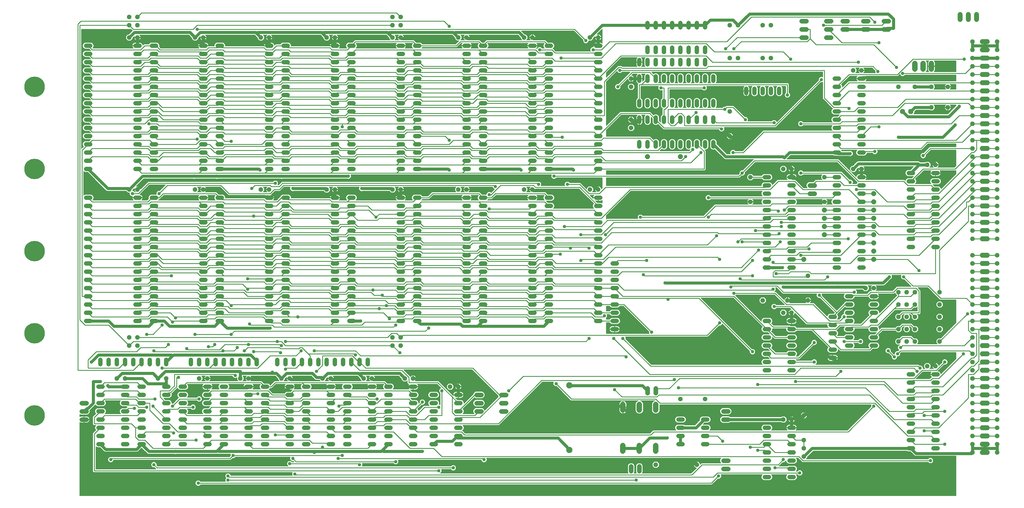
<source format=gtl>
G75*
%MOIN*%
%OFA0B0*%
%FSLAX25Y25*%
%IPPOS*%
%LPD*%
%AMOC8*
5,1,8,0,0,1.08239X$1,22.5*
%
%ADD10C,0.06000*%
%ADD11C,0.06600*%
%ADD12OC8,0.06300*%
%ADD13C,0.06300*%
%ADD14OC8,0.05200*%
%ADD15OC8,0.05250*%
%ADD16C,0.25000*%
%ADD17C,0.05200*%
%ADD18OC8,0.05600*%
%ADD19C,0.05600*%
%ADD20C,0.07677*%
%ADD21OC8,0.06000*%
%ADD22C,0.03600*%
%ADD23C,0.04000*%
%ADD24C,0.01000*%
%ADD25C,0.00600*%
D10*
X1161300Y0598300D02*
X1161300Y0604300D01*
X1171300Y0604300D02*
X1171300Y0598300D01*
X1181300Y0598300D02*
X1181300Y0604300D01*
X1188300Y0571300D02*
X1194300Y0571300D01*
X1194300Y0561300D02*
X1188300Y0561300D01*
X1188300Y0551300D02*
X1194300Y0551300D01*
X1194300Y0541300D02*
X1188300Y0541300D01*
X1188300Y0531300D02*
X1194300Y0531300D01*
X1194300Y0521300D02*
X1188300Y0521300D01*
X1188300Y0511300D02*
X1194300Y0511300D01*
X1194300Y0501300D02*
X1188300Y0501300D01*
X1188300Y0491300D02*
X1194300Y0491300D01*
X1194300Y0481300D02*
X1188300Y0481300D01*
X1188300Y0471300D02*
X1194300Y0471300D01*
X1194300Y0461300D02*
X1188300Y0461300D01*
X1188300Y0451300D02*
X1194300Y0451300D01*
X1194300Y0441300D02*
X1188300Y0441300D01*
X1188300Y0431300D02*
X1194300Y0431300D01*
X1194300Y0421300D02*
X1188300Y0421300D01*
X1188300Y0411300D02*
X1194300Y0411300D01*
X1194300Y0401300D02*
X1188300Y0401300D01*
X1188300Y0391300D02*
X1194300Y0391300D01*
X1194300Y0381300D02*
X1188300Y0381300D01*
X1188300Y0371300D02*
X1194300Y0371300D01*
X1194300Y0361300D02*
X1188300Y0361300D01*
X1188300Y0351300D02*
X1194300Y0351300D01*
X1194300Y0341300D02*
X1188300Y0341300D01*
X1188300Y0331300D02*
X1194300Y0331300D01*
X1194300Y0311300D02*
X1188300Y0311300D01*
X1188300Y0301300D02*
X1194300Y0301300D01*
X1194300Y0291300D02*
X1188300Y0291300D01*
X1188300Y0281300D02*
X1194300Y0281300D01*
X1194300Y0271300D02*
X1188300Y0271300D01*
X1188300Y0261300D02*
X1194300Y0261300D01*
X1194300Y0251300D02*
X1188300Y0251300D01*
X1188300Y0241300D02*
X1194300Y0241300D01*
X1194300Y0231300D02*
X1188300Y0231300D01*
X1188300Y0221300D02*
X1194300Y0221300D01*
X1194300Y0211300D02*
X1188300Y0211300D01*
X1188300Y0201300D02*
X1194300Y0201300D01*
X1194300Y0191300D02*
X1188300Y0191300D01*
X1188300Y0181300D02*
X1194300Y0181300D01*
X1194300Y0171300D02*
X1188300Y0171300D01*
X1188300Y0161300D02*
X1194300Y0161300D01*
X1194300Y0151300D02*
X1188300Y0151300D01*
X1188300Y0141300D02*
X1194300Y0141300D01*
X1194300Y0131300D02*
X1188300Y0131300D01*
X1188300Y0121300D02*
X1194300Y0121300D01*
X1194300Y0111300D02*
X1188300Y0111300D01*
X1188300Y0101300D02*
X1194300Y0101300D01*
X1194300Y0091300D02*
X1188300Y0091300D01*
X1188300Y0081300D02*
X1194300Y0081300D01*
X1194300Y0071300D02*
X1188300Y0071300D01*
D11*
X0791300Y0073000D02*
X0791300Y0079600D01*
X0771300Y0079600D02*
X0771300Y0073000D01*
X0751300Y0073000D02*
X0751300Y0079600D01*
X0751300Y0123000D02*
X0751300Y0129600D01*
X0771300Y0129600D02*
X0771300Y0123000D01*
X0791300Y0123000D02*
X0791300Y0129600D01*
X1106300Y0538000D02*
X1106300Y0544600D01*
X1116300Y0544600D02*
X1116300Y0538000D01*
X1126300Y0538000D02*
X1126300Y0544600D01*
D12*
X1101300Y0486300D03*
D13*
X1091300Y0486300D03*
D14*
X1126300Y0491300D03*
X1146300Y0491300D03*
X1146300Y0516300D03*
X1126300Y0516300D03*
X1106300Y0516300D03*
X1086300Y0516300D03*
X1041300Y0536300D03*
X1031300Y0536300D03*
X0931300Y0551300D03*
X0921300Y0551300D03*
X0891300Y0551300D03*
X0881300Y0551300D03*
X0881300Y0591300D03*
X0891300Y0591300D03*
X0921300Y0591300D03*
X0931300Y0591300D03*
X0761300Y0526300D03*
X0761300Y0516300D03*
X0761300Y0476300D03*
X0761300Y0466300D03*
X0881300Y0456300D03*
X0881300Y0486300D03*
X0946300Y0416300D03*
X0956300Y0416300D03*
X0996300Y0406300D03*
X1031300Y0416300D03*
X1041300Y0416300D03*
X0996300Y0376300D03*
X0906300Y0376300D03*
X0906300Y0406300D03*
X0721300Y0391300D03*
X0711300Y0391300D03*
X0641300Y0391300D03*
X0631300Y0391300D03*
X0561300Y0391300D03*
X0551300Y0391300D03*
X0481300Y0391300D03*
X0471300Y0391300D03*
X0401300Y0391300D03*
X0391300Y0391300D03*
X0321300Y0391300D03*
X0311300Y0391300D03*
X0241300Y0391300D03*
X0231300Y0391300D03*
X0161300Y0391300D03*
X0151300Y0391300D03*
X0151300Y0576300D03*
X0161300Y0576300D03*
X0231300Y0576300D03*
X0241300Y0576300D03*
X0311300Y0576300D03*
X0321300Y0576300D03*
X0391300Y0576300D03*
X0401300Y0576300D03*
X0471300Y0576300D03*
X0481300Y0576300D03*
X0551300Y0576300D03*
X0561300Y0576300D03*
X0631300Y0576300D03*
X0641300Y0576300D03*
X0711300Y0576300D03*
X0721300Y0576300D03*
X1121300Y0421300D03*
X1131300Y0421300D03*
X0976300Y0286300D03*
X0976300Y0256300D03*
X0956300Y0241300D03*
X0946300Y0241300D03*
X0951300Y0256300D03*
X0921300Y0256300D03*
X1046300Y0271300D03*
X1056300Y0271300D03*
X1086300Y0266300D03*
X1096300Y0266300D03*
X1106300Y0266300D03*
X1106300Y0251300D03*
X1096300Y0251300D03*
X1086300Y0251300D03*
X1086300Y0236300D03*
X1096300Y0236300D03*
X1106300Y0236300D03*
X1106300Y0221300D03*
X1096300Y0221300D03*
X1086300Y0221300D03*
X1086300Y0206300D03*
X1096300Y0206300D03*
X1106300Y0206300D03*
X1136300Y0206300D03*
X1136300Y0221300D03*
X1136300Y0236300D03*
X1136300Y0251300D03*
X1136300Y0266300D03*
X1131300Y0176300D03*
X1121300Y0176300D03*
X0971300Y0116300D03*
X0956300Y0111300D03*
X0946300Y0111300D03*
X0971300Y0086300D03*
X0971300Y0076300D03*
X0971300Y0066300D03*
X0841300Y0056300D03*
X0791300Y0056300D03*
X0821300Y0136300D03*
X0851300Y0136300D03*
X0551300Y0151300D03*
X0541300Y0151300D03*
X0496300Y0161300D03*
X0486300Y0161300D03*
X0446300Y0161300D03*
X0436300Y0161300D03*
X0396300Y0161300D03*
X0386300Y0161300D03*
X0346300Y0161300D03*
X0336300Y0161300D03*
X0296300Y0161300D03*
X0286300Y0161300D03*
X0246300Y0161300D03*
X0236300Y0161300D03*
X0196300Y0161300D03*
X0186300Y0161300D03*
X0146300Y0161300D03*
X0136300Y0161300D03*
D15*
X1176300Y0161300D03*
X1176300Y0151300D03*
X1176300Y0141300D03*
X1176300Y0131300D03*
X1176300Y0121300D03*
X1176300Y0111300D03*
X1176300Y0101300D03*
X1176300Y0091300D03*
X1176300Y0081300D03*
X1176300Y0071300D03*
X1206300Y0071300D03*
X1206300Y0081300D03*
X1206300Y0091300D03*
X1206300Y0101300D03*
X1206300Y0111300D03*
X1206300Y0121300D03*
X1206300Y0131300D03*
X1206300Y0141300D03*
X1206300Y0151300D03*
X1206300Y0161300D03*
X1206300Y0171300D03*
X1206300Y0181300D03*
X1206300Y0191300D03*
X1206300Y0201300D03*
X1206300Y0211300D03*
X1206300Y0221300D03*
X1206300Y0231300D03*
X1206300Y0241300D03*
X1206300Y0251300D03*
X1206300Y0261300D03*
X1206300Y0271300D03*
X1206300Y0281300D03*
X1206300Y0291300D03*
X1206300Y0301300D03*
X1206300Y0311300D03*
X1176300Y0311300D03*
X1176300Y0301300D03*
X1176300Y0291300D03*
X1176300Y0281300D03*
X1176300Y0271300D03*
X1176300Y0261300D03*
X1176300Y0251300D03*
X1176300Y0241300D03*
X1176300Y0231300D03*
X1176300Y0221300D03*
X1176300Y0211300D03*
X1176300Y0201300D03*
X1176300Y0191300D03*
X1176300Y0181300D03*
X1176300Y0171300D03*
X1176300Y0331300D03*
X1176300Y0341300D03*
X1176300Y0351300D03*
X1176300Y0361300D03*
X1176300Y0371300D03*
X1176300Y0381300D03*
X1176300Y0391300D03*
X1176300Y0401300D03*
X1176300Y0411300D03*
X1176300Y0421300D03*
X1176300Y0431300D03*
X1176300Y0441300D03*
X1176300Y0451300D03*
X1176300Y0461300D03*
X1176300Y0471300D03*
X1176300Y0481300D03*
X1176300Y0491300D03*
X1176300Y0501300D03*
X1176300Y0511300D03*
X1176300Y0521300D03*
X1176300Y0531300D03*
X1176300Y0541300D03*
X1176300Y0551300D03*
X1176300Y0561300D03*
X1176300Y0571300D03*
X1206300Y0571300D03*
X1206300Y0561300D03*
X1206300Y0551300D03*
X1206300Y0541300D03*
X1206300Y0531300D03*
X1206300Y0521300D03*
X1206300Y0511300D03*
X1206300Y0501300D03*
X1206300Y0491300D03*
X1206300Y0481300D03*
X1206300Y0471300D03*
X1206300Y0461300D03*
X1206300Y0451300D03*
X1206300Y0441300D03*
X1206300Y0431300D03*
X1206300Y0421300D03*
X1206300Y0411300D03*
X1206300Y0401300D03*
X1206300Y0391300D03*
X1206300Y0381300D03*
X1206300Y0371300D03*
X1206300Y0361300D03*
X1206300Y0351300D03*
X1206300Y0341300D03*
X1206300Y0331300D03*
D16*
X0036300Y0316300D03*
X0036300Y0216300D03*
X0036300Y0116300D03*
X0036300Y0416300D03*
X0036300Y0516300D03*
D17*
X0098700Y0516300D02*
X0103900Y0516300D01*
X0103900Y0526300D02*
X0098700Y0526300D01*
X0098700Y0536300D02*
X0103900Y0536300D01*
X0103900Y0546300D02*
X0098700Y0546300D01*
X0098700Y0556300D02*
X0103900Y0556300D01*
X0103900Y0566300D02*
X0098700Y0566300D01*
X0158700Y0566300D02*
X0163900Y0566300D01*
X0178700Y0566300D02*
X0183900Y0566300D01*
X0183900Y0556300D02*
X0178700Y0556300D01*
X0178700Y0546300D02*
X0183900Y0546300D01*
X0183900Y0536300D02*
X0178700Y0536300D01*
X0163900Y0536300D02*
X0158700Y0536300D01*
X0158700Y0526300D02*
X0163900Y0526300D01*
X0163900Y0516300D02*
X0158700Y0516300D01*
X0178700Y0516300D02*
X0183900Y0516300D01*
X0183900Y0526300D02*
X0178700Y0526300D01*
X0178700Y0506300D02*
X0183900Y0506300D01*
X0183900Y0496300D02*
X0178700Y0496300D01*
X0163900Y0496300D02*
X0158700Y0496300D01*
X0158700Y0506300D02*
X0163900Y0506300D01*
X0163900Y0486300D02*
X0158700Y0486300D01*
X0178700Y0486300D02*
X0183900Y0486300D01*
X0183900Y0476300D02*
X0178700Y0476300D01*
X0178700Y0466300D02*
X0183900Y0466300D01*
X0183900Y0456300D02*
X0178700Y0456300D01*
X0178700Y0446300D02*
X0183900Y0446300D01*
X0183900Y0436300D02*
X0178700Y0436300D01*
X0163900Y0436300D02*
X0158700Y0436300D01*
X0158700Y0426300D02*
X0163900Y0426300D01*
X0163900Y0416300D02*
X0158700Y0416300D01*
X0178700Y0416300D02*
X0183900Y0416300D01*
X0183900Y0426300D02*
X0178700Y0426300D01*
X0163900Y0446300D02*
X0158700Y0446300D01*
X0158700Y0456300D02*
X0163900Y0456300D01*
X0163900Y0466300D02*
X0158700Y0466300D01*
X0158700Y0476300D02*
X0163900Y0476300D01*
X0103900Y0476300D02*
X0098700Y0476300D01*
X0098700Y0466300D02*
X0103900Y0466300D01*
X0103900Y0456300D02*
X0098700Y0456300D01*
X0098700Y0446300D02*
X0103900Y0446300D01*
X0103900Y0436300D02*
X0098700Y0436300D01*
X0098700Y0426300D02*
X0103900Y0426300D01*
X0103900Y0416300D02*
X0098700Y0416300D01*
X0098700Y0381300D02*
X0103900Y0381300D01*
X0103900Y0371300D02*
X0098700Y0371300D01*
X0098700Y0361300D02*
X0103900Y0361300D01*
X0103900Y0351300D02*
X0098700Y0351300D01*
X0098700Y0341300D02*
X0103900Y0341300D01*
X0103900Y0331300D02*
X0098700Y0331300D01*
X0098700Y0321300D02*
X0103900Y0321300D01*
X0103900Y0311300D02*
X0098700Y0311300D01*
X0098700Y0301300D02*
X0103900Y0301300D01*
X0103900Y0291300D02*
X0098700Y0291300D01*
X0098700Y0281300D02*
X0103900Y0281300D01*
X0103900Y0271300D02*
X0098700Y0271300D01*
X0098700Y0261300D02*
X0103900Y0261300D01*
X0103900Y0251300D02*
X0098700Y0251300D01*
X0098700Y0241300D02*
X0103900Y0241300D01*
X0103900Y0231300D02*
X0098700Y0231300D01*
X0158700Y0231300D02*
X0163900Y0231300D01*
X0178700Y0231300D02*
X0183900Y0231300D01*
X0183900Y0241300D02*
X0178700Y0241300D01*
X0163900Y0241300D02*
X0158700Y0241300D01*
X0158700Y0251300D02*
X0163900Y0251300D01*
X0163900Y0261300D02*
X0158700Y0261300D01*
X0178700Y0261300D02*
X0183900Y0261300D01*
X0183900Y0251300D02*
X0178700Y0251300D01*
X0178700Y0271300D02*
X0183900Y0271300D01*
X0183900Y0281300D02*
X0178700Y0281300D01*
X0163900Y0281300D02*
X0158700Y0281300D01*
X0158700Y0271300D02*
X0163900Y0271300D01*
X0163900Y0291300D02*
X0158700Y0291300D01*
X0178700Y0291300D02*
X0183900Y0291300D01*
X0183900Y0301300D02*
X0178700Y0301300D01*
X0178700Y0311300D02*
X0183900Y0311300D01*
X0183900Y0321300D02*
X0178700Y0321300D01*
X0178700Y0331300D02*
X0183900Y0331300D01*
X0183900Y0341300D02*
X0178700Y0341300D01*
X0178700Y0351300D02*
X0183900Y0351300D01*
X0183900Y0361300D02*
X0178700Y0361300D01*
X0163900Y0361300D02*
X0158700Y0361300D01*
X0158700Y0351300D02*
X0163900Y0351300D01*
X0163900Y0341300D02*
X0158700Y0341300D01*
X0158700Y0331300D02*
X0163900Y0331300D01*
X0163900Y0321300D02*
X0158700Y0321300D01*
X0158700Y0311300D02*
X0163900Y0311300D01*
X0163900Y0301300D02*
X0158700Y0301300D01*
X0238700Y0301300D02*
X0243900Y0301300D01*
X0243900Y0311300D02*
X0238700Y0311300D01*
X0238700Y0321300D02*
X0243900Y0321300D01*
X0243900Y0331300D02*
X0238700Y0331300D01*
X0238700Y0341300D02*
X0243900Y0341300D01*
X0243900Y0351300D02*
X0238700Y0351300D01*
X0238700Y0361300D02*
X0243900Y0361300D01*
X0258700Y0361300D02*
X0263900Y0361300D01*
X0263900Y0351300D02*
X0258700Y0351300D01*
X0258700Y0341300D02*
X0263900Y0341300D01*
X0263900Y0331300D02*
X0258700Y0331300D01*
X0258700Y0321300D02*
X0263900Y0321300D01*
X0263900Y0311300D02*
X0258700Y0311300D01*
X0258700Y0301300D02*
X0263900Y0301300D01*
X0263900Y0291300D02*
X0258700Y0291300D01*
X0243900Y0291300D02*
X0238700Y0291300D01*
X0238700Y0281300D02*
X0243900Y0281300D01*
X0243900Y0271300D02*
X0238700Y0271300D01*
X0238700Y0261300D02*
X0243900Y0261300D01*
X0243900Y0251300D02*
X0238700Y0251300D01*
X0238700Y0241300D02*
X0243900Y0241300D01*
X0258700Y0241300D02*
X0263900Y0241300D01*
X0263900Y0231300D02*
X0258700Y0231300D01*
X0243900Y0231300D02*
X0238700Y0231300D01*
X0258700Y0251300D02*
X0263900Y0251300D01*
X0263900Y0261300D02*
X0258700Y0261300D01*
X0258700Y0271300D02*
X0263900Y0271300D01*
X0263900Y0281300D02*
X0258700Y0281300D01*
X0318700Y0281300D02*
X0323900Y0281300D01*
X0323900Y0271300D02*
X0318700Y0271300D01*
X0338700Y0271300D02*
X0343900Y0271300D01*
X0343900Y0281300D02*
X0338700Y0281300D01*
X0338700Y0291300D02*
X0343900Y0291300D01*
X0343900Y0301300D02*
X0338700Y0301300D01*
X0338700Y0311300D02*
X0343900Y0311300D01*
X0343900Y0321300D02*
X0338700Y0321300D01*
X0338700Y0331300D02*
X0343900Y0331300D01*
X0343900Y0341300D02*
X0338700Y0341300D01*
X0338700Y0351300D02*
X0343900Y0351300D01*
X0343900Y0361300D02*
X0338700Y0361300D01*
X0323900Y0361300D02*
X0318700Y0361300D01*
X0318700Y0351300D02*
X0323900Y0351300D01*
X0323900Y0341300D02*
X0318700Y0341300D01*
X0318700Y0331300D02*
X0323900Y0331300D01*
X0323900Y0321300D02*
X0318700Y0321300D01*
X0318700Y0311300D02*
X0323900Y0311300D01*
X0323900Y0301300D02*
X0318700Y0301300D01*
X0318700Y0291300D02*
X0323900Y0291300D01*
X0323900Y0261300D02*
X0318700Y0261300D01*
X0318700Y0251300D02*
X0323900Y0251300D01*
X0338700Y0251300D02*
X0343900Y0251300D01*
X0343900Y0261300D02*
X0338700Y0261300D01*
X0338700Y0241300D02*
X0343900Y0241300D01*
X0343900Y0231300D02*
X0338700Y0231300D01*
X0323900Y0231300D02*
X0318700Y0231300D01*
X0318700Y0241300D02*
X0323900Y0241300D01*
X0398700Y0241300D02*
X0403900Y0241300D01*
X0418700Y0241300D02*
X0423900Y0241300D01*
X0423900Y0231300D02*
X0418700Y0231300D01*
X0403900Y0231300D02*
X0398700Y0231300D01*
X0398700Y0251300D02*
X0403900Y0251300D01*
X0403900Y0261300D02*
X0398700Y0261300D01*
X0398700Y0271300D02*
X0403900Y0271300D01*
X0403900Y0281300D02*
X0398700Y0281300D01*
X0398700Y0291300D02*
X0403900Y0291300D01*
X0418700Y0291300D02*
X0423900Y0291300D01*
X0423900Y0281300D02*
X0418700Y0281300D01*
X0418700Y0271300D02*
X0423900Y0271300D01*
X0423900Y0261300D02*
X0418700Y0261300D01*
X0418700Y0251300D02*
X0423900Y0251300D01*
X0478700Y0251300D02*
X0483900Y0251300D01*
X0483900Y0261300D02*
X0478700Y0261300D01*
X0478700Y0271300D02*
X0483900Y0271300D01*
X0483900Y0281300D02*
X0478700Y0281300D01*
X0478700Y0291300D02*
X0483900Y0291300D01*
X0483900Y0301300D02*
X0478700Y0301300D01*
X0478700Y0311300D02*
X0483900Y0311300D01*
X0483900Y0321300D02*
X0478700Y0321300D01*
X0478700Y0331300D02*
X0483900Y0331300D01*
X0483900Y0341300D02*
X0478700Y0341300D01*
X0478700Y0351300D02*
X0483900Y0351300D01*
X0483900Y0361300D02*
X0478700Y0361300D01*
X0478700Y0371300D02*
X0483900Y0371300D01*
X0483900Y0381300D02*
X0478700Y0381300D01*
X0498700Y0381300D02*
X0503900Y0381300D01*
X0503900Y0371300D02*
X0498700Y0371300D01*
X0498700Y0361300D02*
X0503900Y0361300D01*
X0503900Y0351300D02*
X0498700Y0351300D01*
X0498700Y0341300D02*
X0503900Y0341300D01*
X0503900Y0331300D02*
X0498700Y0331300D01*
X0498700Y0321300D02*
X0503900Y0321300D01*
X0503900Y0311300D02*
X0498700Y0311300D01*
X0498700Y0301300D02*
X0503900Y0301300D01*
X0503900Y0291300D02*
X0498700Y0291300D01*
X0498700Y0281300D02*
X0503900Y0281300D01*
X0503900Y0271300D02*
X0498700Y0271300D01*
X0498700Y0261300D02*
X0503900Y0261300D01*
X0503900Y0251300D02*
X0498700Y0251300D01*
X0498700Y0241300D02*
X0503900Y0241300D01*
X0503900Y0231300D02*
X0498700Y0231300D01*
X0483900Y0231300D02*
X0478700Y0231300D01*
X0478700Y0241300D02*
X0483900Y0241300D01*
X0558700Y0241300D02*
X0563900Y0241300D01*
X0578700Y0241300D02*
X0583900Y0241300D01*
X0583900Y0231300D02*
X0578700Y0231300D01*
X0563900Y0231300D02*
X0558700Y0231300D01*
X0558700Y0251300D02*
X0563900Y0251300D01*
X0563900Y0261300D02*
X0558700Y0261300D01*
X0578700Y0261300D02*
X0583900Y0261300D01*
X0583900Y0251300D02*
X0578700Y0251300D01*
X0578700Y0271300D02*
X0583900Y0271300D01*
X0583900Y0281300D02*
X0578700Y0281300D01*
X0563900Y0281300D02*
X0558700Y0281300D01*
X0558700Y0271300D02*
X0563900Y0271300D01*
X0563900Y0291300D02*
X0558700Y0291300D01*
X0578700Y0291300D02*
X0583900Y0291300D01*
X0583900Y0301300D02*
X0578700Y0301300D01*
X0578700Y0311300D02*
X0583900Y0311300D01*
X0583900Y0321300D02*
X0578700Y0321300D01*
X0578700Y0331300D02*
X0583900Y0331300D01*
X0583900Y0341300D02*
X0578700Y0341300D01*
X0578700Y0351300D02*
X0583900Y0351300D01*
X0583900Y0361300D02*
X0578700Y0361300D01*
X0563900Y0361300D02*
X0558700Y0361300D01*
X0558700Y0351300D02*
X0563900Y0351300D01*
X0563900Y0341300D02*
X0558700Y0341300D01*
X0558700Y0331300D02*
X0563900Y0331300D01*
X0563900Y0321300D02*
X0558700Y0321300D01*
X0558700Y0311300D02*
X0563900Y0311300D01*
X0563900Y0301300D02*
X0558700Y0301300D01*
X0638700Y0301300D02*
X0643900Y0301300D01*
X0643900Y0311300D02*
X0638700Y0311300D01*
X0638700Y0321300D02*
X0643900Y0321300D01*
X0643900Y0331300D02*
X0638700Y0331300D01*
X0638700Y0341300D02*
X0643900Y0341300D01*
X0643900Y0351300D02*
X0638700Y0351300D01*
X0638700Y0361300D02*
X0643900Y0361300D01*
X0658700Y0361300D02*
X0663900Y0361300D01*
X0663900Y0351300D02*
X0658700Y0351300D01*
X0658700Y0341300D02*
X0663900Y0341300D01*
X0663900Y0331300D02*
X0658700Y0331300D01*
X0658700Y0321300D02*
X0663900Y0321300D01*
X0663900Y0311300D02*
X0658700Y0311300D01*
X0658700Y0301300D02*
X0663900Y0301300D01*
X0663900Y0291300D02*
X0658700Y0291300D01*
X0643900Y0291300D02*
X0638700Y0291300D01*
X0638700Y0281300D02*
X0643900Y0281300D01*
X0643900Y0271300D02*
X0638700Y0271300D01*
X0638700Y0261300D02*
X0643900Y0261300D01*
X0643900Y0251300D02*
X0638700Y0251300D01*
X0638700Y0241300D02*
X0643900Y0241300D01*
X0658700Y0241300D02*
X0663900Y0241300D01*
X0663900Y0231300D02*
X0658700Y0231300D01*
X0643900Y0231300D02*
X0638700Y0231300D01*
X0658700Y0251300D02*
X0663900Y0251300D01*
X0663900Y0261300D02*
X0658700Y0261300D01*
X0658700Y0271300D02*
X0663900Y0271300D01*
X0663900Y0281300D02*
X0658700Y0281300D01*
X0718700Y0281300D02*
X0723900Y0281300D01*
X0723900Y0271300D02*
X0718700Y0271300D01*
X0738700Y0271300D02*
X0743900Y0271300D01*
X0743900Y0281300D02*
X0738700Y0281300D01*
X0738700Y0291300D02*
X0743900Y0291300D01*
X0743900Y0301300D02*
X0738700Y0301300D01*
X0723900Y0301300D02*
X0718700Y0301300D01*
X0718700Y0311300D02*
X0723900Y0311300D01*
X0723900Y0321300D02*
X0718700Y0321300D01*
X0718700Y0331300D02*
X0723900Y0331300D01*
X0723900Y0341300D02*
X0718700Y0341300D01*
X0718700Y0351300D02*
X0723900Y0351300D01*
X0723900Y0361300D02*
X0718700Y0361300D01*
X0718700Y0371300D02*
X0723900Y0371300D01*
X0723900Y0381300D02*
X0718700Y0381300D01*
X0663900Y0381300D02*
X0658700Y0381300D01*
X0658700Y0371300D02*
X0663900Y0371300D01*
X0643900Y0371300D02*
X0638700Y0371300D01*
X0638700Y0381300D02*
X0643900Y0381300D01*
X0583900Y0381300D02*
X0578700Y0381300D01*
X0578700Y0371300D02*
X0583900Y0371300D01*
X0563900Y0371300D02*
X0558700Y0371300D01*
X0558700Y0381300D02*
X0563900Y0381300D01*
X0563900Y0416300D02*
X0558700Y0416300D01*
X0558700Y0426300D02*
X0563900Y0426300D01*
X0578700Y0426300D02*
X0583900Y0426300D01*
X0583900Y0416300D02*
X0578700Y0416300D01*
X0578700Y0436300D02*
X0583900Y0436300D01*
X0583900Y0446300D02*
X0578700Y0446300D01*
X0578700Y0456300D02*
X0583900Y0456300D01*
X0583900Y0466300D02*
X0578700Y0466300D01*
X0578700Y0476300D02*
X0583900Y0476300D01*
X0583900Y0486300D02*
X0578700Y0486300D01*
X0563900Y0486300D02*
X0558700Y0486300D01*
X0558700Y0476300D02*
X0563900Y0476300D01*
X0563900Y0466300D02*
X0558700Y0466300D01*
X0558700Y0456300D02*
X0563900Y0456300D01*
X0563900Y0446300D02*
X0558700Y0446300D01*
X0558700Y0436300D02*
X0563900Y0436300D01*
X0503900Y0436300D02*
X0498700Y0436300D01*
X0498700Y0426300D02*
X0503900Y0426300D01*
X0503900Y0416300D02*
X0498700Y0416300D01*
X0483900Y0416300D02*
X0478700Y0416300D01*
X0478700Y0426300D02*
X0483900Y0426300D01*
X0483900Y0436300D02*
X0478700Y0436300D01*
X0478700Y0446300D02*
X0483900Y0446300D01*
X0483900Y0456300D02*
X0478700Y0456300D01*
X0478700Y0466300D02*
X0483900Y0466300D01*
X0483900Y0476300D02*
X0478700Y0476300D01*
X0478700Y0486300D02*
X0483900Y0486300D01*
X0483900Y0496300D02*
X0478700Y0496300D01*
X0478700Y0506300D02*
X0483900Y0506300D01*
X0483900Y0516300D02*
X0478700Y0516300D01*
X0478700Y0526300D02*
X0483900Y0526300D01*
X0483900Y0536300D02*
X0478700Y0536300D01*
X0478700Y0546300D02*
X0483900Y0546300D01*
X0483900Y0556300D02*
X0478700Y0556300D01*
X0478700Y0566300D02*
X0483900Y0566300D01*
X0498700Y0566300D02*
X0503900Y0566300D01*
X0503900Y0556300D02*
X0498700Y0556300D01*
X0498700Y0546300D02*
X0503900Y0546300D01*
X0503900Y0536300D02*
X0498700Y0536300D01*
X0498700Y0526300D02*
X0503900Y0526300D01*
X0503900Y0516300D02*
X0498700Y0516300D01*
X0498700Y0506300D02*
X0503900Y0506300D01*
X0503900Y0496300D02*
X0498700Y0496300D01*
X0498700Y0486300D02*
X0503900Y0486300D01*
X0503900Y0476300D02*
X0498700Y0476300D01*
X0498700Y0466300D02*
X0503900Y0466300D01*
X0503900Y0456300D02*
X0498700Y0456300D01*
X0498700Y0446300D02*
X0503900Y0446300D01*
X0423900Y0446300D02*
X0418700Y0446300D01*
X0418700Y0456300D02*
X0423900Y0456300D01*
X0403900Y0456300D02*
X0398700Y0456300D01*
X0398700Y0446300D02*
X0403900Y0446300D01*
X0403900Y0436300D02*
X0398700Y0436300D01*
X0398700Y0426300D02*
X0403900Y0426300D01*
X0403900Y0416300D02*
X0398700Y0416300D01*
X0418700Y0416300D02*
X0423900Y0416300D01*
X0423900Y0426300D02*
X0418700Y0426300D01*
X0418700Y0436300D02*
X0423900Y0436300D01*
X0423900Y0466300D02*
X0418700Y0466300D01*
X0418700Y0476300D02*
X0423900Y0476300D01*
X0403900Y0476300D02*
X0398700Y0476300D01*
X0398700Y0466300D02*
X0403900Y0466300D01*
X0403900Y0486300D02*
X0398700Y0486300D01*
X0398700Y0496300D02*
X0403900Y0496300D01*
X0403900Y0506300D02*
X0398700Y0506300D01*
X0398700Y0516300D02*
X0403900Y0516300D01*
X0403900Y0526300D02*
X0398700Y0526300D01*
X0398700Y0536300D02*
X0403900Y0536300D01*
X0418700Y0536300D02*
X0423900Y0536300D01*
X0423900Y0526300D02*
X0418700Y0526300D01*
X0418700Y0516300D02*
X0423900Y0516300D01*
X0423900Y0506300D02*
X0418700Y0506300D01*
X0418700Y0496300D02*
X0423900Y0496300D01*
X0423900Y0486300D02*
X0418700Y0486300D01*
X0343900Y0486300D02*
X0338700Y0486300D01*
X0323900Y0486300D02*
X0318700Y0486300D01*
X0318700Y0476300D02*
X0323900Y0476300D01*
X0323900Y0466300D02*
X0318700Y0466300D01*
X0338700Y0466300D02*
X0343900Y0466300D01*
X0343900Y0476300D02*
X0338700Y0476300D01*
X0338700Y0456300D02*
X0343900Y0456300D01*
X0343900Y0446300D02*
X0338700Y0446300D01*
X0323900Y0446300D02*
X0318700Y0446300D01*
X0318700Y0456300D02*
X0323900Y0456300D01*
X0323900Y0436300D02*
X0318700Y0436300D01*
X0338700Y0436300D02*
X0343900Y0436300D01*
X0343900Y0426300D02*
X0338700Y0426300D01*
X0338700Y0416300D02*
X0343900Y0416300D01*
X0323900Y0416300D02*
X0318700Y0416300D01*
X0318700Y0426300D02*
X0323900Y0426300D01*
X0263900Y0426300D02*
X0258700Y0426300D01*
X0258700Y0416300D02*
X0263900Y0416300D01*
X0243900Y0416300D02*
X0238700Y0416300D01*
X0238700Y0426300D02*
X0243900Y0426300D01*
X0243900Y0436300D02*
X0238700Y0436300D01*
X0238700Y0446300D02*
X0243900Y0446300D01*
X0243900Y0456300D02*
X0238700Y0456300D01*
X0238700Y0466300D02*
X0243900Y0466300D01*
X0243900Y0476300D02*
X0238700Y0476300D01*
X0238700Y0486300D02*
X0243900Y0486300D01*
X0258700Y0486300D02*
X0263900Y0486300D01*
X0263900Y0476300D02*
X0258700Y0476300D01*
X0258700Y0466300D02*
X0263900Y0466300D01*
X0263900Y0456300D02*
X0258700Y0456300D01*
X0258700Y0446300D02*
X0263900Y0446300D01*
X0263900Y0436300D02*
X0258700Y0436300D01*
X0258700Y0381300D02*
X0263900Y0381300D01*
X0263900Y0371300D02*
X0258700Y0371300D01*
X0243900Y0371300D02*
X0238700Y0371300D01*
X0238700Y0381300D02*
X0243900Y0381300D01*
X0183900Y0381300D02*
X0178700Y0381300D01*
X0178700Y0371300D02*
X0183900Y0371300D01*
X0163900Y0371300D02*
X0158700Y0371300D01*
X0158700Y0381300D02*
X0163900Y0381300D01*
X0318700Y0381300D02*
X0323900Y0381300D01*
X0323900Y0371300D02*
X0318700Y0371300D01*
X0338700Y0371300D02*
X0343900Y0371300D01*
X0343900Y0381300D02*
X0338700Y0381300D01*
X0398700Y0381300D02*
X0403900Y0381300D01*
X0403900Y0371300D02*
X0398700Y0371300D01*
X0398700Y0361300D02*
X0403900Y0361300D01*
X0418700Y0361300D02*
X0423900Y0361300D01*
X0423900Y0351300D02*
X0418700Y0351300D01*
X0418700Y0341300D02*
X0423900Y0341300D01*
X0403900Y0341300D02*
X0398700Y0341300D01*
X0398700Y0351300D02*
X0403900Y0351300D01*
X0403900Y0331300D02*
X0398700Y0331300D01*
X0398700Y0321300D02*
X0403900Y0321300D01*
X0418700Y0321300D02*
X0423900Y0321300D01*
X0423900Y0331300D02*
X0418700Y0331300D01*
X0418700Y0311300D02*
X0423900Y0311300D01*
X0423900Y0301300D02*
X0418700Y0301300D01*
X0403900Y0301300D02*
X0398700Y0301300D01*
X0398700Y0311300D02*
X0403900Y0311300D01*
X0418700Y0371300D02*
X0423900Y0371300D01*
X0423900Y0381300D02*
X0418700Y0381300D01*
X0638700Y0416300D02*
X0643900Y0416300D01*
X0643900Y0426300D02*
X0638700Y0426300D01*
X0638700Y0436300D02*
X0643900Y0436300D01*
X0658700Y0436300D02*
X0663900Y0436300D01*
X0663900Y0426300D02*
X0658700Y0426300D01*
X0658700Y0416300D02*
X0663900Y0416300D01*
X0663900Y0446300D02*
X0658700Y0446300D01*
X0658700Y0456300D02*
X0663900Y0456300D01*
X0643900Y0456300D02*
X0638700Y0456300D01*
X0638700Y0446300D02*
X0643900Y0446300D01*
X0643900Y0466300D02*
X0638700Y0466300D01*
X0638700Y0476300D02*
X0643900Y0476300D01*
X0658700Y0476300D02*
X0663900Y0476300D01*
X0663900Y0466300D02*
X0658700Y0466300D01*
X0658700Y0486300D02*
X0663900Y0486300D01*
X0643900Y0486300D02*
X0638700Y0486300D01*
X0638700Y0496300D02*
X0643900Y0496300D01*
X0643900Y0506300D02*
X0638700Y0506300D01*
X0638700Y0516300D02*
X0643900Y0516300D01*
X0643900Y0526300D02*
X0638700Y0526300D01*
X0638700Y0536300D02*
X0643900Y0536300D01*
X0658700Y0536300D02*
X0663900Y0536300D01*
X0663900Y0526300D02*
X0658700Y0526300D01*
X0658700Y0516300D02*
X0663900Y0516300D01*
X0663900Y0506300D02*
X0658700Y0506300D01*
X0658700Y0496300D02*
X0663900Y0496300D01*
X0718700Y0496300D02*
X0723900Y0496300D01*
X0723900Y0506300D02*
X0718700Y0506300D01*
X0718700Y0516300D02*
X0723900Y0516300D01*
X0723900Y0526300D02*
X0718700Y0526300D01*
X0718700Y0536300D02*
X0723900Y0536300D01*
X0723900Y0546300D02*
X0718700Y0546300D01*
X0718700Y0556300D02*
X0723900Y0556300D01*
X0723900Y0566300D02*
X0718700Y0566300D01*
X0771300Y0548900D02*
X0771300Y0543700D01*
X0781300Y0543700D02*
X0781300Y0548900D01*
X0791300Y0548900D02*
X0791300Y0543700D01*
X0801300Y0543700D02*
X0801300Y0548900D01*
X0811300Y0548900D02*
X0811300Y0543700D01*
X0821300Y0543700D02*
X0821300Y0548900D01*
X0831300Y0548900D02*
X0831300Y0543700D01*
X0841300Y0543700D02*
X0841300Y0548900D01*
X0851300Y0548900D02*
X0851300Y0543700D01*
X0851300Y0528900D02*
X0851300Y0523700D01*
X0841300Y0523700D02*
X0841300Y0528900D01*
X0831300Y0528900D02*
X0831300Y0523700D01*
X0821300Y0523700D02*
X0821300Y0528900D01*
X0811300Y0528900D02*
X0811300Y0523700D01*
X0801300Y0523700D02*
X0801300Y0528900D01*
X0791300Y0528900D02*
X0791300Y0523700D01*
X0781300Y0523700D02*
X0781300Y0528900D01*
X0771300Y0528900D02*
X0771300Y0523700D01*
X0771300Y0498900D02*
X0771300Y0493700D01*
X0781300Y0493700D02*
X0781300Y0498900D01*
X0791300Y0498900D02*
X0791300Y0493700D01*
X0801300Y0493700D02*
X0801300Y0498900D01*
X0811300Y0498900D02*
X0811300Y0493700D01*
X0821300Y0493700D02*
X0821300Y0498900D01*
X0831300Y0498900D02*
X0831300Y0493700D01*
X0841300Y0493700D02*
X0841300Y0498900D01*
X0851300Y0498900D02*
X0851300Y0493700D01*
X0861300Y0493700D02*
X0861300Y0498900D01*
X0861300Y0478900D02*
X0861300Y0473700D01*
X0851300Y0473700D02*
X0851300Y0478900D01*
X0841300Y0478900D02*
X0841300Y0473700D01*
X0831300Y0473700D02*
X0831300Y0478900D01*
X0821300Y0478900D02*
X0821300Y0473700D01*
X0811300Y0473700D02*
X0811300Y0478900D01*
X0801300Y0478900D02*
X0801300Y0473700D01*
X0791300Y0473700D02*
X0791300Y0478900D01*
X0781300Y0478900D02*
X0781300Y0473700D01*
X0771300Y0473700D02*
X0771300Y0478900D01*
X0723900Y0476300D02*
X0718700Y0476300D01*
X0718700Y0466300D02*
X0723900Y0466300D01*
X0723900Y0456300D02*
X0718700Y0456300D01*
X0718700Y0446300D02*
X0723900Y0446300D01*
X0723900Y0436300D02*
X0718700Y0436300D01*
X0718700Y0426300D02*
X0723900Y0426300D01*
X0723900Y0416300D02*
X0718700Y0416300D01*
X0771300Y0443700D02*
X0771300Y0448900D01*
X0781300Y0448900D02*
X0781300Y0443700D01*
X0791300Y0443700D02*
X0791300Y0448900D01*
X0801300Y0448900D02*
X0801300Y0443700D01*
X0811300Y0443700D02*
X0811300Y0448900D01*
X0821300Y0448900D02*
X0821300Y0443700D01*
X0831300Y0443700D02*
X0831300Y0448900D01*
X0841300Y0448900D02*
X0841300Y0443700D01*
X0851300Y0443700D02*
X0851300Y0448900D01*
X0861300Y0448900D02*
X0861300Y0443700D01*
X0923700Y0406300D02*
X0928900Y0406300D01*
X0928900Y0396300D02*
X0923700Y0396300D01*
X0923700Y0386300D02*
X0928900Y0386300D01*
X0928900Y0376300D02*
X0923700Y0376300D01*
X0923700Y0366300D02*
X0928900Y0366300D01*
X0928900Y0356300D02*
X0923700Y0356300D01*
X0923700Y0346300D02*
X0928900Y0346300D01*
X0928900Y0336300D02*
X0923700Y0336300D01*
X0923700Y0326300D02*
X0928900Y0326300D01*
X0928900Y0316300D02*
X0923700Y0316300D01*
X0923700Y0306300D02*
X0928900Y0306300D01*
X0928900Y0296300D02*
X0923700Y0296300D01*
X0953700Y0296300D02*
X0958900Y0296300D01*
X0958900Y0306300D02*
X0953700Y0306300D01*
X0953700Y0316300D02*
X0958900Y0316300D01*
X0958900Y0326300D02*
X0953700Y0326300D01*
X0953700Y0336300D02*
X0958900Y0336300D01*
X0958900Y0346300D02*
X0953700Y0346300D01*
X0953700Y0356300D02*
X0958900Y0356300D01*
X0958900Y0366300D02*
X0953700Y0366300D01*
X0953700Y0376300D02*
X0958900Y0376300D01*
X0958900Y0386300D02*
X0953700Y0386300D01*
X0953700Y0396300D02*
X0958900Y0396300D01*
X0958900Y0406300D02*
X0953700Y0406300D01*
X1008700Y0406300D02*
X1013900Y0406300D01*
X1013900Y0396300D02*
X1008700Y0396300D01*
X1008700Y0386300D02*
X1013900Y0386300D01*
X1013900Y0376300D02*
X1008700Y0376300D01*
X1008700Y0366300D02*
X1013900Y0366300D01*
X1013900Y0356300D02*
X1008700Y0356300D01*
X1008700Y0346300D02*
X1013900Y0346300D01*
X1013900Y0336300D02*
X1008700Y0336300D01*
X1008700Y0326300D02*
X1013900Y0326300D01*
X1013900Y0316300D02*
X1008700Y0316300D01*
X1008700Y0306300D02*
X1013900Y0306300D01*
X1013900Y0296300D02*
X1008700Y0296300D01*
X1038700Y0296300D02*
X1043900Y0296300D01*
X1043900Y0306300D02*
X1038700Y0306300D01*
X1038700Y0316300D02*
X1043900Y0316300D01*
X1043900Y0326300D02*
X1038700Y0326300D01*
X1038700Y0336300D02*
X1043900Y0336300D01*
X1043900Y0346300D02*
X1038700Y0346300D01*
X1038700Y0356300D02*
X1043900Y0356300D01*
X1043900Y0366300D02*
X1038700Y0366300D01*
X1038700Y0376300D02*
X1043900Y0376300D01*
X1043900Y0386300D02*
X1038700Y0386300D01*
X1038700Y0396300D02*
X1043900Y0396300D01*
X1043900Y0406300D02*
X1038700Y0406300D01*
X1038700Y0436300D02*
X1043900Y0436300D01*
X1043900Y0446300D02*
X1038700Y0446300D01*
X1038700Y0456300D02*
X1043900Y0456300D01*
X1043900Y0466300D02*
X1038700Y0466300D01*
X1038700Y0476300D02*
X1043900Y0476300D01*
X1043900Y0486300D02*
X1038700Y0486300D01*
X1038700Y0496300D02*
X1043900Y0496300D01*
X1043900Y0506300D02*
X1038700Y0506300D01*
X1038700Y0516300D02*
X1043900Y0516300D01*
X1043900Y0526300D02*
X1038700Y0526300D01*
X1013900Y0526300D02*
X1008700Y0526300D01*
X1008700Y0516300D02*
X1013900Y0516300D01*
X1013900Y0506300D02*
X1008700Y0506300D01*
X1008700Y0496300D02*
X1013900Y0496300D01*
X1013900Y0486300D02*
X1008700Y0486300D01*
X1008700Y0476300D02*
X1013900Y0476300D01*
X1013900Y0466300D02*
X1008700Y0466300D01*
X1008700Y0456300D02*
X1013900Y0456300D01*
X1013900Y0446300D02*
X1008700Y0446300D01*
X1008700Y0436300D02*
X1013900Y0436300D01*
X1098700Y0411300D02*
X1103900Y0411300D01*
X1103900Y0401300D02*
X1098700Y0401300D01*
X1098700Y0391300D02*
X1103900Y0391300D01*
X1103900Y0381300D02*
X1098700Y0381300D01*
X1098700Y0371300D02*
X1103900Y0371300D01*
X1103900Y0361300D02*
X1098700Y0361300D01*
X1098700Y0351300D02*
X1103900Y0351300D01*
X1103900Y0341300D02*
X1098700Y0341300D01*
X1098700Y0331300D02*
X1103900Y0331300D01*
X1103900Y0321300D02*
X1098700Y0321300D01*
X1128700Y0321300D02*
X1133900Y0321300D01*
X1133900Y0331300D02*
X1128700Y0331300D01*
X1128700Y0341300D02*
X1133900Y0341300D01*
X1133900Y0351300D02*
X1128700Y0351300D01*
X1128700Y0361300D02*
X1133900Y0361300D01*
X1133900Y0371300D02*
X1128700Y0371300D01*
X1128700Y0381300D02*
X1133900Y0381300D01*
X1133900Y0391300D02*
X1128700Y0391300D01*
X1128700Y0401300D02*
X1133900Y0401300D01*
X1133900Y0411300D02*
X1128700Y0411300D01*
X0941300Y0508700D02*
X0941300Y0513900D01*
X0931300Y0513900D02*
X0931300Y0508700D01*
X0921300Y0508700D02*
X0921300Y0513900D01*
X0911300Y0513900D02*
X0911300Y0508700D01*
X0901300Y0508700D02*
X0901300Y0513900D01*
X0861300Y0523700D02*
X0861300Y0528900D01*
X0851300Y0558700D02*
X0851300Y0563900D01*
X0841300Y0563900D02*
X0841300Y0558700D01*
X0831300Y0558700D02*
X0831300Y0563900D01*
X0821300Y0563900D02*
X0821300Y0558700D01*
X0811300Y0558700D02*
X0811300Y0563900D01*
X0801300Y0563900D02*
X0801300Y0558700D01*
X0791300Y0558700D02*
X0791300Y0563900D01*
X0781300Y0563900D02*
X0781300Y0558700D01*
X0781300Y0588700D02*
X0781300Y0593900D01*
X0791300Y0593900D02*
X0791300Y0588700D01*
X0801300Y0588700D02*
X0801300Y0593900D01*
X0811300Y0593900D02*
X0811300Y0588700D01*
X0821300Y0588700D02*
X0821300Y0593900D01*
X0831300Y0593900D02*
X0831300Y0588700D01*
X0841300Y0588700D02*
X0841300Y0593900D01*
X0851300Y0593900D02*
X0851300Y0588700D01*
X0723900Y0486300D02*
X0718700Y0486300D01*
X0663900Y0546300D02*
X0658700Y0546300D01*
X0658700Y0556300D02*
X0663900Y0556300D01*
X0643900Y0556300D02*
X0638700Y0556300D01*
X0638700Y0546300D02*
X0643900Y0546300D01*
X0643900Y0566300D02*
X0638700Y0566300D01*
X0658700Y0566300D02*
X0663900Y0566300D01*
X0583900Y0566300D02*
X0578700Y0566300D01*
X0563900Y0566300D02*
X0558700Y0566300D01*
X0558700Y0556300D02*
X0563900Y0556300D01*
X0563900Y0546300D02*
X0558700Y0546300D01*
X0578700Y0546300D02*
X0583900Y0546300D01*
X0583900Y0556300D02*
X0578700Y0556300D01*
X0578700Y0536300D02*
X0583900Y0536300D01*
X0583900Y0526300D02*
X0578700Y0526300D01*
X0578700Y0516300D02*
X0583900Y0516300D01*
X0583900Y0506300D02*
X0578700Y0506300D01*
X0578700Y0496300D02*
X0583900Y0496300D01*
X0563900Y0496300D02*
X0558700Y0496300D01*
X0558700Y0506300D02*
X0563900Y0506300D01*
X0563900Y0516300D02*
X0558700Y0516300D01*
X0558700Y0526300D02*
X0563900Y0526300D01*
X0563900Y0536300D02*
X0558700Y0536300D01*
X0423900Y0546300D02*
X0418700Y0546300D01*
X0418700Y0556300D02*
X0423900Y0556300D01*
X0403900Y0556300D02*
X0398700Y0556300D01*
X0398700Y0546300D02*
X0403900Y0546300D01*
X0403900Y0566300D02*
X0398700Y0566300D01*
X0418700Y0566300D02*
X0423900Y0566300D01*
X0343900Y0566300D02*
X0338700Y0566300D01*
X0323900Y0566300D02*
X0318700Y0566300D01*
X0318700Y0556300D02*
X0323900Y0556300D01*
X0323900Y0546300D02*
X0318700Y0546300D01*
X0338700Y0546300D02*
X0343900Y0546300D01*
X0343900Y0556300D02*
X0338700Y0556300D01*
X0338700Y0536300D02*
X0343900Y0536300D01*
X0343900Y0526300D02*
X0338700Y0526300D01*
X0338700Y0516300D02*
X0343900Y0516300D01*
X0343900Y0506300D02*
X0338700Y0506300D01*
X0338700Y0496300D02*
X0343900Y0496300D01*
X0323900Y0496300D02*
X0318700Y0496300D01*
X0318700Y0506300D02*
X0323900Y0506300D01*
X0323900Y0516300D02*
X0318700Y0516300D01*
X0318700Y0526300D02*
X0323900Y0526300D01*
X0323900Y0536300D02*
X0318700Y0536300D01*
X0263900Y0536300D02*
X0258700Y0536300D01*
X0243900Y0536300D02*
X0238700Y0536300D01*
X0238700Y0526300D02*
X0243900Y0526300D01*
X0243900Y0516300D02*
X0238700Y0516300D01*
X0238700Y0506300D02*
X0243900Y0506300D01*
X0243900Y0496300D02*
X0238700Y0496300D01*
X0258700Y0496300D02*
X0263900Y0496300D01*
X0263900Y0506300D02*
X0258700Y0506300D01*
X0258700Y0516300D02*
X0263900Y0516300D01*
X0263900Y0526300D02*
X0258700Y0526300D01*
X0258700Y0546300D02*
X0263900Y0546300D01*
X0263900Y0556300D02*
X0258700Y0556300D01*
X0243900Y0556300D02*
X0238700Y0556300D01*
X0238700Y0546300D02*
X0243900Y0546300D01*
X0243900Y0566300D02*
X0238700Y0566300D01*
X0258700Y0566300D02*
X0263900Y0566300D01*
X0163900Y0556300D02*
X0158700Y0556300D01*
X0158700Y0546300D02*
X0163900Y0546300D01*
X0103900Y0506300D02*
X0098700Y0506300D01*
X0098700Y0496300D02*
X0103900Y0496300D01*
X0103900Y0486300D02*
X0098700Y0486300D01*
X0116300Y0183900D02*
X0116300Y0178700D01*
X0126300Y0178700D02*
X0126300Y0183900D01*
X0136300Y0183900D02*
X0136300Y0178700D01*
X0146300Y0178700D02*
X0146300Y0183900D01*
X0156300Y0183900D02*
X0156300Y0178700D01*
X0166300Y0178700D02*
X0166300Y0183900D01*
X0176300Y0183900D02*
X0176300Y0178700D01*
X0186300Y0178700D02*
X0186300Y0183900D01*
X0196300Y0183900D02*
X0196300Y0178700D01*
X0226300Y0178700D02*
X0226300Y0183900D01*
X0236300Y0183900D02*
X0236300Y0178700D01*
X0246300Y0178700D02*
X0246300Y0183900D01*
X0256300Y0183900D02*
X0256300Y0178700D01*
X0266300Y0178700D02*
X0266300Y0183900D01*
X0276300Y0183900D02*
X0276300Y0178700D01*
X0286300Y0178700D02*
X0286300Y0183900D01*
X0296300Y0183900D02*
X0296300Y0178700D01*
X0306300Y0178700D02*
X0306300Y0183900D01*
X0331300Y0183900D02*
X0331300Y0178700D01*
X0341300Y0178700D02*
X0341300Y0183900D01*
X0351300Y0183900D02*
X0351300Y0178700D01*
X0361300Y0178700D02*
X0361300Y0183900D01*
X0371300Y0183900D02*
X0371300Y0178700D01*
X0381300Y0178700D02*
X0381300Y0183900D01*
X0391300Y0183900D02*
X0391300Y0178700D01*
X0401300Y0178700D02*
X0401300Y0183900D01*
X0411300Y0183900D02*
X0411300Y0178700D01*
X0421300Y0178700D02*
X0421300Y0183900D01*
X0431300Y0183900D02*
X0431300Y0178700D01*
X0441300Y0178700D02*
X0441300Y0183900D01*
X0443700Y0151300D02*
X0448900Y0151300D01*
X0463700Y0151300D02*
X0468900Y0151300D01*
X0468900Y0141300D02*
X0463700Y0141300D01*
X0448900Y0141300D02*
X0443700Y0141300D01*
X0443700Y0131300D02*
X0448900Y0131300D01*
X0448900Y0121300D02*
X0443700Y0121300D01*
X0443700Y0111300D02*
X0448900Y0111300D01*
X0448900Y0101300D02*
X0443700Y0101300D01*
X0443700Y0091300D02*
X0448900Y0091300D01*
X0463700Y0091300D02*
X0468900Y0091300D01*
X0468900Y0081300D02*
X0463700Y0081300D01*
X0448900Y0081300D02*
X0443700Y0081300D01*
X0418900Y0081300D02*
X0413700Y0081300D01*
X0413700Y0091300D02*
X0418900Y0091300D01*
X0418900Y0101300D02*
X0413700Y0101300D01*
X0413700Y0111300D02*
X0418900Y0111300D01*
X0418900Y0121300D02*
X0413700Y0121300D01*
X0413700Y0131300D02*
X0418900Y0131300D01*
X0418900Y0141300D02*
X0413700Y0141300D01*
X0413700Y0151300D02*
X0418900Y0151300D01*
X0398900Y0151300D02*
X0393700Y0151300D01*
X0393700Y0141300D02*
X0398900Y0141300D01*
X0398900Y0131300D02*
X0393700Y0131300D01*
X0393700Y0121300D02*
X0398900Y0121300D01*
X0398900Y0111300D02*
X0393700Y0111300D01*
X0393700Y0101300D02*
X0398900Y0101300D01*
X0398900Y0091300D02*
X0393700Y0091300D01*
X0393700Y0081300D02*
X0398900Y0081300D01*
X0368900Y0081300D02*
X0363700Y0081300D01*
X0348900Y0081300D02*
X0343700Y0081300D01*
X0343700Y0091300D02*
X0348900Y0091300D01*
X0363700Y0091300D02*
X0368900Y0091300D01*
X0368900Y0101300D02*
X0363700Y0101300D01*
X0363700Y0111300D02*
X0368900Y0111300D01*
X0368900Y0121300D02*
X0363700Y0121300D01*
X0363700Y0131300D02*
X0368900Y0131300D01*
X0368900Y0141300D02*
X0363700Y0141300D01*
X0348900Y0141300D02*
X0343700Y0141300D01*
X0343700Y0131300D02*
X0348900Y0131300D01*
X0348900Y0121300D02*
X0343700Y0121300D01*
X0343700Y0111300D02*
X0348900Y0111300D01*
X0348900Y0101300D02*
X0343700Y0101300D01*
X0318900Y0101300D02*
X0313700Y0101300D01*
X0313700Y0111300D02*
X0318900Y0111300D01*
X0318900Y0121300D02*
X0313700Y0121300D01*
X0313700Y0131300D02*
X0318900Y0131300D01*
X0318900Y0141300D02*
X0313700Y0141300D01*
X0298900Y0141300D02*
X0293700Y0141300D01*
X0293700Y0131300D02*
X0298900Y0131300D01*
X0298900Y0121300D02*
X0293700Y0121300D01*
X0293700Y0111300D02*
X0298900Y0111300D01*
X0298900Y0101300D02*
X0293700Y0101300D01*
X0293700Y0091300D02*
X0298900Y0091300D01*
X0313700Y0091300D02*
X0318900Y0091300D01*
X0318900Y0081300D02*
X0313700Y0081300D01*
X0298900Y0081300D02*
X0293700Y0081300D01*
X0268900Y0081300D02*
X0263700Y0081300D01*
X0248900Y0081300D02*
X0243700Y0081300D01*
X0243700Y0091300D02*
X0248900Y0091300D01*
X0263700Y0091300D02*
X0268900Y0091300D01*
X0268900Y0101300D02*
X0263700Y0101300D01*
X0263700Y0111300D02*
X0268900Y0111300D01*
X0268900Y0121300D02*
X0263700Y0121300D01*
X0263700Y0131300D02*
X0268900Y0131300D01*
X0268900Y0141300D02*
X0263700Y0141300D01*
X0248900Y0141300D02*
X0243700Y0141300D01*
X0243700Y0131300D02*
X0248900Y0131300D01*
X0248900Y0121300D02*
X0243700Y0121300D01*
X0243700Y0111300D02*
X0248900Y0111300D01*
X0248900Y0101300D02*
X0243700Y0101300D01*
X0218900Y0101300D02*
X0213700Y0101300D01*
X0213700Y0111300D02*
X0218900Y0111300D01*
X0218900Y0121300D02*
X0213700Y0121300D01*
X0213700Y0131300D02*
X0218900Y0131300D01*
X0218900Y0141300D02*
X0213700Y0141300D01*
X0198900Y0141300D02*
X0193700Y0141300D01*
X0193700Y0131300D02*
X0198900Y0131300D01*
X0198900Y0121300D02*
X0193700Y0121300D01*
X0193700Y0111300D02*
X0198900Y0111300D01*
X0198900Y0101300D02*
X0193700Y0101300D01*
X0193700Y0091300D02*
X0198900Y0091300D01*
X0213700Y0091300D02*
X0218900Y0091300D01*
X0218900Y0081300D02*
X0213700Y0081300D01*
X0198900Y0081300D02*
X0193700Y0081300D01*
X0168900Y0081300D02*
X0163700Y0081300D01*
X0148900Y0081300D02*
X0143700Y0081300D01*
X0143700Y0091300D02*
X0148900Y0091300D01*
X0163700Y0091300D02*
X0168900Y0091300D01*
X0168900Y0101300D02*
X0163700Y0101300D01*
X0163700Y0111300D02*
X0168900Y0111300D01*
X0148900Y0111300D02*
X0143700Y0111300D01*
X0143700Y0101300D02*
X0148900Y0101300D01*
X0148900Y0121300D02*
X0143700Y0121300D01*
X0143700Y0131300D02*
X0148900Y0131300D01*
X0163700Y0131300D02*
X0168900Y0131300D01*
X0168900Y0121300D02*
X0163700Y0121300D01*
X0163700Y0141300D02*
X0168900Y0141300D01*
X0148900Y0141300D02*
X0143700Y0141300D01*
X0143700Y0151300D02*
X0148900Y0151300D01*
X0163700Y0151300D02*
X0168900Y0151300D01*
X0193700Y0151300D02*
X0198900Y0151300D01*
X0213700Y0151300D02*
X0218900Y0151300D01*
X0243700Y0151300D02*
X0248900Y0151300D01*
X0263700Y0151300D02*
X0268900Y0151300D01*
X0293700Y0151300D02*
X0298900Y0151300D01*
X0313700Y0151300D02*
X0318900Y0151300D01*
X0343700Y0151300D02*
X0348900Y0151300D01*
X0363700Y0151300D02*
X0368900Y0151300D01*
X0463700Y0131300D02*
X0468900Y0131300D01*
X0468900Y0121300D02*
X0463700Y0121300D01*
X0463700Y0111300D02*
X0468900Y0111300D01*
X0468900Y0101300D02*
X0463700Y0101300D01*
X0493700Y0101300D02*
X0498900Y0101300D01*
X0498900Y0111300D02*
X0493700Y0111300D01*
X0493700Y0121300D02*
X0498900Y0121300D01*
X0498900Y0131300D02*
X0493700Y0131300D01*
X0493700Y0141300D02*
X0498900Y0141300D01*
X0518700Y0141300D02*
X0523900Y0141300D01*
X0523900Y0131300D02*
X0518700Y0131300D01*
X0518700Y0121300D02*
X0523900Y0121300D01*
X0523900Y0111300D02*
X0518700Y0111300D01*
X0518700Y0101300D02*
X0523900Y0101300D01*
X0523900Y0091300D02*
X0518700Y0091300D01*
X0498900Y0091300D02*
X0493700Y0091300D01*
X0493700Y0081300D02*
X0498900Y0081300D01*
X0518700Y0081300D02*
X0523900Y0081300D01*
X0548700Y0081300D02*
X0553900Y0081300D01*
X0553900Y0091300D02*
X0548700Y0091300D01*
X0548700Y0101300D02*
X0553900Y0101300D01*
X0553900Y0111300D02*
X0548700Y0111300D01*
X0548700Y0121300D02*
X0553900Y0121300D01*
X0553900Y0131300D02*
X0548700Y0131300D01*
X0548700Y0141300D02*
X0553900Y0141300D01*
X0498900Y0151300D02*
X0493700Y0151300D01*
X0718700Y0231300D02*
X0723900Y0231300D01*
X0738700Y0231300D02*
X0743900Y0231300D01*
X0743900Y0221300D02*
X0738700Y0221300D01*
X0738700Y0241300D02*
X0743900Y0241300D01*
X0743900Y0251300D02*
X0738700Y0251300D01*
X0738700Y0261300D02*
X0743900Y0261300D01*
X0723900Y0261300D02*
X0718700Y0261300D01*
X0718700Y0251300D02*
X0723900Y0251300D01*
X0723900Y0241300D02*
X0718700Y0241300D01*
X0718700Y0291300D02*
X0723900Y0291300D01*
X0923700Y0231300D02*
X0928900Y0231300D01*
X0928900Y0221300D02*
X0923700Y0221300D01*
X0923700Y0211300D02*
X0928900Y0211300D01*
X0928900Y0201300D02*
X0923700Y0201300D01*
X0923700Y0191300D02*
X0928900Y0191300D01*
X0928900Y0181300D02*
X0923700Y0181300D01*
X0923700Y0171300D02*
X0928900Y0171300D01*
X0953700Y0171300D02*
X0958900Y0171300D01*
X0958900Y0181300D02*
X0953700Y0181300D01*
X0953700Y0191300D02*
X0958900Y0191300D01*
X0958900Y0201300D02*
X0953700Y0201300D01*
X0953700Y0211300D02*
X0958900Y0211300D01*
X0958900Y0221300D02*
X0953700Y0221300D01*
X0953700Y0231300D02*
X0958900Y0231300D01*
X1003700Y0226300D02*
X1008900Y0226300D01*
X1008900Y0236300D02*
X1003700Y0236300D01*
X1023700Y0231300D02*
X1028900Y0231300D01*
X1028900Y0221300D02*
X1023700Y0221300D01*
X1008900Y0216300D02*
X1003700Y0216300D01*
X1003700Y0206300D02*
X1008900Y0206300D01*
X1008900Y0196300D02*
X1003700Y0196300D01*
X1003700Y0186300D02*
X1008900Y0186300D01*
X1023700Y0201300D02*
X1028900Y0201300D01*
X1028900Y0211300D02*
X1023700Y0211300D01*
X1053700Y0211300D02*
X1058900Y0211300D01*
X1058900Y0201300D02*
X1053700Y0201300D01*
X1053700Y0221300D02*
X1058900Y0221300D01*
X1058900Y0231300D02*
X1053700Y0231300D01*
X1053700Y0241300D02*
X1058900Y0241300D01*
X1058900Y0251300D02*
X1053700Y0251300D01*
X1053700Y0261300D02*
X1058900Y0261300D01*
X1028900Y0261300D02*
X1023700Y0261300D01*
X1023700Y0251300D02*
X1028900Y0251300D01*
X1028900Y0241300D02*
X1023700Y0241300D01*
X1098700Y0166300D02*
X1103900Y0166300D01*
X1103900Y0156300D02*
X1098700Y0156300D01*
X1098700Y0146300D02*
X1103900Y0146300D01*
X1103900Y0136300D02*
X1098700Y0136300D01*
X1098700Y0126300D02*
X1103900Y0126300D01*
X1103900Y0116300D02*
X1098700Y0116300D01*
X1098700Y0106300D02*
X1103900Y0106300D01*
X1103900Y0096300D02*
X1098700Y0096300D01*
X1098700Y0086300D02*
X1103900Y0086300D01*
X1103900Y0076300D02*
X1098700Y0076300D01*
X1128700Y0076300D02*
X1133900Y0076300D01*
X1133900Y0086300D02*
X1128700Y0086300D01*
X1128700Y0096300D02*
X1133900Y0096300D01*
X1133900Y0106300D02*
X1128700Y0106300D01*
X1128700Y0116300D02*
X1133900Y0116300D01*
X1133900Y0126300D02*
X1128700Y0126300D01*
X1128700Y0136300D02*
X1133900Y0136300D01*
X1133900Y0146300D02*
X1128700Y0146300D01*
X1128700Y0156300D02*
X1133900Y0156300D01*
X1133900Y0166300D02*
X1128700Y0166300D01*
X0958900Y0101300D02*
X0953700Y0101300D01*
X0953700Y0091300D02*
X0958900Y0091300D01*
X0958900Y0081300D02*
X0953700Y0081300D01*
X0953700Y0071300D02*
X0958900Y0071300D01*
X0958900Y0061300D02*
X0953700Y0061300D01*
X0953700Y0051300D02*
X0958900Y0051300D01*
X0958900Y0041300D02*
X0953700Y0041300D01*
X0928900Y0041300D02*
X0923700Y0041300D01*
X0923700Y0051300D02*
X0928900Y0051300D01*
X0928900Y0061300D02*
X0923700Y0061300D01*
X0923700Y0071300D02*
X0928900Y0071300D01*
X0928900Y0081300D02*
X0923700Y0081300D01*
X0923700Y0091300D02*
X0928900Y0091300D01*
X0928900Y0101300D02*
X0923700Y0101300D01*
X0853900Y0101300D02*
X0848700Y0101300D01*
X0848700Y0111300D02*
X0853900Y0111300D01*
X0853900Y0091300D02*
X0848700Y0091300D01*
X0848700Y0081300D02*
X0853900Y0081300D01*
X0823900Y0081300D02*
X0818700Y0081300D01*
X0818700Y0091300D02*
X0823900Y0091300D01*
X0823900Y0101300D02*
X0818700Y0101300D01*
X0818700Y0111300D02*
X0823900Y0111300D01*
X0118900Y0111300D02*
X0113700Y0111300D01*
X0113700Y0101300D02*
X0118900Y0101300D01*
X0118900Y0091300D02*
X0113700Y0091300D01*
X0113700Y0081300D02*
X0118900Y0081300D01*
X0118900Y0121300D02*
X0113700Y0121300D01*
X0113700Y0131300D02*
X0118900Y0131300D01*
X0118900Y0141300D02*
X0113700Y0141300D01*
X0113700Y0151300D02*
X0118900Y0151300D01*
D18*
X0151300Y0201300D03*
X0151300Y0211300D03*
X0161300Y0211300D03*
X0161300Y0201300D03*
X0471300Y0201300D03*
X0471300Y0211300D03*
X0481300Y0211300D03*
X0481300Y0201300D03*
X0481300Y0591300D03*
X0481300Y0601300D03*
X0471300Y0601300D03*
X0471300Y0591300D03*
X0161300Y0591300D03*
X0161300Y0601300D03*
X0151300Y0601300D03*
X0151300Y0591300D03*
D19*
X0968500Y0586300D02*
X0974100Y0586300D01*
X0974100Y0576300D02*
X0968500Y0576300D01*
X0998500Y0576300D02*
X1004100Y0576300D01*
X1004100Y0586300D02*
X0998500Y0586300D01*
X1018500Y0586300D02*
X1024100Y0586300D01*
X1024100Y0596300D02*
X1018500Y0596300D01*
X1004100Y0596300D02*
X0998500Y0596300D01*
X0974100Y0596300D02*
X0968500Y0596300D01*
X1043500Y0596300D02*
X1049100Y0596300D01*
X1049100Y0586300D02*
X1043500Y0586300D01*
X1068500Y0586300D02*
X1074100Y0586300D01*
X1074100Y0596300D02*
X1068500Y0596300D01*
X0984100Y0396300D02*
X0978500Y0396300D01*
X0978500Y0386300D02*
X0984100Y0386300D01*
X0791300Y0149100D02*
X0791300Y0143500D01*
X0781300Y0143500D02*
X0781300Y0149100D01*
X0873500Y0121300D02*
X0879100Y0121300D01*
X0879100Y0111300D02*
X0873500Y0111300D01*
X0873500Y0061300D02*
X0879100Y0061300D01*
X0879100Y0051300D02*
X0873500Y0051300D01*
X0771300Y0054100D02*
X0771300Y0048500D01*
X0761300Y0048500D02*
X0761300Y0054100D01*
X0609100Y0121300D02*
X0603500Y0121300D01*
X0603500Y0131300D02*
X0609100Y0131300D01*
X0609100Y0141300D02*
X0603500Y0141300D01*
X0579100Y0141300D02*
X0573500Y0141300D01*
X0573500Y0131300D02*
X0579100Y0131300D01*
X0579100Y0121300D02*
X0573500Y0121300D01*
X0099100Y0121300D02*
X0093500Y0121300D01*
X0093500Y0131300D02*
X0099100Y0131300D01*
X0099100Y0111300D02*
X0093500Y0111300D01*
D20*
X0686300Y0074213D03*
X0686300Y0152954D03*
D21*
X0971300Y0306300D03*
X0996300Y0336300D03*
X0996300Y0346300D03*
X0996300Y0356300D03*
X0996300Y0366300D03*
X1056300Y0366300D03*
X1056300Y0376300D03*
X1056300Y0386300D03*
X1056300Y0356300D03*
X1056300Y0346300D03*
X1056300Y0336300D03*
X1056300Y0326300D03*
X1056300Y0316300D03*
X1056300Y0306300D03*
X0821300Y0431300D03*
X0781300Y0431300D03*
D22*
X0777550Y0460050D02*
X0766300Y0471300D01*
X0771300Y0476300D01*
X0766300Y0471300D02*
X0761300Y0476300D01*
X0777550Y0460050D02*
X0877550Y0460050D01*
X0881300Y0456300D01*
X0882550Y0455050D01*
X0903800Y0455050D01*
X0876300Y0431300D02*
X0861300Y0446300D01*
X0876300Y0431300D02*
X0946300Y0431300D01*
X0947550Y0430050D01*
X0953800Y0436300D01*
X1011300Y0436300D01*
X1012550Y0435050D01*
X1027550Y0435050D01*
X1037550Y0422550D02*
X1110050Y0422550D01*
X1111300Y0421300D01*
X1121300Y0421300D01*
X1125050Y0427550D02*
X1131300Y0421300D01*
X1125050Y0427550D02*
X1050050Y0427550D01*
X1047550Y0430050D01*
X0967550Y0430050D01*
X0956300Y0416300D02*
X0950050Y0422550D01*
X0913800Y0422550D01*
X0956300Y0416300D02*
X0956300Y0406300D01*
X0957550Y0405050D01*
X0967550Y0405050D01*
X0967550Y0377550D02*
X0968800Y0376300D01*
X0996300Y0376300D01*
X1041300Y0406300D02*
X1041300Y0416300D01*
X1037550Y0422550D02*
X1031300Y0416300D01*
X1101300Y0411300D02*
X1111300Y0421300D01*
X1086300Y0455050D02*
X1140050Y0455050D01*
X1155050Y0470050D01*
X1147550Y0480050D02*
X1097550Y0480050D01*
X1091300Y0486300D01*
X1101300Y0486300D02*
X1106300Y0491300D01*
X1126300Y0491300D01*
X1147550Y0480050D02*
X1160050Y0492550D01*
X1126300Y0516300D02*
X1106300Y0516300D01*
X1120050Y0527550D02*
X1042550Y0527550D01*
X1041300Y0526300D01*
X1046300Y0586300D02*
X1021300Y0586300D01*
X1046300Y0586300D02*
X1071300Y0586300D01*
X1072550Y0587550D01*
X1080050Y0587550D01*
X1080050Y0598800D01*
X1073800Y0605050D01*
X0905050Y0605050D01*
X0891300Y0591300D01*
X0885050Y0597550D01*
X0857550Y0597550D01*
X0851300Y0591300D01*
X0841300Y0591300D01*
X0831300Y0591300D01*
X0821300Y0591300D01*
X0811300Y0591300D01*
X0801300Y0591300D01*
X0791300Y0591300D01*
X0781300Y0591300D01*
X0726300Y0591300D01*
X0711300Y0576300D01*
X0721300Y0576300D02*
X0721300Y0566300D01*
X0720050Y0567550D01*
X0703800Y0567550D01*
X0696300Y0575050D01*
X0642550Y0575050D01*
X0641300Y0576300D01*
X0631300Y0576300D02*
X0625050Y0582550D01*
X0547550Y0582550D01*
X0546300Y0581300D01*
X0551300Y0576300D01*
X0546300Y0581300D02*
X0545050Y0582550D01*
X0467550Y0582550D01*
X0466300Y0581300D01*
X0471300Y0576300D01*
X0466300Y0581300D02*
X0465050Y0582550D01*
X0387550Y0582550D01*
X0386300Y0581300D01*
X0391300Y0576300D01*
X0386300Y0572550D02*
X0388800Y0570050D01*
X0401300Y0570050D01*
X0401300Y0566300D01*
X0401300Y0570050D02*
X0401300Y0576300D01*
X0386300Y0572550D02*
X0321300Y0572550D01*
X0321300Y0570050D01*
X0308800Y0570050D01*
X0306300Y0572550D01*
X0241300Y0572550D01*
X0241300Y0570050D01*
X0228800Y0570050D01*
X0226300Y0572550D01*
X0161300Y0572550D01*
X0161300Y0566300D01*
X0161300Y0572550D02*
X0161300Y0576300D01*
X0157550Y0582550D02*
X0225050Y0582550D01*
X0231300Y0576300D01*
X0237550Y0582550D01*
X0305050Y0582550D01*
X0306300Y0581300D01*
X0307550Y0582550D01*
X0385050Y0582550D01*
X0386300Y0581300D01*
X0321300Y0576300D02*
X0321300Y0572550D01*
X0321300Y0570050D02*
X0321300Y0566300D01*
X0311300Y0576300D02*
X0306300Y0581300D01*
X0241300Y0576300D02*
X0241300Y0572550D01*
X0241300Y0570050D02*
X0241300Y0566300D01*
X0157550Y0582550D02*
X0151300Y0576300D01*
X0101300Y0416300D02*
X0125050Y0392550D01*
X0150050Y0392550D01*
X0151300Y0391300D01*
X0167550Y0407550D01*
X0230050Y0407550D01*
X0257550Y0407550D01*
X0336300Y0407550D01*
X0417550Y0407550D01*
X0433800Y0392550D02*
X0470050Y0392550D01*
X0471300Y0391300D01*
X0466300Y0387550D02*
X0468800Y0385050D01*
X0481300Y0385050D01*
X0481300Y0381300D01*
X0481300Y0385050D02*
X0481300Y0387550D01*
X0510050Y0387550D01*
X0512550Y0385050D01*
X0481300Y0387550D02*
X0481300Y0391300D01*
X0466300Y0387550D02*
X0401300Y0387550D01*
X0401300Y0385050D01*
X0348800Y0385050D01*
X0346300Y0387550D01*
X0328800Y0387550D01*
X0323800Y0382550D01*
X0322550Y0382550D01*
X0321300Y0381300D01*
X0320050Y0382550D01*
X0271300Y0382550D01*
X0262550Y0391300D01*
X0241300Y0391300D01*
X0235050Y0402550D02*
X0172550Y0402550D01*
X0161300Y0391300D01*
X0261300Y0416300D02*
X0308800Y0416300D01*
X0310050Y0415050D01*
X0350050Y0392550D02*
X0390050Y0392550D01*
X0391300Y0391300D01*
X0401300Y0391300D02*
X0401300Y0387550D01*
X0401300Y0385050D02*
X0401300Y0381300D01*
X0501300Y0416300D02*
X0538800Y0416300D01*
X0540050Y0415050D01*
X0572550Y0402550D02*
X0710050Y0402550D01*
X0721300Y0391300D01*
X0691300Y0390050D02*
X0642550Y0390050D01*
X0641300Y0391300D01*
X0627550Y0415050D02*
X0626300Y0416300D01*
X0581300Y0416300D01*
X0661300Y0416300D02*
X0690050Y0416300D01*
X0691300Y0415050D01*
X0761300Y0526300D02*
X0771300Y0526300D01*
X0623800Y0575050D02*
X0562550Y0575050D01*
X0561300Y0576300D01*
X0543800Y0575050D02*
X0482550Y0575050D01*
X0481300Y0576300D01*
X0926300Y0296300D02*
X0945050Y0296300D01*
X0946300Y0272550D02*
X1012550Y0272550D01*
X1045050Y0272550D01*
X1046300Y0271300D01*
X1067550Y0277550D02*
X1075050Y0285050D01*
X1067550Y0277550D02*
X0802550Y0277550D01*
X0661300Y0231300D02*
X0655050Y0225050D01*
X0577550Y0225050D01*
X0576300Y0226300D01*
X0575050Y0225050D01*
X0556300Y0225050D01*
X0553800Y0227550D01*
X0505050Y0227550D01*
X0501300Y0231300D01*
X0432550Y0231300D02*
X0421300Y0231300D01*
X0322550Y0222550D02*
X0270050Y0222550D01*
X0261300Y0231300D01*
X0255050Y0225050D01*
X0200050Y0225050D01*
X0193800Y0231300D01*
X0181300Y0231300D01*
X0175050Y0225050D01*
X0132550Y0225050D01*
X0126300Y0231300D01*
X0101300Y0231300D01*
X0113800Y0190050D02*
X0202550Y0190050D01*
X0203800Y0188800D01*
X0196300Y0181300D01*
X0195050Y0170050D02*
X0186300Y0161300D01*
X0180050Y0167550D01*
X0142550Y0167550D01*
X0136300Y0161300D01*
X0146300Y0161300D02*
X0167550Y0161300D01*
X0173800Y0155050D01*
X0196300Y0155050D01*
X0196300Y0151300D01*
X0196300Y0155050D02*
X0196300Y0161300D01*
X0195050Y0170050D02*
X0235050Y0170050D01*
X0286300Y0170050D01*
X0286300Y0167550D01*
X0325050Y0167550D01*
X0325050Y0168800D01*
X0325050Y0167550D02*
X0330050Y0167550D01*
X0336300Y0161300D01*
X0342550Y0167550D01*
X0373800Y0167550D01*
X0378800Y0162550D01*
X0385050Y0162550D01*
X0386300Y0161300D01*
X0392550Y0167550D01*
X0430050Y0167550D01*
X0431300Y0166300D01*
X0432550Y0167550D01*
X0480050Y0167550D01*
X0486300Y0161300D01*
X0478800Y0160050D02*
X0487550Y0151300D01*
X0496300Y0151300D01*
X0496300Y0161300D02*
X0541300Y0161300D01*
X0551300Y0151300D01*
X0551300Y0141300D01*
X0478800Y0160050D02*
X0447550Y0160050D01*
X0446300Y0161300D01*
X0446300Y0151300D02*
X0428800Y0151300D01*
X0427550Y0152550D01*
X0427550Y0160050D02*
X0397550Y0160050D01*
X0396300Y0161300D01*
X0396300Y0151300D02*
X0376300Y0151300D01*
X0375050Y0152550D01*
X0370050Y0160050D02*
X0347550Y0160050D01*
X0346300Y0161300D01*
X0346300Y0151300D02*
X0342550Y0147550D01*
X0325050Y0147550D01*
X0325050Y0158800D02*
X0322550Y0161300D01*
X0296300Y0161300D01*
X0286300Y0161300D02*
X0286300Y0167550D01*
X0296300Y0151300D02*
X0295050Y0150050D01*
X0285050Y0150050D01*
X0306300Y0181300D02*
X0306300Y0182550D01*
X0298800Y0190050D01*
X0205050Y0190050D01*
X0203800Y0188800D01*
X0146300Y0151300D02*
X0126300Y0151300D01*
X0125050Y0152550D01*
X0116300Y0157550D02*
X0107550Y0157550D01*
X0107550Y0131300D01*
X0101300Y0125050D01*
X0100050Y0125050D01*
X0096300Y0121300D01*
X0116300Y0081300D02*
X0122550Y0075050D01*
X0160050Y0075050D01*
X0166300Y0081300D01*
X0175050Y0072550D01*
X0207550Y0072550D01*
X0257550Y0072550D01*
X0258800Y0073800D01*
X0260050Y0072550D01*
X0316300Y0072550D01*
X0376300Y0072550D01*
X0376300Y0071300D01*
X0376300Y0072550D02*
X0457550Y0072550D01*
X0458800Y0073800D01*
X0460050Y0072550D01*
X0507550Y0072550D01*
X0521300Y0081300D02*
X0525050Y0085050D01*
X0543800Y0085050D01*
X0550050Y0091300D01*
X0551300Y0091300D01*
X0550050Y0088800D01*
X0672550Y0088800D01*
X0686300Y0075050D01*
X0686300Y0074213D01*
X0751300Y0076300D02*
X0771300Y0076300D01*
X0783800Y0088800D01*
X0805050Y0088800D01*
X0821300Y0091300D02*
X0821300Y0081300D01*
X0835050Y0062550D02*
X0782550Y0062550D01*
X0835050Y0062550D02*
X0841300Y0056300D01*
X0840050Y0101300D02*
X0821300Y0101300D01*
X0815050Y0116300D02*
X0826300Y0127550D01*
X0940050Y0127550D01*
X0956300Y0111300D01*
X0957550Y0112550D01*
X0967550Y0112550D01*
X0971300Y0116300D01*
X0982550Y0127550D01*
X0956300Y0111300D02*
X0956300Y0101300D01*
X0946300Y0111300D02*
X0876300Y0111300D01*
X0851300Y0111300D02*
X0850050Y0111300D01*
X0840050Y0101300D01*
X0815050Y0116300D02*
X0761300Y0116300D01*
X0751300Y0126300D01*
X0750050Y0127550D01*
X0688800Y0127550D01*
X0665050Y0151300D01*
X0686300Y0152550D02*
X0686300Y0152954D01*
X0686300Y0152550D02*
X0775050Y0152550D01*
X0781300Y0146300D01*
X0956300Y0231300D02*
X0956300Y0241300D01*
X0951300Y0256300D02*
X0976300Y0256300D01*
X0983800Y0212550D02*
X0997550Y0198800D01*
X0997550Y0187550D01*
X1005050Y0187550D01*
X1006300Y0186300D01*
X1010050Y0182550D01*
X1065050Y0182550D01*
X1065050Y0187550D01*
X1065050Y0182550D02*
X1125050Y0182550D01*
X1131300Y0176300D01*
X1101300Y0076300D02*
X0981300Y0076300D01*
X0971300Y0066300D01*
X1101300Y0076300D02*
X1107550Y0070050D01*
X1175050Y0070050D01*
X1176300Y0071300D01*
X1176300Y0076300D01*
X1191300Y0076300D01*
X1206300Y0076300D01*
X1206300Y0071300D01*
X1206300Y0076300D02*
X1206300Y0081300D01*
X1191300Y0081300D02*
X1191300Y0076300D01*
X1191300Y0071300D01*
X1176300Y0076300D02*
X1176300Y0081300D01*
X0581300Y0231300D02*
X0576300Y0226300D01*
X0436300Y0161300D02*
X0431300Y0166300D01*
X0466300Y0081300D02*
X0458800Y0073800D01*
X0266300Y0081300D02*
X0258800Y0073800D01*
X0252550Y0067550D02*
X0118800Y0067550D01*
X0116300Y0070050D01*
X0105050Y0181300D02*
X0113800Y0190050D01*
X1176300Y0551300D02*
X1191300Y0551300D01*
X1206300Y0551300D01*
X1206300Y0561300D02*
X1206300Y0566300D01*
X1191300Y0566300D01*
X1176300Y0566300D01*
X1176300Y0561300D01*
X1176300Y0566300D02*
X1176300Y0571300D01*
X1191300Y0571300D02*
X1191300Y0566300D01*
X1191300Y0561300D01*
X1206300Y0566300D02*
X1206300Y0571300D01*
D23*
X1166300Y0550050D03*
X1120050Y0527550D03*
X1091300Y0532550D03*
X1083800Y0540050D03*
X1061300Y0535050D03*
X1037550Y0546300D03*
X1062550Y0570050D03*
X1057550Y0595050D03*
X0995050Y0591300D03*
X0955050Y0550050D03*
X0992550Y0525050D03*
X0951300Y0506300D03*
X0935050Y0472550D03*
X0967550Y0471300D03*
X1026300Y0490050D03*
X1062550Y0467550D03*
X1086300Y0455050D03*
X1057550Y0437550D03*
X1050050Y0427550D03*
X1027550Y0435050D03*
X0967550Y0430050D03*
X0947550Y0430050D03*
X0967550Y0411300D03*
X0967550Y0405050D03*
X0967550Y0377550D03*
X0947550Y0366300D03*
X0940050Y0365050D03*
X0943800Y0351300D03*
X0943800Y0346300D03*
X0941300Y0337550D03*
X0942550Y0327550D03*
X0916300Y0317550D03*
X0908800Y0305050D03*
X0908800Y0286300D03*
X0893800Y0282550D03*
X0882550Y0272550D03*
X0886300Y0265050D03*
X0933800Y0270050D03*
X0946300Y0272550D03*
X0937550Y0288800D03*
X0945050Y0296300D03*
X0933800Y0302550D03*
X0967550Y0311300D03*
X0977550Y0318800D03*
X1025050Y0331300D03*
X1000050Y0285050D03*
X1012550Y0272550D03*
X1032550Y0266300D03*
X1075050Y0285050D03*
X1092550Y0285050D03*
X1111300Y0292550D03*
X1170050Y0240050D03*
X1088800Y0198800D03*
X1085050Y0191300D03*
X1081300Y0187550D03*
X1073800Y0195050D03*
X1065050Y0187550D03*
X1040050Y0206300D03*
X1020050Y0206300D03*
X0983800Y0205050D03*
X0983800Y0212550D03*
X1020050Y0236300D03*
X0990050Y0262550D03*
X0935050Y0248800D03*
X0868800Y0228800D03*
X0806300Y0257550D03*
X0802550Y0277550D03*
X0776300Y0287550D03*
X0780050Y0305050D03*
X0730050Y0336300D03*
X0710050Y0320050D03*
X0700050Y0305050D03*
X0687550Y0320050D03*
X0675050Y0312550D03*
X0700050Y0336300D03*
X0680050Y0346300D03*
X0691300Y0390050D03*
X0683800Y0397550D03*
X0667550Y0407550D03*
X0648800Y0397550D03*
X0627550Y0415050D03*
X0596300Y0395050D03*
X0588800Y0385050D03*
X0588800Y0367550D03*
X0572550Y0402550D03*
X0540050Y0415050D03*
X0540050Y0451300D03*
X0433800Y0392550D03*
X0417550Y0407550D03*
X0350050Y0392550D03*
X0328800Y0398800D03*
X0336300Y0407550D03*
X0310050Y0415050D03*
X0300050Y0392550D03*
X0257550Y0407550D03*
X0235050Y0402550D03*
X0230050Y0407550D03*
X0187550Y0386300D03*
X0155050Y0386300D03*
X0275050Y0450050D03*
X0233800Y0452550D03*
X0175050Y0471300D03*
X0233800Y0586300D03*
X0410050Y0467550D03*
X0512550Y0385050D03*
X0451300Y0357550D03*
X0302550Y0358800D03*
X0295050Y0282550D03*
X0295050Y0270050D03*
X0275050Y0250050D03*
X0297550Y0227550D03*
X0322550Y0222550D03*
X0331300Y0206300D03*
X0336300Y0201300D03*
X0341300Y0206300D03*
X0360050Y0195050D03*
X0376300Y0195050D03*
X0378800Y0170050D03*
X0370050Y0160050D03*
X0375050Y0152550D03*
X0341300Y0172550D03*
X0325050Y0168800D03*
X0325050Y0158800D03*
X0325050Y0147550D03*
X0307550Y0142550D03*
X0285050Y0150050D03*
X0280050Y0165050D03*
X0302550Y0193800D03*
X0291300Y0195050D03*
X0296300Y0202550D03*
X0282550Y0198800D03*
X0265050Y0195050D03*
X0255050Y0202550D03*
X0247550Y0200050D03*
X0221300Y0197550D03*
X0198800Y0202550D03*
X0181300Y0195050D03*
X0172550Y0215050D03*
X0191300Y0226300D03*
X0203800Y0230050D03*
X0207550Y0235050D03*
X0231300Y0215050D03*
X0275050Y0215050D03*
X0335050Y0192550D03*
X0356300Y0236300D03*
X0432550Y0231300D03*
X0455050Y0246300D03*
X0463800Y0250050D03*
X0458800Y0262550D03*
X0447550Y0268800D03*
X0467550Y0233800D03*
X0475050Y0226300D03*
X0515050Y0222550D03*
X0480050Y0192550D03*
X0426300Y0190050D03*
X0427550Y0160050D03*
X0427550Y0152550D03*
X0452550Y0136300D03*
X0406300Y0127550D03*
X0328800Y0092550D03*
X0316300Y0072550D03*
X0346300Y0057550D03*
X0350050Y0063800D03*
X0352550Y0045050D03*
X0376300Y0071300D03*
X0386300Y0077550D03*
X0405050Y0063800D03*
X0410050Y0067550D03*
X0431300Y0056300D03*
X0475050Y0060050D03*
X0507550Y0072550D03*
X0545050Y0052550D03*
X0527550Y0048800D03*
X0582550Y0062550D03*
X0527550Y0126300D03*
X0507550Y0132550D03*
X0531300Y0146300D03*
X0612550Y0146300D03*
X0665050Y0151300D03*
X0670050Y0155050D03*
X0741300Y0147550D03*
X0755050Y0187550D03*
X0751300Y0210050D03*
X0740050Y0210050D03*
X0710050Y0210050D03*
X0728800Y0237550D03*
X0786300Y0217550D03*
X0813800Y0160050D03*
X0818800Y0150050D03*
X0908800Y0193800D03*
X0961300Y0157550D03*
X0983800Y0181300D03*
X1016300Y0170050D03*
X0982550Y0127550D03*
X0915050Y0153800D03*
X0805050Y0088800D03*
X0782550Y0062550D03*
X0767550Y0037550D03*
X0867550Y0042550D03*
X0915050Y0073800D03*
X0906300Y0077550D03*
X0872550Y0085050D03*
X0936300Y0052550D03*
X0946300Y0062550D03*
X0966300Y0046300D03*
X1056300Y0127550D03*
X1117550Y0116300D03*
X1142550Y0121300D03*
X1117550Y0097550D03*
X1142550Y0081300D03*
X1125050Y0061300D03*
X1108800Y0170050D03*
X1112550Y0173800D03*
X1142550Y0181300D03*
X1165050Y0191300D03*
X0896300Y0327550D03*
X0891300Y0327550D03*
X0912550Y0341300D03*
X0865050Y0335050D03*
X0855050Y0357550D03*
X0855050Y0381300D03*
X0896300Y0411300D03*
X0913800Y0422550D03*
X0885050Y0436300D03*
X0903800Y0455050D03*
X0900050Y0476300D03*
X0875050Y0488800D03*
X0871300Y0465050D03*
X0840050Y0485050D03*
X0850050Y0515050D03*
X0797550Y0515050D03*
X0745050Y0516300D03*
X0747550Y0536300D03*
X0715050Y0561300D03*
X0706300Y0572550D03*
X0676300Y0551300D03*
X0650050Y0561300D03*
X0623800Y0575050D03*
X0543800Y0575050D03*
X0540050Y0590050D03*
X0677550Y0455050D03*
X0691300Y0415050D03*
X0772550Y0357550D03*
X0868800Y0306300D03*
X1035050Y0391300D03*
X1027550Y0400050D03*
X1116300Y0432550D03*
X1155050Y0470050D03*
X1160050Y0492550D03*
X0886300Y0562550D03*
X0876300Y0562550D03*
X0836300Y0440050D03*
X0846300Y0436300D03*
X0827550Y0431300D03*
X0235050Y0170050D03*
X0211300Y0162550D03*
X0191300Y0173800D03*
X0125050Y0152550D03*
X0116300Y0157550D03*
X0105050Y0181300D03*
X0182550Y0136300D03*
X0180050Y0127550D03*
X0172550Y0126300D03*
X0157550Y0125050D03*
X0203800Y0127550D03*
X0228800Y0126300D03*
X0236300Y0136300D03*
X0205050Y0095050D03*
X0232550Y0086300D03*
X0207550Y0072550D03*
X0181300Y0056300D03*
X0128800Y0062550D03*
X0116300Y0070050D03*
X0235050Y0033800D03*
X0271300Y0037550D03*
X0271300Y0042550D03*
X0277550Y0067550D03*
X0252550Y0067550D03*
X0202550Y0286300D03*
D24*
X0177550Y0286300D01*
X0175050Y0283800D01*
X0163800Y0283800D01*
X0161300Y0281300D01*
X0163800Y0273800D02*
X0175050Y0273800D01*
X0177550Y0276300D01*
X0233800Y0276300D01*
X0238800Y0271300D01*
X0241300Y0271300D01*
X0243800Y0273800D01*
X0255050Y0273800D01*
X0257550Y0276300D01*
X0288800Y0276300D01*
X0295050Y0270050D01*
X0296300Y0271300D01*
X0321300Y0271300D01*
X0323800Y0271300D01*
X0328800Y0276300D01*
X0345050Y0276300D01*
X0347550Y0273800D01*
X0398800Y0273800D01*
X0401300Y0271300D01*
X0403800Y0271300D01*
X0408800Y0276300D01*
X0425050Y0276300D01*
X0427550Y0273800D01*
X0478800Y0273800D01*
X0481300Y0271300D01*
X0483800Y0271300D01*
X0488800Y0276300D01*
X0505050Y0276300D01*
X0507550Y0273800D01*
X0558800Y0273800D01*
X0561300Y0271300D01*
X0563800Y0271300D01*
X0568800Y0276300D01*
X0585050Y0276300D01*
X0587550Y0273800D01*
X0638800Y0273800D01*
X0641300Y0271300D01*
X0643800Y0271300D01*
X0648800Y0276300D01*
X0665050Y0276300D01*
X0667550Y0273800D01*
X0718800Y0273800D01*
X0721300Y0271300D01*
X0741300Y0271300D01*
X0751300Y0261300D01*
X0886300Y0261300D01*
X0926300Y0221300D01*
X0936300Y0211300D01*
X0956300Y0211300D01*
X0956300Y0221300D02*
X0981300Y0221300D01*
X1010050Y0221300D01*
X1015050Y0226300D01*
X1041300Y0226300D01*
X1056300Y0241300D01*
X1056300Y0231300D02*
X1086300Y0261300D01*
X1101300Y0261300D01*
X1106300Y0266300D01*
X1111300Y0267550D02*
X1111300Y0241300D01*
X1101300Y0241300D01*
X1106300Y0236300D01*
X1101300Y0241300D02*
X1091300Y0241300D01*
X1086300Y0236300D01*
X1091300Y0226300D02*
X1086300Y0221300D01*
X1066300Y0221300D01*
X1056300Y0211300D01*
X1056300Y0201300D02*
X1051300Y0196300D01*
X1016300Y0196300D01*
X1006300Y0206300D01*
X1011300Y0211300D02*
X1026300Y0211300D01*
X1020050Y0206300D02*
X1040050Y0206300D01*
X1011300Y0211300D02*
X1006300Y0216300D01*
X1006300Y0226300D02*
X1003800Y0228800D01*
X0975050Y0228800D01*
X0955050Y0248800D01*
X0935050Y0248800D01*
X0950050Y0251300D02*
X0982550Y0251300D01*
X1002550Y0231300D01*
X1015050Y0231300D01*
X1020050Y0236300D01*
X1026300Y0231300D02*
X1023800Y0228800D01*
X1008800Y0228800D01*
X1006300Y0226300D01*
X1006300Y0236300D02*
X1011300Y0241300D01*
X0990050Y0262550D01*
X0996300Y0281300D02*
X1000050Y0285050D01*
X0996300Y0281300D02*
X0895050Y0281300D01*
X0893800Y0282550D01*
X0895050Y0291300D02*
X0750050Y0291300D01*
X0745050Y0286300D01*
X0656300Y0286300D01*
X0576300Y0286300D01*
X0496300Y0286300D01*
X0416300Y0286300D01*
X0336300Y0286300D01*
X0341300Y0291300D01*
X0345050Y0296300D02*
X0347550Y0293800D01*
X0398800Y0293800D01*
X0401300Y0291300D01*
X0403800Y0293800D01*
X0415050Y0293800D01*
X0417550Y0296300D01*
X0473800Y0296300D01*
X0478800Y0291300D01*
X0481300Y0291300D01*
X0483800Y0293800D01*
X0495050Y0293800D01*
X0497550Y0296300D01*
X0552550Y0296300D01*
X0557550Y0291300D01*
X0561300Y0291300D01*
X0563800Y0291300D01*
X0568800Y0296300D01*
X0585050Y0296300D01*
X0587550Y0293800D01*
X0638800Y0293800D01*
X0641300Y0291300D01*
X0643800Y0291300D01*
X0648800Y0296300D01*
X0665050Y0296300D01*
X0667550Y0293800D01*
X0718800Y0293800D01*
X0721300Y0291300D01*
X0721300Y0301300D02*
X0670050Y0301300D01*
X0665050Y0306300D01*
X0648800Y0306300D01*
X0643800Y0301300D01*
X0641300Y0301300D01*
X0638800Y0303800D01*
X0587550Y0303800D01*
X0585050Y0306300D01*
X0573800Y0306300D01*
X0568800Y0301300D01*
X0561300Y0301300D01*
X0558800Y0301300D01*
X0553800Y0306300D01*
X0497550Y0306300D01*
X0495050Y0303800D01*
X0483800Y0303800D01*
X0481300Y0301300D01*
X0478800Y0301300D01*
X0473800Y0306300D01*
X0417550Y0306300D01*
X0415050Y0303800D01*
X0403800Y0303800D01*
X0401300Y0301300D01*
X0398800Y0303800D01*
X0347550Y0303800D01*
X0345050Y0306300D01*
X0328800Y0306300D01*
X0323800Y0301300D01*
X0321300Y0301300D01*
X0318800Y0303800D01*
X0267550Y0303800D01*
X0265050Y0306300D01*
X0248800Y0306300D01*
X0243800Y0301300D01*
X0241300Y0301300D01*
X0192550Y0301300D01*
X0187550Y0306300D01*
X0177550Y0306300D01*
X0175050Y0303800D01*
X0163800Y0303800D01*
X0161300Y0301300D01*
X0161300Y0311300D02*
X0163800Y0313800D01*
X0175050Y0313800D01*
X0177550Y0316300D01*
X0233800Y0316300D01*
X0238800Y0311300D01*
X0241300Y0311300D01*
X0243800Y0311300D01*
X0248800Y0316300D01*
X0265050Y0316300D01*
X0267550Y0313800D01*
X0318800Y0313800D01*
X0321300Y0311300D01*
X0323800Y0313800D01*
X0335050Y0313800D01*
X0337550Y0316300D01*
X0393800Y0316300D01*
X0398800Y0311300D01*
X0401300Y0311300D01*
X0403800Y0313800D01*
X0415050Y0313800D01*
X0417550Y0316300D01*
X0473800Y0316300D01*
X0478800Y0311300D01*
X0481300Y0311300D01*
X0483800Y0311300D01*
X0488800Y0316300D01*
X0505050Y0316300D01*
X0507550Y0313800D01*
X0558800Y0313800D01*
X0561300Y0311300D01*
X0563800Y0313800D01*
X0575050Y0313800D01*
X0577550Y0316300D01*
X0585050Y0316300D01*
X0590050Y0311300D01*
X0641300Y0311300D01*
X0643800Y0313800D01*
X0655050Y0313800D01*
X0657550Y0316300D01*
X0716300Y0316300D01*
X0721300Y0311300D01*
X0733800Y0323800D01*
X0853800Y0323800D01*
X0865050Y0335050D01*
X0867550Y0337550D02*
X0866300Y0338800D01*
X0737550Y0338800D01*
X0725050Y0326300D01*
X0668800Y0326300D01*
X0663800Y0331300D01*
X0661300Y0331300D01*
X0658800Y0328800D01*
X0647550Y0328800D01*
X0645050Y0326300D01*
X0588800Y0326300D01*
X0583800Y0331300D01*
X0581300Y0331300D01*
X0578800Y0328800D01*
X0567550Y0328800D01*
X0565050Y0326300D01*
X0508800Y0326300D01*
X0503800Y0331300D01*
X0501300Y0331300D01*
X0498800Y0328800D01*
X0487550Y0328800D01*
X0485050Y0326300D01*
X0428800Y0326300D01*
X0423800Y0331300D01*
X0421300Y0331300D01*
X0418800Y0328800D01*
X0407550Y0328800D01*
X0405050Y0326300D01*
X0348800Y0326300D01*
X0343800Y0331300D01*
X0341300Y0331300D01*
X0330050Y0331300D01*
X0325050Y0326300D01*
X0317550Y0326300D01*
X0315050Y0328800D01*
X0263800Y0328800D01*
X0261300Y0331300D01*
X0250050Y0331300D01*
X0245050Y0326300D01*
X0237550Y0326300D01*
X0235050Y0328800D01*
X0183800Y0328800D01*
X0181300Y0331300D01*
X0178800Y0331300D01*
X0173800Y0326300D01*
X0106300Y0326300D01*
X0101300Y0331300D01*
X0106300Y0336300D02*
X0173800Y0336300D01*
X0178800Y0341300D01*
X0181300Y0341300D01*
X0183800Y0338800D01*
X0235050Y0338800D01*
X0237550Y0336300D01*
X0245050Y0336300D01*
X0250050Y0341300D01*
X0261300Y0341300D01*
X0263800Y0338800D01*
X0315050Y0338800D01*
X0317550Y0336300D01*
X0333800Y0336300D01*
X0338800Y0341300D01*
X0341300Y0341300D01*
X0343800Y0338800D01*
X0395050Y0338800D01*
X0397550Y0336300D01*
X0413800Y0336300D01*
X0418800Y0341300D01*
X0421300Y0341300D01*
X0423800Y0338800D01*
X0475050Y0338800D01*
X0477550Y0336300D01*
X0493800Y0336300D01*
X0498800Y0341300D01*
X0501300Y0341300D01*
X0503800Y0338800D01*
X0555050Y0338800D01*
X0557550Y0336300D01*
X0573800Y0336300D01*
X0578800Y0341300D01*
X0581300Y0341300D01*
X0583800Y0338800D01*
X0635050Y0338800D01*
X0637550Y0336300D01*
X0645050Y0336300D01*
X0650050Y0341300D01*
X0661300Y0341300D01*
X0665050Y0336300D02*
X0648800Y0336300D01*
X0643800Y0331300D01*
X0641300Y0331300D01*
X0638800Y0331300D01*
X0633800Y0336300D01*
X0577550Y0336300D01*
X0575050Y0333800D01*
X0563800Y0333800D01*
X0561300Y0331300D01*
X0558800Y0331300D01*
X0553800Y0336300D01*
X0497550Y0336300D01*
X0495050Y0333800D01*
X0483800Y0333800D01*
X0481300Y0331300D01*
X0478800Y0331300D01*
X0473800Y0336300D01*
X0417550Y0336300D01*
X0415050Y0333800D01*
X0403800Y0333800D01*
X0401300Y0331300D01*
X0398800Y0331300D01*
X0393800Y0336300D01*
X0337550Y0336300D01*
X0335050Y0333800D01*
X0323800Y0333800D01*
X0321300Y0331300D01*
X0318800Y0333800D01*
X0267550Y0333800D01*
X0265050Y0336300D01*
X0248800Y0336300D01*
X0243800Y0331300D01*
X0241300Y0331300D01*
X0238800Y0331300D01*
X0233800Y0336300D01*
X0177550Y0336300D01*
X0175050Y0333800D01*
X0163800Y0333800D01*
X0161300Y0331300D01*
X0163800Y0323800D02*
X0175050Y0323800D01*
X0177550Y0326300D01*
X0233800Y0326300D01*
X0238800Y0321300D01*
X0241300Y0321300D01*
X0243800Y0321300D01*
X0248800Y0326300D01*
X0265050Y0326300D01*
X0267550Y0323800D01*
X0318800Y0323800D01*
X0321300Y0321300D01*
X0323800Y0321300D01*
X0328800Y0326300D01*
X0345050Y0326300D01*
X0347550Y0323800D01*
X0398800Y0323800D01*
X0401300Y0321300D01*
X0403800Y0321300D01*
X0408800Y0326300D01*
X0425050Y0326300D01*
X0427550Y0323800D01*
X0478800Y0323800D01*
X0481300Y0321300D01*
X0483800Y0321300D01*
X0488800Y0326300D01*
X0505050Y0326300D01*
X0507550Y0323800D01*
X0558800Y0323800D01*
X0561300Y0321300D01*
X0563800Y0321300D01*
X0568800Y0326300D01*
X0585050Y0326300D01*
X0587550Y0323800D01*
X0638800Y0323800D01*
X0641300Y0321300D01*
X0643800Y0321300D01*
X0648800Y0326300D01*
X0665050Y0326300D01*
X0667550Y0323800D01*
X0718800Y0323800D01*
X0721300Y0321300D01*
X0721300Y0331300D02*
X0720050Y0332550D01*
X0668800Y0332550D01*
X0665050Y0336300D01*
X0668800Y0342550D02*
X0665050Y0346300D01*
X0648800Y0346300D01*
X0643800Y0341300D01*
X0641300Y0341300D01*
X0638800Y0343800D01*
X0587550Y0343800D01*
X0585050Y0346300D01*
X0568800Y0346300D01*
X0563800Y0341300D01*
X0561300Y0341300D01*
X0558800Y0343800D01*
X0507550Y0343800D01*
X0505050Y0346300D01*
X0488800Y0346300D01*
X0483800Y0341300D01*
X0481300Y0341300D01*
X0478800Y0343800D01*
X0427550Y0343800D01*
X0425050Y0346300D01*
X0408800Y0346300D01*
X0403800Y0341300D01*
X0401300Y0341300D01*
X0398800Y0343800D01*
X0347550Y0343800D01*
X0345050Y0346300D01*
X0328800Y0346300D01*
X0323800Y0341300D01*
X0321300Y0341300D01*
X0318800Y0343800D01*
X0267550Y0343800D01*
X0265050Y0346300D01*
X0248800Y0346300D01*
X0243800Y0341300D01*
X0241300Y0341300D01*
X0238800Y0341300D01*
X0233800Y0346300D01*
X0177550Y0346300D01*
X0175050Y0343800D01*
X0163800Y0343800D01*
X0161300Y0341300D01*
X0161300Y0351300D02*
X0163800Y0353800D01*
X0175050Y0353800D01*
X0177550Y0356300D01*
X0233800Y0356300D01*
X0236300Y0353800D01*
X0251300Y0353800D01*
X0253800Y0356300D01*
X0265050Y0356300D01*
X0267550Y0353800D01*
X0318800Y0353800D01*
X0321300Y0351300D01*
X0323800Y0353800D01*
X0335050Y0353800D01*
X0337550Y0356300D01*
X0393800Y0356300D01*
X0398800Y0351300D01*
X0401300Y0351300D01*
X0405050Y0346300D02*
X0348800Y0346300D01*
X0343800Y0351300D01*
X0341300Y0351300D01*
X0330050Y0351300D01*
X0325050Y0346300D01*
X0317550Y0346300D01*
X0315050Y0348800D01*
X0263800Y0348800D01*
X0261300Y0351300D01*
X0250050Y0351300D01*
X0245050Y0346300D01*
X0237550Y0346300D01*
X0235050Y0348800D01*
X0183800Y0348800D01*
X0181300Y0351300D01*
X0178800Y0351300D01*
X0173800Y0346300D01*
X0106300Y0346300D01*
X0101300Y0351300D01*
X0106300Y0356300D02*
X0173800Y0356300D01*
X0178800Y0361300D01*
X0181300Y0361300D01*
X0183800Y0358800D01*
X0235050Y0358800D01*
X0237550Y0356300D01*
X0250050Y0356300D01*
X0255050Y0361300D01*
X0261300Y0361300D01*
X0263800Y0358800D01*
X0302550Y0358800D01*
X0315050Y0358800D01*
X0317550Y0356300D01*
X0333800Y0356300D01*
X0338800Y0361300D01*
X0341300Y0361300D01*
X0392550Y0361300D01*
X0397550Y0356300D01*
X0416300Y0356300D01*
X0421300Y0361300D01*
X0428800Y0353800D01*
X0452550Y0353800D01*
X0455050Y0356300D01*
X0485050Y0356300D01*
X0487550Y0358800D01*
X0498800Y0358800D01*
X0501300Y0361300D01*
X0503800Y0358800D01*
X0555050Y0358800D01*
X0557550Y0356300D01*
X0565050Y0356300D01*
X0570050Y0361300D01*
X0581300Y0361300D01*
X0583800Y0361300D01*
X0588800Y0356300D01*
X0645050Y0356300D01*
X0647550Y0358800D01*
X0658800Y0358800D01*
X0661300Y0361300D01*
X0663800Y0361300D01*
X0668800Y0356300D01*
X0725050Y0356300D01*
X0760050Y0391300D01*
X0930050Y0391300D01*
X0940050Y0401300D01*
X0960050Y0401300D01*
X0970050Y0391300D01*
X1026300Y0391300D01*
X1041300Y0376300D01*
X1056300Y0376300D01*
X1056300Y0366300D02*
X1041300Y0366300D01*
X1041300Y0356300D02*
X1056300Y0356300D01*
X1057550Y0351300D02*
X0943800Y0351300D01*
X0943800Y0346300D02*
X0926300Y0346300D01*
X0925050Y0345050D01*
X0738800Y0345050D01*
X0730050Y0336300D01*
X0725050Y0336300D02*
X0700050Y0336300D01*
X0708800Y0321300D02*
X0687550Y0321300D01*
X0687550Y0320050D01*
X0687550Y0321300D02*
X0661300Y0321300D01*
X0658800Y0321300D01*
X0653800Y0316300D01*
X0637550Y0316300D01*
X0635050Y0318800D01*
X0583800Y0318800D01*
X0581300Y0321300D01*
X0578800Y0321300D01*
X0573800Y0316300D01*
X0557550Y0316300D01*
X0555050Y0318800D01*
X0503800Y0318800D01*
X0501300Y0321300D01*
X0490050Y0321300D01*
X0485050Y0316300D01*
X0477550Y0316300D01*
X0475050Y0318800D01*
X0423800Y0318800D01*
X0421300Y0321300D01*
X0418800Y0321300D01*
X0413800Y0316300D01*
X0397550Y0316300D01*
X0395050Y0318800D01*
X0343800Y0318800D01*
X0341300Y0321300D01*
X0338800Y0321300D01*
X0333800Y0316300D01*
X0317550Y0316300D01*
X0315050Y0318800D01*
X0263800Y0318800D01*
X0261300Y0321300D01*
X0250050Y0321300D01*
X0245050Y0316300D01*
X0237550Y0316300D01*
X0235050Y0318800D01*
X0183800Y0318800D01*
X0181300Y0321300D01*
X0178800Y0321300D01*
X0173800Y0316300D01*
X0106300Y0316300D01*
X0101300Y0321300D01*
X0101300Y0311300D02*
X0106300Y0306300D01*
X0173800Y0306300D01*
X0178800Y0311300D01*
X0181300Y0311300D01*
X0186300Y0311300D01*
X0191300Y0306300D01*
X0245050Y0306300D01*
X0247550Y0308800D01*
X0258800Y0308800D01*
X0261300Y0311300D01*
X0263800Y0308800D01*
X0315050Y0308800D01*
X0317550Y0306300D01*
X0325050Y0306300D01*
X0330050Y0311300D01*
X0341300Y0311300D01*
X0343800Y0308800D01*
X0395050Y0308800D01*
X0397550Y0306300D01*
X0413800Y0306300D01*
X0418800Y0311300D01*
X0421300Y0311300D01*
X0423800Y0308800D01*
X0475050Y0308800D01*
X0477550Y0306300D01*
X0493800Y0306300D01*
X0498800Y0311300D01*
X0501300Y0311300D01*
X0503800Y0308800D01*
X0555050Y0308800D01*
X0557550Y0306300D01*
X0570050Y0306300D01*
X0575050Y0311300D01*
X0581300Y0311300D01*
X0583800Y0311300D01*
X0588800Y0306300D01*
X0645050Y0306300D01*
X0647550Y0308800D01*
X0658800Y0308800D01*
X0661300Y0311300D01*
X0662550Y0312550D01*
X0675050Y0312550D01*
X0663800Y0301300D02*
X0661300Y0301300D01*
X0650050Y0301300D01*
X0645050Y0296300D01*
X0637550Y0296300D01*
X0635050Y0298800D01*
X0583800Y0298800D01*
X0581300Y0301300D01*
X0583800Y0298800D02*
X0567550Y0298800D01*
X0565050Y0296300D01*
X0557550Y0296300D01*
X0555050Y0298800D01*
X0503800Y0298800D01*
X0501300Y0301300D01*
X0498800Y0298800D01*
X0487550Y0298800D01*
X0485050Y0296300D01*
X0477550Y0296300D01*
X0472550Y0301300D01*
X0421300Y0301300D01*
X0418800Y0301300D01*
X0413800Y0296300D01*
X0397550Y0296300D01*
X0395050Y0298800D01*
X0343800Y0298800D01*
X0341300Y0301300D01*
X0330050Y0301300D01*
X0325050Y0296300D01*
X0317550Y0296300D01*
X0315050Y0298800D01*
X0263800Y0298800D01*
X0261300Y0301300D01*
X0258800Y0298800D01*
X0247550Y0298800D01*
X0245050Y0296300D01*
X0191300Y0296300D01*
X0186300Y0301300D01*
X0181300Y0301300D01*
X0178800Y0301300D01*
X0173800Y0296300D01*
X0106300Y0296300D01*
X0101300Y0301300D01*
X0101300Y0291300D02*
X0106300Y0286300D01*
X0173800Y0286300D01*
X0178800Y0291300D01*
X0181300Y0291300D01*
X0182550Y0290050D01*
X0233800Y0290050D01*
X0237550Y0286300D01*
X0266300Y0286300D01*
X0336300Y0286300D01*
X0341300Y0281300D02*
X0330050Y0281300D01*
X0325050Y0276300D01*
X0317550Y0276300D01*
X0315050Y0278800D01*
X0263800Y0278800D01*
X0261300Y0281300D01*
X0258800Y0281300D01*
X0253800Y0276300D01*
X0237550Y0276300D01*
X0235050Y0278800D01*
X0183800Y0278800D01*
X0181300Y0281300D01*
X0178800Y0281300D01*
X0173800Y0276300D01*
X0106300Y0276300D01*
X0101300Y0281300D01*
X0101300Y0271300D02*
X0106300Y0266300D01*
X0173800Y0266300D01*
X0178800Y0271300D01*
X0181300Y0271300D01*
X0183800Y0268800D01*
X0235050Y0268800D01*
X0237550Y0266300D01*
X0253800Y0266300D01*
X0258800Y0271300D01*
X0261300Y0271300D01*
X0263800Y0268800D01*
X0291300Y0268800D01*
X0293800Y0266300D01*
X0333800Y0266300D01*
X0338800Y0271300D01*
X0341300Y0271300D01*
X0343800Y0268800D01*
X0395050Y0268800D01*
X0397550Y0266300D01*
X0413800Y0266300D01*
X0418800Y0271300D01*
X0421300Y0271300D01*
X0423800Y0268800D01*
X0447550Y0268800D01*
X0475050Y0268800D01*
X0477550Y0266300D01*
X0485050Y0266300D01*
X0490050Y0271300D01*
X0501300Y0271300D01*
X0503800Y0268800D01*
X0555050Y0268800D01*
X0557550Y0266300D01*
X0573800Y0266300D01*
X0578800Y0271300D01*
X0581300Y0271300D01*
X0583800Y0268800D01*
X0635050Y0268800D01*
X0637550Y0266300D01*
X0653800Y0266300D01*
X0658800Y0271300D01*
X0661300Y0271300D01*
X0657550Y0266300D02*
X0716300Y0266300D01*
X0721300Y0261300D01*
X0741300Y0261300D01*
X0743800Y0258800D01*
X0806300Y0258800D01*
X0806300Y0257550D01*
X0806300Y0258800D02*
X0843800Y0258800D01*
X0908800Y0193800D01*
X0926300Y0191300D02*
X0931300Y0186300D01*
X0965050Y0186300D01*
X0983800Y0205050D01*
X0981300Y0221300D02*
X1006300Y0196300D01*
X0983800Y0181300D02*
X0956300Y0181300D01*
X0967550Y0173800D02*
X0960050Y0166300D01*
X0783800Y0166300D01*
X0740050Y0210050D01*
X0751300Y0210050D02*
X0785050Y0176300D01*
X1110050Y0176300D01*
X1112550Y0173800D01*
X1115050Y0171300D02*
X1105050Y0161300D01*
X0820050Y0161300D01*
X0807550Y0148800D01*
X0793800Y0148800D01*
X0791300Y0146300D01*
X0795050Y0141300D02*
X0792550Y0138800D01*
X0750050Y0138800D01*
X0741300Y0147550D01*
X0791300Y0136300D02*
X0796300Y0131300D01*
X1057550Y0131300D01*
X1097550Y0091300D01*
X1126300Y0091300D01*
X1131300Y0086300D01*
X1142550Y0081300D02*
X1106300Y0081300D01*
X1101300Y0086300D01*
X1101300Y0096300D02*
X1106300Y0101300D01*
X1135050Y0101300D01*
X1171300Y0137550D01*
X1171300Y0166300D01*
X1177550Y0166300D01*
X1183800Y0172550D01*
X1183800Y0178800D01*
X1188800Y0178800D01*
X1191300Y0181300D01*
X1206300Y0181300D01*
X1206300Y0171300D02*
X1191300Y0171300D01*
X1183800Y0182550D02*
X1177550Y0176300D01*
X1175050Y0176300D01*
X1140050Y0141300D01*
X1127550Y0141300D01*
X1125050Y0138800D01*
X1103800Y0138800D01*
X1101300Y0136300D01*
X1105050Y0141300D02*
X1085050Y0141300D01*
X1068800Y0157550D01*
X0961300Y0157550D01*
X0967550Y0173800D02*
X1105050Y0173800D01*
X1108800Y0170050D01*
X1115050Y0171300D02*
X1132550Y0171300D01*
X1142550Y0181300D01*
X1135050Y0161300D02*
X1165050Y0191300D01*
X1172550Y0195050D02*
X1176300Y0191300D01*
X1181300Y0190050D02*
X1181300Y0216300D01*
X1175050Y0216300D01*
X1171300Y0220050D01*
X1171300Y0231300D01*
X1176300Y0231300D01*
X1191300Y0231300D01*
X1206300Y0231300D01*
X1206300Y0221300D02*
X1191300Y0221300D01*
X1183800Y0221300D01*
X1176300Y0221300D01*
X1183800Y0221300D02*
X1183800Y0182550D01*
X1177550Y0186300D02*
X1181300Y0190050D01*
X1177550Y0186300D02*
X1175050Y0186300D01*
X1140050Y0151300D01*
X1106300Y0151300D01*
X1101300Y0146300D01*
X1105050Y0141300D02*
X1107550Y0143800D01*
X1128800Y0143800D01*
X1131300Y0146300D01*
X1131300Y0136300D02*
X1126300Y0131300D01*
X1091300Y0131300D01*
X1068800Y0153800D01*
X0915050Y0153800D01*
X0936300Y0191300D02*
X0956300Y0191300D01*
X0936300Y0191300D02*
X0926300Y0201300D01*
X0933800Y0223800D02*
X0953800Y0223800D01*
X0956300Y0221300D01*
X0933800Y0223800D02*
X0926300Y0231300D01*
X0950050Y0251300D02*
X0936300Y0265050D01*
X0886300Y0265050D01*
X0882550Y0272550D02*
X0883800Y0273800D01*
X0938800Y0273800D01*
X0946300Y0266300D01*
X1032550Y0266300D01*
X1027550Y0262550D02*
X1048800Y0262550D01*
X1052550Y0266300D01*
X1080050Y0266300D01*
X1085050Y0271300D01*
X1107550Y0271300D01*
X1111300Y0267550D01*
X1103800Y0273800D02*
X1122550Y0273800D01*
X1137550Y0258800D01*
X1168800Y0258800D01*
X1176300Y0251300D01*
X1191300Y0251300D01*
X1206300Y0251300D01*
X1206300Y0261300D02*
X1191300Y0261300D01*
X1176300Y0261300D01*
X1176300Y0271300D02*
X1191300Y0271300D01*
X1206300Y0271300D01*
X1206300Y0281300D02*
X1191300Y0281300D01*
X1176300Y0281300D01*
X1176300Y0291300D02*
X1191300Y0291300D01*
X1206300Y0291300D01*
X1206300Y0301300D02*
X1191300Y0301300D01*
X1176300Y0301300D01*
X1176300Y0311300D02*
X1191300Y0311300D01*
X1206300Y0311300D01*
X1206300Y0331300D02*
X1191300Y0331300D01*
X1176300Y0331300D01*
X1176300Y0341300D02*
X1191300Y0341300D01*
X1206300Y0341300D01*
X1206300Y0351300D02*
X1191300Y0351300D01*
X1176300Y0351300D01*
X1171300Y0352550D02*
X1171300Y0371300D01*
X1176300Y0371300D01*
X1191300Y0371300D01*
X1206300Y0371300D01*
X1206300Y0381300D02*
X1191300Y0381300D01*
X1176300Y0381300D01*
X1171300Y0376300D01*
X1168800Y0376300D01*
X1168800Y0370050D01*
X1135050Y0336300D01*
X1127550Y0336300D01*
X1125050Y0333800D01*
X1103800Y0333800D01*
X1101300Y0331300D01*
X1105050Y0336300D02*
X1062550Y0336300D01*
X1057550Y0341300D01*
X0912550Y0341300D01*
X0925050Y0337550D02*
X0867550Y0337550D01*
X0891300Y0327550D02*
X0895050Y0331300D01*
X1025050Y0331300D01*
X1011300Y0326300D02*
X0980050Y0326300D01*
X0975050Y0321300D01*
X0952550Y0321300D01*
X0950050Y0318800D01*
X0928800Y0318800D01*
X0926300Y0316300D01*
X0931300Y0311300D02*
X0962550Y0311300D01*
X0966300Y0315050D01*
X1010050Y0315050D01*
X1011300Y0316300D01*
X1016300Y0311300D02*
X0967550Y0311300D01*
X0971300Y0306300D02*
X0956300Y0306300D01*
X0956300Y0296300D02*
X0952550Y0292550D01*
X0936300Y0292550D01*
X0933800Y0290050D01*
X0933800Y0285050D01*
X0975050Y0285050D01*
X0976300Y0286300D01*
X0980050Y0288800D02*
X0977550Y0291300D01*
X0955050Y0291300D01*
X0952550Y0288800D01*
X0937550Y0288800D01*
X0935050Y0301300D02*
X1027550Y0301300D01*
X1037550Y0311300D01*
X1111300Y0311300D01*
X1131300Y0331300D01*
X1128800Y0338800D02*
X1107550Y0338800D01*
X1105050Y0336300D01*
X1101300Y0341300D02*
X1103800Y0343800D01*
X1125050Y0343800D01*
X1127550Y0346300D01*
X1135050Y0346300D01*
X1178800Y0390050D01*
X1177550Y0390050D01*
X1176300Y0391300D01*
X1178800Y0390050D02*
X1180050Y0391300D01*
X1191300Y0391300D01*
X1206300Y0391300D01*
X1206300Y0401300D02*
X1191300Y0401300D01*
X1180050Y0401300D01*
X1178800Y0400050D01*
X1177550Y0400050D01*
X1176300Y0401300D01*
X1178800Y0400050D02*
X1135050Y0356300D01*
X1127550Y0356300D01*
X1125050Y0353800D01*
X1103800Y0353800D01*
X1101300Y0351300D01*
X1097550Y0356300D02*
X1123800Y0356300D01*
X1128800Y0361300D01*
X1131300Y0361300D01*
X1135050Y0366300D02*
X1127550Y0366300D01*
X1125050Y0363800D01*
X1103800Y0363800D01*
X1101300Y0361300D01*
X1097550Y0356300D02*
X1092550Y0361300D01*
X0952550Y0361300D01*
X0950050Y0358800D01*
X0928800Y0358800D01*
X0926300Y0356300D01*
X0923800Y0353800D01*
X0732550Y0353800D01*
X0725050Y0346300D01*
X0680050Y0346300D01*
X0668800Y0342550D02*
X0720050Y0342550D01*
X0721300Y0341300D01*
X0725050Y0336300D02*
X0740050Y0351300D01*
X0930050Y0351300D01*
X0933800Y0355050D01*
X0955050Y0355050D01*
X0956300Y0356300D01*
X0948800Y0361300D02*
X0953800Y0366300D01*
X0956300Y0366300D01*
X0952550Y0371300D02*
X0947550Y0366300D01*
X0948800Y0361300D02*
X0858800Y0361300D01*
X0855050Y0357550D01*
X0850050Y0357550D02*
X0772550Y0357550D01*
X0721300Y0361300D02*
X0716300Y0366300D01*
X0646300Y0366300D01*
X0641300Y0361300D01*
X0638800Y0363800D01*
X0587550Y0363800D01*
X0585050Y0366300D01*
X0556300Y0366300D01*
X0488800Y0366300D01*
X0483800Y0361300D01*
X0481300Y0361300D01*
X0455050Y0361300D01*
X0451300Y0357550D01*
X0442550Y0366300D01*
X0417550Y0366300D01*
X0415050Y0363800D01*
X0403800Y0363800D01*
X0401300Y0361300D01*
X0403800Y0363800D02*
X0350050Y0363800D01*
X0347550Y0366300D01*
X0337550Y0366300D01*
X0335050Y0363800D01*
X0323800Y0363800D01*
X0321300Y0361300D01*
X0318800Y0363800D01*
X0267550Y0363800D01*
X0265050Y0366300D01*
X0248800Y0366300D01*
X0243800Y0361300D01*
X0241300Y0361300D01*
X0238800Y0361300D01*
X0233800Y0366300D01*
X0177550Y0366300D01*
X0175050Y0363800D01*
X0163800Y0363800D01*
X0161300Y0361300D01*
X0173800Y0366300D02*
X0178800Y0371300D01*
X0181300Y0371300D01*
X0183800Y0368800D01*
X0235050Y0368800D01*
X0237550Y0366300D01*
X0245050Y0366300D01*
X0250050Y0371300D01*
X0261300Y0371300D01*
X0263800Y0368800D01*
X0315050Y0368800D01*
X0317550Y0366300D01*
X0333800Y0366300D01*
X0338800Y0371300D01*
X0341300Y0371300D01*
X0346300Y0371300D01*
X0351300Y0366300D01*
X0405050Y0366300D01*
X0407550Y0368800D01*
X0418800Y0368800D01*
X0421300Y0371300D01*
X0441300Y0371300D01*
X0446300Y0366300D01*
X0485050Y0366300D01*
X0487550Y0368800D01*
X0498800Y0368800D01*
X0501300Y0371300D01*
X0506300Y0376300D01*
X0576300Y0376300D01*
X0656300Y0376300D01*
X0661300Y0371300D01*
X0661300Y0381300D02*
X0656300Y0386300D01*
X0596300Y0386300D01*
X0591300Y0381300D01*
X0581300Y0381300D01*
X0576300Y0386300D01*
X0520050Y0386300D01*
X0515050Y0381300D01*
X0501300Y0381300D01*
X0496300Y0376300D01*
X0416300Y0376300D01*
X0421300Y0381300D01*
X0416300Y0376300D02*
X0397550Y0376300D01*
X0395050Y0378800D01*
X0343800Y0378800D01*
X0341300Y0381300D01*
X0336300Y0381300D01*
X0331300Y0376300D01*
X0317550Y0376300D01*
X0315050Y0378800D01*
X0263800Y0378800D01*
X0261300Y0381300D01*
X0256300Y0386300D01*
X0192550Y0386300D01*
X0187550Y0381300D01*
X0181300Y0381300D01*
X0178800Y0381300D01*
X0173800Y0376300D01*
X0106300Y0376300D01*
X0101300Y0381300D01*
X0101300Y0371300D02*
X0106300Y0366300D01*
X0173800Y0366300D01*
X0175050Y0373800D02*
X0163800Y0373800D01*
X0161300Y0371300D01*
X0175050Y0373800D02*
X0177550Y0376300D01*
X0236300Y0376300D01*
X0265050Y0376300D01*
X0267550Y0373800D01*
X0318800Y0373800D01*
X0321300Y0371300D01*
X0330050Y0371300D01*
X0335050Y0376300D01*
X0345050Y0376300D01*
X0347550Y0373800D01*
X0398800Y0373800D01*
X0401300Y0371300D01*
X0407550Y0348800D02*
X0405050Y0346300D01*
X0407550Y0348800D02*
X0418800Y0348800D01*
X0421300Y0351300D01*
X0423800Y0351300D01*
X0428800Y0346300D01*
X0485050Y0346300D01*
X0487550Y0348800D01*
X0498800Y0348800D01*
X0501300Y0351300D01*
X0503800Y0351300D01*
X0508800Y0346300D01*
X0565050Y0346300D01*
X0567550Y0348800D01*
X0578800Y0348800D01*
X0581300Y0351300D01*
X0583800Y0351300D01*
X0588800Y0346300D01*
X0645050Y0346300D01*
X0647550Y0348800D01*
X0658800Y0348800D01*
X0661300Y0351300D01*
X0665050Y0356300D02*
X0648800Y0356300D01*
X0643800Y0351300D01*
X0641300Y0351300D01*
X0638800Y0353800D01*
X0587550Y0353800D01*
X0585050Y0356300D01*
X0568800Y0356300D01*
X0563800Y0351300D01*
X0561300Y0351300D01*
X0558800Y0351300D01*
X0553800Y0356300D01*
X0497550Y0356300D01*
X0495050Y0353800D01*
X0483800Y0353800D01*
X0481300Y0351300D01*
X0556300Y0366300D02*
X0561300Y0361300D01*
X0576300Y0376300D02*
X0581300Y0371300D01*
X0588800Y0367550D02*
X0637550Y0367550D01*
X0641300Y0371300D01*
X0645050Y0393800D02*
X0642550Y0396300D01*
X0602550Y0396300D01*
X0591300Y0385050D01*
X0588800Y0385050D01*
X0596300Y0395050D02*
X0595050Y0396300D01*
X0338800Y0396300D01*
X0333800Y0391300D01*
X0327550Y0391300D01*
X0322550Y0386300D01*
X0272550Y0386300D01*
X0262550Y0396300D01*
X0197550Y0396300D01*
X0187550Y0386300D01*
X0175050Y0398800D02*
X0162550Y0386300D01*
X0155050Y0386300D01*
X0175050Y0398800D02*
X0328800Y0398800D01*
X0333800Y0395050D02*
X0337550Y0398800D01*
X0647550Y0398800D01*
X0648800Y0397550D01*
X0645050Y0393800D02*
X0698800Y0393800D01*
X0721300Y0371300D01*
X0722550Y0386300D02*
X0710050Y0386300D01*
X0698800Y0397550D01*
X0683800Y0397550D01*
X0667550Y0407550D02*
X0892550Y0407550D01*
X0896300Y0411300D01*
X0911300Y0426300D01*
X1012550Y0426300D01*
X1037550Y0401300D01*
X1092550Y0401300D01*
X1097550Y0396300D01*
X1126300Y0396300D01*
X1131300Y0391300D01*
X1135050Y0386300D02*
X1178800Y0430050D01*
X1177550Y0430050D01*
X1176300Y0431300D01*
X1178800Y0430050D02*
X1180050Y0431300D01*
X1191300Y0431300D01*
X1206300Y0431300D01*
X1206300Y0421300D02*
X1191300Y0421300D01*
X1180050Y0421300D01*
X1178800Y0420050D01*
X1177550Y0420050D01*
X1176300Y0421300D01*
X1178800Y0420050D02*
X1135050Y0376300D01*
X1127550Y0376300D01*
X1125050Y0373800D01*
X1103800Y0373800D01*
X1101300Y0371300D01*
X1097550Y0366300D02*
X1092550Y0371300D01*
X0952550Y0371300D01*
X0953800Y0373800D02*
X0932550Y0373800D01*
X0930050Y0371300D01*
X0863800Y0371300D01*
X0850050Y0357550D01*
X0855050Y0381300D02*
X1006300Y0381300D01*
X1011300Y0386300D01*
X1020050Y0396300D02*
X1015050Y0401300D01*
X0986300Y0401300D01*
X0981300Y0396300D01*
X0981300Y0386300D02*
X0966300Y0386300D01*
X0956300Y0396300D01*
X0967550Y0411300D02*
X1016300Y0411300D01*
X1027550Y0400050D01*
X1020050Y0396300D02*
X1041300Y0396300D01*
X1035050Y0391300D02*
X1057550Y0391300D01*
X1072550Y0376300D01*
X1105050Y0376300D01*
X1107550Y0378800D01*
X1128800Y0378800D01*
X1131300Y0381300D01*
X1135050Y0386300D02*
X1106300Y0386300D01*
X1101300Y0381300D01*
X1097550Y0366300D02*
X1123800Y0366300D01*
X1128800Y0371300D01*
X1131300Y0371300D01*
X1135050Y0366300D02*
X1178800Y0410050D01*
X1177550Y0410050D01*
X1176300Y0411300D01*
X1178800Y0410050D02*
X1180050Y0411300D01*
X1191300Y0411300D01*
X1206300Y0411300D01*
X1177550Y0436300D02*
X1175050Y0436300D01*
X1155050Y0416300D01*
X1116300Y0416300D01*
X1101300Y0401300D01*
X1056300Y0386300D02*
X1041300Y0386300D01*
X1011300Y0366300D02*
X0996300Y0366300D01*
X0996300Y0356300D02*
X1011300Y0356300D01*
X1011300Y0346300D02*
X0996300Y0346300D01*
X0996300Y0336300D02*
X1011300Y0336300D01*
X1016300Y0311300D02*
X1041300Y0336300D01*
X1056300Y0336300D01*
X1056300Y0326300D02*
X1041300Y0326300D01*
X1041300Y0306300D02*
X1056300Y0306300D01*
X1097550Y0306300D01*
X1111300Y0292550D01*
X1103800Y0273800D02*
X1092550Y0285050D01*
X1086300Y0266300D02*
X1086300Y0261300D01*
X1086300Y0251300D02*
X1081300Y0246300D01*
X1101300Y0246300D01*
X1106300Y0251300D01*
X1081300Y0246300D02*
X1061300Y0226300D01*
X1052550Y0226300D01*
X1050050Y0223800D01*
X1028800Y0223800D01*
X1026300Y0221300D01*
X1011300Y0241300D02*
X1021300Y0251300D01*
X1026300Y0251300D01*
X1026300Y0261300D02*
X1027550Y0262550D01*
X0980050Y0288800D02*
X1131300Y0288800D01*
X1131300Y0321300D01*
X1136300Y0317550D02*
X1171300Y0352550D01*
X1176300Y0361300D02*
X1191300Y0361300D01*
X1206300Y0361300D01*
X1131300Y0351300D02*
X1128800Y0348800D01*
X1107550Y0348800D01*
X1105050Y0346300D01*
X1062550Y0346300D01*
X1057550Y0351300D01*
X1056300Y0346300D02*
X1041300Y0346300D01*
X0977550Y0318800D02*
X0958800Y0318800D01*
X0956300Y0316300D01*
X0942550Y0327550D02*
X0936300Y0321300D01*
X0742550Y0321300D01*
X0727550Y0306300D01*
X0701300Y0306300D01*
X0700050Y0305050D01*
X0710050Y0320050D02*
X0708800Y0321300D01*
X0726300Y0301300D02*
X0733800Y0308800D01*
X0866300Y0308800D01*
X0868800Y0306300D01*
X0895050Y0296300D02*
X0668800Y0296300D01*
X0663800Y0301300D01*
X0661300Y0291300D02*
X0656300Y0286300D01*
X0661300Y0281300D02*
X0663800Y0281300D01*
X0668800Y0276300D01*
X0745050Y0276300D01*
X0752550Y0268800D01*
X0932550Y0268800D01*
X0933800Y0270050D01*
X0908800Y0286300D02*
X0777550Y0286300D01*
X0776300Y0287550D01*
X0780050Y0305050D02*
X0745050Y0305050D01*
X0741300Y0301300D01*
X0726300Y0301300D02*
X0721300Y0301300D01*
X0661300Y0281300D02*
X0658800Y0278800D01*
X0647550Y0278800D01*
X0645050Y0276300D01*
X0588800Y0276300D01*
X0583800Y0281300D01*
X0581300Y0281300D01*
X0578800Y0278800D01*
X0567550Y0278800D01*
X0565050Y0276300D01*
X0508800Y0276300D01*
X0503800Y0281300D01*
X0501300Y0281300D01*
X0498800Y0278800D01*
X0487550Y0278800D01*
X0485050Y0276300D01*
X0428800Y0276300D01*
X0423800Y0281300D01*
X0421300Y0281300D01*
X0418800Y0278800D01*
X0407550Y0278800D01*
X0405050Y0276300D01*
X0348800Y0276300D01*
X0343800Y0281300D01*
X0341300Y0281300D01*
X0337550Y0266300D02*
X0393800Y0266300D01*
X0398800Y0261300D01*
X0401300Y0261300D01*
X0403800Y0263800D01*
X0415050Y0263800D01*
X0417550Y0266300D01*
X0445050Y0266300D01*
X0448800Y0262550D01*
X0458800Y0262550D01*
X0460050Y0261300D01*
X0481300Y0261300D01*
X0483800Y0261300D01*
X0488800Y0266300D01*
X0505050Y0266300D01*
X0507550Y0263800D01*
X0558800Y0263800D01*
X0561300Y0261300D01*
X0563800Y0263800D01*
X0575050Y0263800D01*
X0577550Y0266300D01*
X0633800Y0266300D01*
X0638800Y0261300D01*
X0641300Y0261300D01*
X0643800Y0263800D01*
X0655050Y0263800D01*
X0657550Y0266300D01*
X0658800Y0261300D02*
X0661300Y0261300D01*
X0658800Y0261300D02*
X0653800Y0256300D01*
X0637550Y0256300D01*
X0635050Y0258800D01*
X0583800Y0258800D01*
X0581300Y0261300D01*
X0578800Y0261300D01*
X0573800Y0256300D01*
X0557550Y0256300D01*
X0555050Y0258800D01*
X0503800Y0258800D01*
X0501300Y0261300D01*
X0498800Y0261300D01*
X0493800Y0256300D01*
X0477550Y0256300D01*
X0475050Y0258800D01*
X0423800Y0258800D01*
X0421300Y0261300D01*
X0418800Y0261300D01*
X0413800Y0256300D01*
X0397550Y0256300D01*
X0395050Y0258800D01*
X0343800Y0258800D01*
X0341300Y0261300D01*
X0335050Y0261300D01*
X0330050Y0256300D01*
X0317550Y0256300D01*
X0315050Y0258800D01*
X0263800Y0258800D01*
X0261300Y0261300D01*
X0258800Y0261300D01*
X0253800Y0256300D01*
X0237550Y0256300D01*
X0235050Y0258800D01*
X0183800Y0258800D01*
X0181300Y0261300D01*
X0178800Y0261300D01*
X0173800Y0256300D01*
X0106300Y0256300D01*
X0101300Y0261300D01*
X0093800Y0261300D01*
X0093800Y0438800D01*
X0101300Y0446300D01*
X0106300Y0451300D01*
X0176300Y0451300D01*
X0181300Y0446300D01*
X0232550Y0446300D01*
X0237550Y0451300D01*
X0256300Y0451300D01*
X0261300Y0446300D01*
X0312550Y0446300D01*
X0317550Y0451300D01*
X0346300Y0451300D01*
X0416300Y0451300D01*
X0496300Y0451300D01*
X0501300Y0446300D01*
X0540050Y0446300D01*
X0545050Y0451300D01*
X0576300Y0451300D01*
X0581300Y0446300D01*
X0586300Y0451300D01*
X0656300Y0451300D01*
X0725050Y0451300D01*
X0727550Y0453800D01*
X0783800Y0453800D01*
X0791300Y0446300D01*
X0793800Y0438800D02*
X0801300Y0446300D01*
X0793800Y0438800D02*
X0727550Y0438800D01*
X0725050Y0441300D01*
X0668800Y0441300D01*
X0663800Y0436300D01*
X0661300Y0436300D01*
X0658800Y0438800D01*
X0647550Y0438800D01*
X0645050Y0441300D01*
X0588800Y0441300D01*
X0583800Y0436300D01*
X0581300Y0436300D01*
X0578800Y0438800D01*
X0567550Y0438800D01*
X0565050Y0441300D01*
X0508800Y0441300D01*
X0503800Y0436300D01*
X0501300Y0436300D01*
X0498800Y0438800D01*
X0487550Y0438800D01*
X0485050Y0441300D01*
X0428800Y0441300D01*
X0423800Y0436300D01*
X0421300Y0436300D01*
X0418800Y0438800D01*
X0407550Y0438800D01*
X0405050Y0441300D01*
X0348800Y0441300D01*
X0343800Y0436300D01*
X0341300Y0436300D01*
X0330050Y0436300D01*
X0325050Y0441300D01*
X0317550Y0441300D01*
X0315050Y0438800D01*
X0263800Y0438800D01*
X0261300Y0436300D01*
X0255050Y0436300D01*
X0250050Y0441300D01*
X0237550Y0441300D01*
X0235050Y0438800D01*
X0183800Y0438800D01*
X0181300Y0436300D01*
X0178800Y0436300D01*
X0173800Y0441300D01*
X0106300Y0441300D01*
X0101300Y0436300D01*
X0106300Y0431300D02*
X0173800Y0431300D01*
X0178800Y0426300D01*
X0181300Y0426300D01*
X0186300Y0426300D01*
X0191300Y0431300D01*
X0245050Y0431300D01*
X0247550Y0428800D01*
X0258800Y0428800D01*
X0261300Y0426300D01*
X0263800Y0426300D01*
X0268800Y0431300D01*
X0325050Y0431300D01*
X0327550Y0428800D01*
X0338800Y0428800D01*
X0341300Y0426300D01*
X0343800Y0426300D01*
X0348800Y0431300D01*
X0405050Y0431300D01*
X0407550Y0428800D01*
X0418800Y0428800D01*
X0421300Y0426300D01*
X0423800Y0426300D01*
X0428800Y0431300D01*
X0485050Y0431300D01*
X0487550Y0428800D01*
X0498800Y0428800D01*
X0501300Y0426300D01*
X0503800Y0426300D01*
X0508800Y0431300D01*
X0565050Y0431300D01*
X0567550Y0428800D01*
X0578800Y0428800D01*
X0581300Y0426300D01*
X0583800Y0426300D01*
X0588800Y0431300D01*
X0645050Y0431300D01*
X0647550Y0428800D01*
X0658800Y0428800D01*
X0661300Y0426300D01*
X0663800Y0426300D01*
X0668800Y0431300D01*
X0725050Y0431300D01*
X0730050Y0426300D01*
X0822550Y0426300D01*
X0827550Y0431300D01*
X0832550Y0436300D02*
X0721300Y0436300D01*
X0718800Y0433800D01*
X0667550Y0433800D01*
X0665050Y0431300D01*
X0648800Y0431300D01*
X0643800Y0436300D01*
X0641300Y0436300D01*
X0638800Y0433800D01*
X0587550Y0433800D01*
X0585050Y0431300D01*
X0568800Y0431300D01*
X0563800Y0436300D01*
X0561300Y0436300D01*
X0558800Y0433800D01*
X0507550Y0433800D01*
X0505050Y0431300D01*
X0488800Y0431300D01*
X0483800Y0436300D01*
X0481300Y0436300D01*
X0478800Y0433800D01*
X0427550Y0433800D01*
X0425050Y0431300D01*
X0408800Y0431300D01*
X0403800Y0436300D01*
X0401300Y0436300D01*
X0398800Y0433800D01*
X0347550Y0433800D01*
X0345050Y0431300D01*
X0328800Y0431300D01*
X0323800Y0436300D01*
X0321300Y0436300D01*
X0318800Y0433800D01*
X0267550Y0433800D01*
X0265050Y0431300D01*
X0248800Y0431300D01*
X0243800Y0436300D01*
X0241300Y0436300D01*
X0192550Y0436300D01*
X0187550Y0431300D01*
X0177550Y0431300D01*
X0175050Y0433800D01*
X0163800Y0433800D01*
X0161300Y0436300D01*
X0163800Y0443800D02*
X0175050Y0443800D01*
X0177550Y0441300D01*
X0233800Y0441300D01*
X0238800Y0446300D01*
X0241300Y0446300D01*
X0248800Y0446300D01*
X0253800Y0441300D01*
X0265050Y0441300D01*
X0267550Y0443800D01*
X0318800Y0443800D01*
X0321300Y0446300D01*
X0323800Y0446300D01*
X0328800Y0441300D01*
X0345050Y0441300D01*
X0347550Y0443800D01*
X0398800Y0443800D01*
X0401300Y0446300D01*
X0403800Y0446300D01*
X0408800Y0441300D01*
X0425050Y0441300D01*
X0427550Y0443800D01*
X0478800Y0443800D01*
X0481300Y0446300D01*
X0483800Y0446300D01*
X0488800Y0441300D01*
X0505050Y0441300D01*
X0507550Y0443800D01*
X0558800Y0443800D01*
X0561300Y0446300D01*
X0563800Y0446300D01*
X0568800Y0441300D01*
X0585050Y0441300D01*
X0587550Y0443800D01*
X0638800Y0443800D01*
X0641300Y0446300D01*
X0643800Y0446300D01*
X0648800Y0441300D01*
X0665050Y0441300D01*
X0667550Y0443800D01*
X0718800Y0443800D01*
X0721300Y0446300D01*
X0721300Y0456300D02*
X0748800Y0483800D01*
X0783800Y0483800D01*
X0791300Y0476300D01*
X0801300Y0466300D01*
X0870050Y0466300D01*
X0871300Y0465050D01*
X0865050Y0472550D02*
X0935050Y0472550D01*
X0936300Y0468800D02*
X0992550Y0525050D01*
X0996300Y0536300D02*
X0747550Y0536300D01*
X0750050Y0538800D02*
X0748800Y0540050D01*
X0746300Y0540050D01*
X0728800Y0522550D01*
X0728800Y0481300D01*
X0716300Y0481300D01*
X0721300Y0476300D01*
X0716300Y0481300D02*
X0657550Y0481300D01*
X0655050Y0478800D01*
X0643800Y0478800D01*
X0641300Y0476300D01*
X0638800Y0476300D01*
X0633800Y0481300D01*
X0577550Y0481300D01*
X0575050Y0478800D01*
X0563800Y0478800D01*
X0561300Y0476300D01*
X0558800Y0476300D01*
X0553800Y0481300D01*
X0497550Y0481300D01*
X0495050Y0478800D01*
X0483800Y0478800D01*
X0481300Y0476300D01*
X0478800Y0476300D01*
X0473800Y0481300D01*
X0417550Y0481300D01*
X0415050Y0478800D01*
X0403800Y0478800D01*
X0401300Y0476300D01*
X0398800Y0478800D01*
X0347550Y0478800D01*
X0345050Y0481300D01*
X0328800Y0481300D01*
X0323800Y0476300D01*
X0321300Y0476300D01*
X0318800Y0478800D01*
X0267550Y0478800D01*
X0265050Y0481300D01*
X0248800Y0481300D01*
X0243800Y0476300D01*
X0241300Y0476300D01*
X0192550Y0476300D01*
X0187550Y0481300D01*
X0177550Y0481300D01*
X0175050Y0478800D01*
X0163800Y0478800D01*
X0161300Y0476300D01*
X0170050Y0471300D02*
X0175050Y0476300D01*
X0181300Y0476300D01*
X0183800Y0473800D01*
X0235050Y0473800D01*
X0237550Y0471300D01*
X0266300Y0471300D01*
X0336300Y0471300D01*
X0410050Y0471300D01*
X0410050Y0467550D01*
X0410050Y0471300D02*
X0416300Y0471300D01*
X0496300Y0471300D01*
X0576300Y0471300D01*
X0656300Y0471300D01*
X0661300Y0476300D01*
X0661300Y0466300D02*
X0658800Y0466300D01*
X0653800Y0461300D01*
X0637550Y0461300D01*
X0635050Y0463800D01*
X0583800Y0463800D01*
X0581300Y0466300D01*
X0578800Y0463800D01*
X0567550Y0463800D01*
X0565050Y0461300D01*
X0508800Y0461300D01*
X0503800Y0466300D01*
X0501300Y0466300D01*
X0498800Y0463800D01*
X0487550Y0463800D01*
X0485050Y0461300D01*
X0428800Y0461300D01*
X0423800Y0466300D01*
X0421300Y0466300D01*
X0418800Y0463800D01*
X0407550Y0463800D01*
X0405050Y0461300D01*
X0348800Y0461300D01*
X0343800Y0466300D01*
X0341300Y0466300D01*
X0330050Y0466300D01*
X0325050Y0461300D01*
X0317550Y0461300D01*
X0315050Y0463800D01*
X0263800Y0463800D01*
X0261300Y0466300D01*
X0250050Y0466300D01*
X0245050Y0461300D01*
X0237550Y0461300D01*
X0235050Y0463800D01*
X0183800Y0463800D01*
X0181300Y0466300D01*
X0178800Y0466300D01*
X0173800Y0461300D01*
X0106300Y0461300D01*
X0101300Y0466300D01*
X0106300Y0471300D02*
X0170050Y0471300D01*
X0175050Y0471300D02*
X0185050Y0471300D01*
X0187550Y0468800D01*
X0238800Y0468800D01*
X0241300Y0466300D01*
X0233800Y0461300D02*
X0238800Y0456300D01*
X0241300Y0456300D01*
X0243800Y0456300D01*
X0248800Y0461300D01*
X0265050Y0461300D01*
X0267550Y0458800D01*
X0318800Y0458800D01*
X0321300Y0456300D01*
X0323800Y0456300D01*
X0328800Y0461300D01*
X0345050Y0461300D01*
X0347550Y0458800D01*
X0398800Y0458800D01*
X0401300Y0456300D01*
X0403800Y0456300D01*
X0408800Y0461300D01*
X0425050Y0461300D01*
X0427550Y0458800D01*
X0478800Y0458800D01*
X0481300Y0456300D01*
X0483800Y0456300D01*
X0488800Y0461300D01*
X0505050Y0461300D01*
X0507550Y0458800D01*
X0558800Y0458800D01*
X0561300Y0456300D01*
X0563800Y0456300D01*
X0568800Y0461300D01*
X0585050Y0461300D01*
X0587550Y0458800D01*
X0638800Y0458800D01*
X0641300Y0456300D01*
X0643800Y0458800D01*
X0655050Y0458800D01*
X0657550Y0461300D01*
X0716300Y0461300D01*
X0721300Y0456300D01*
X0677550Y0455050D02*
X0662550Y0455050D01*
X0661300Y0456300D01*
X0656300Y0451300D02*
X0661300Y0446300D01*
X0641300Y0426300D02*
X0636300Y0421300D01*
X0716300Y0421300D01*
X0718800Y0423800D01*
X0721300Y0426300D01*
X0718800Y0423800D02*
X0833800Y0423800D01*
X0846300Y0436300D01*
X0850050Y0437550D02*
X0850050Y0416300D01*
X0721300Y0416300D01*
X0716300Y0411300D01*
X0636300Y0411300D01*
X0556300Y0411300D01*
X0476300Y0411300D01*
X0396300Y0411300D01*
X0316300Y0411300D01*
X0236300Y0411300D01*
X0241300Y0416300D01*
X0236300Y0411300D02*
X0166300Y0411300D01*
X0161300Y0416300D01*
X0166300Y0421300D02*
X0236300Y0421300D01*
X0316300Y0421300D01*
X0396300Y0421300D01*
X0476300Y0421300D01*
X0556300Y0421300D01*
X0636300Y0421300D01*
X0641300Y0416300D02*
X0636300Y0411300D01*
X0561300Y0416300D02*
X0556300Y0411300D01*
X0556300Y0421300D02*
X0561300Y0426300D01*
X0540050Y0451300D02*
X0535050Y0456300D01*
X0501300Y0456300D01*
X0496300Y0471300D02*
X0501300Y0476300D01*
X0493800Y0481300D02*
X0498800Y0486300D01*
X0501300Y0486300D01*
X0503800Y0483800D01*
X0555050Y0483800D01*
X0557550Y0481300D01*
X0573800Y0481300D01*
X0578800Y0486300D01*
X0581300Y0486300D01*
X0632550Y0486300D01*
X0637550Y0481300D01*
X0645050Y0481300D01*
X0647550Y0483800D01*
X0658800Y0483800D01*
X0661300Y0486300D01*
X0657550Y0491300D02*
X0655050Y0488800D01*
X0643800Y0488800D01*
X0641300Y0486300D01*
X0638800Y0486300D01*
X0633800Y0491300D01*
X0577550Y0491300D01*
X0575050Y0488800D01*
X0563800Y0488800D01*
X0561300Y0486300D01*
X0558800Y0486300D01*
X0553800Y0491300D01*
X0497550Y0491300D01*
X0495050Y0488800D01*
X0483800Y0488800D01*
X0481300Y0486300D01*
X0478800Y0486300D01*
X0473800Y0491300D01*
X0417550Y0491300D01*
X0415050Y0488800D01*
X0403800Y0488800D01*
X0401300Y0486300D01*
X0398800Y0488800D01*
X0347550Y0488800D01*
X0345050Y0491300D01*
X0328800Y0491300D01*
X0323800Y0486300D01*
X0321300Y0486300D01*
X0318800Y0488800D01*
X0267550Y0488800D01*
X0265050Y0491300D01*
X0248800Y0491300D01*
X0243800Y0486300D01*
X0241300Y0486300D01*
X0192550Y0486300D01*
X0187550Y0491300D01*
X0177550Y0491300D01*
X0175050Y0488800D01*
X0163800Y0488800D01*
X0161300Y0486300D01*
X0173800Y0481300D02*
X0178800Y0486300D01*
X0181300Y0486300D01*
X0186300Y0486300D01*
X0191300Y0481300D01*
X0245050Y0481300D01*
X0247550Y0483800D01*
X0258800Y0483800D01*
X0261300Y0486300D01*
X0263800Y0483800D01*
X0315050Y0483800D01*
X0317550Y0481300D01*
X0325050Y0481300D01*
X0330050Y0486300D01*
X0341300Y0486300D01*
X0343800Y0483800D01*
X0395050Y0483800D01*
X0397550Y0481300D01*
X0413800Y0481300D01*
X0418800Y0486300D01*
X0421300Y0486300D01*
X0423800Y0483800D01*
X0475050Y0483800D01*
X0477550Y0481300D01*
X0493800Y0481300D01*
X0493800Y0491300D02*
X0477550Y0491300D01*
X0475050Y0493800D01*
X0423800Y0493800D01*
X0421300Y0496300D01*
X0418800Y0496300D01*
X0413800Y0491300D01*
X0397550Y0491300D01*
X0395050Y0493800D01*
X0343800Y0493800D01*
X0341300Y0496300D01*
X0330050Y0496300D01*
X0325050Y0491300D01*
X0317550Y0491300D01*
X0315050Y0493800D01*
X0263800Y0493800D01*
X0261300Y0496300D01*
X0258800Y0493800D01*
X0247550Y0493800D01*
X0245050Y0491300D01*
X0191300Y0491300D01*
X0186300Y0496300D01*
X0181300Y0496300D01*
X0178800Y0496300D01*
X0173800Y0491300D01*
X0106300Y0491300D01*
X0101300Y0496300D01*
X0106300Y0501300D02*
X0173800Y0501300D01*
X0178800Y0506300D01*
X0181300Y0506300D01*
X0183800Y0503800D01*
X0235050Y0503800D01*
X0237550Y0501300D01*
X0245050Y0501300D01*
X0250050Y0506300D01*
X0261300Y0506300D01*
X0263800Y0503800D01*
X0315050Y0503800D01*
X0317550Y0501300D01*
X0333800Y0501300D01*
X0338800Y0506300D01*
X0341300Y0506300D01*
X0343800Y0503800D01*
X0395050Y0503800D01*
X0397550Y0501300D01*
X0413800Y0501300D01*
X0418800Y0506300D01*
X0421300Y0506300D01*
X0423800Y0503800D01*
X0475050Y0503800D01*
X0477550Y0501300D01*
X0485050Y0501300D01*
X0490050Y0506300D01*
X0501300Y0506300D01*
X0503800Y0503800D01*
X0555050Y0503800D01*
X0557550Y0501300D01*
X0570050Y0501300D01*
X0575050Y0506300D01*
X0581300Y0506300D01*
X0583800Y0503800D01*
X0635050Y0503800D01*
X0637550Y0501300D01*
X0653800Y0501300D01*
X0658800Y0506300D01*
X0661300Y0506300D01*
X0657550Y0501300D02*
X0716300Y0501300D01*
X0721300Y0496300D01*
X0716300Y0491300D02*
X0721300Y0486300D01*
X0716300Y0491300D02*
X0657550Y0491300D01*
X0658800Y0493800D02*
X0647550Y0493800D01*
X0645050Y0491300D01*
X0637550Y0491300D01*
X0632550Y0496300D01*
X0581300Y0496300D01*
X0578800Y0496300D01*
X0573800Y0491300D01*
X0557550Y0491300D01*
X0555050Y0493800D01*
X0503800Y0493800D01*
X0501300Y0496300D01*
X0498800Y0496300D01*
X0493800Y0491300D01*
X0483800Y0496300D02*
X0481300Y0496300D01*
X0478800Y0496300D01*
X0473800Y0501300D01*
X0417550Y0501300D01*
X0415050Y0498800D01*
X0403800Y0498800D01*
X0401300Y0496300D01*
X0398800Y0496300D01*
X0393800Y0501300D01*
X0337550Y0501300D01*
X0335050Y0498800D01*
X0323800Y0498800D01*
X0321300Y0496300D01*
X0318800Y0498800D01*
X0267550Y0498800D01*
X0265050Y0501300D01*
X0248800Y0501300D01*
X0243800Y0496300D01*
X0241300Y0496300D01*
X0238800Y0496300D01*
X0233800Y0501300D01*
X0177550Y0501300D01*
X0175050Y0498800D01*
X0163800Y0498800D01*
X0161300Y0496300D01*
X0161300Y0506300D02*
X0163800Y0508800D01*
X0175050Y0508800D01*
X0177550Y0511300D01*
X0233800Y0511300D01*
X0238800Y0506300D01*
X0241300Y0506300D01*
X0243800Y0506300D01*
X0248800Y0511300D01*
X0265050Y0511300D01*
X0267550Y0508800D01*
X0318800Y0508800D01*
X0321300Y0506300D01*
X0323800Y0508800D01*
X0335050Y0508800D01*
X0337550Y0511300D01*
X0393800Y0511300D01*
X0398800Y0506300D01*
X0401300Y0506300D01*
X0403800Y0508800D01*
X0415050Y0508800D01*
X0417550Y0511300D01*
X0473800Y0511300D01*
X0478800Y0506300D01*
X0481300Y0506300D01*
X0483800Y0506300D01*
X0488800Y0511300D01*
X0505050Y0511300D01*
X0507550Y0508800D01*
X0558800Y0508800D01*
X0561300Y0506300D01*
X0563800Y0508800D01*
X0575050Y0508800D01*
X0577550Y0511300D01*
X0633800Y0511300D01*
X0638800Y0506300D01*
X0641300Y0506300D01*
X0643800Y0508800D01*
X0655050Y0508800D01*
X0657550Y0511300D01*
X0716300Y0511300D01*
X0721300Y0506300D01*
X0721300Y0516300D02*
X0716300Y0521300D01*
X0657550Y0521300D01*
X0655050Y0518800D01*
X0643800Y0518800D01*
X0641300Y0516300D01*
X0638800Y0516300D01*
X0633800Y0521300D01*
X0577550Y0521300D01*
X0575050Y0518800D01*
X0563800Y0518800D01*
X0561300Y0516300D01*
X0558800Y0516300D01*
X0553800Y0521300D01*
X0497550Y0521300D01*
X0495050Y0518800D01*
X0483800Y0518800D01*
X0481300Y0516300D01*
X0478800Y0516300D01*
X0473800Y0521300D01*
X0417550Y0521300D01*
X0415050Y0518800D01*
X0403800Y0518800D01*
X0401300Y0516300D01*
X0398800Y0516300D01*
X0393800Y0521300D01*
X0337550Y0521300D01*
X0335050Y0518800D01*
X0323800Y0518800D01*
X0321300Y0516300D01*
X0318800Y0518800D01*
X0267550Y0518800D01*
X0265050Y0521300D01*
X0248800Y0521300D01*
X0243800Y0516300D01*
X0241300Y0516300D01*
X0238800Y0516300D01*
X0233800Y0521300D01*
X0177550Y0521300D01*
X0175050Y0518800D01*
X0163800Y0518800D01*
X0161300Y0516300D01*
X0161300Y0526300D02*
X0163800Y0528800D01*
X0175050Y0528800D01*
X0177550Y0531300D01*
X0233800Y0531300D01*
X0238800Y0526300D01*
X0241300Y0526300D01*
X0243800Y0526300D01*
X0248800Y0531300D01*
X0265050Y0531300D01*
X0267550Y0528800D01*
X0318800Y0528800D01*
X0321300Y0526300D01*
X0323800Y0526300D01*
X0328800Y0531300D01*
X0345050Y0531300D01*
X0347550Y0528800D01*
X0398800Y0528800D01*
X0401300Y0526300D01*
X0403800Y0526300D01*
X0408800Y0531300D01*
X0425050Y0531300D01*
X0427550Y0528800D01*
X0478800Y0528800D01*
X0481300Y0526300D01*
X0483800Y0526300D01*
X0488800Y0531300D01*
X0505050Y0531300D01*
X0507550Y0528800D01*
X0558800Y0528800D01*
X0561300Y0526300D01*
X0563800Y0528800D01*
X0575050Y0528800D01*
X0577550Y0531300D01*
X0633800Y0531300D01*
X0638800Y0526300D01*
X0641300Y0526300D01*
X0643800Y0528800D01*
X0655050Y0528800D01*
X0657550Y0531300D01*
X0716300Y0531300D01*
X0721300Y0526300D01*
X0748800Y0553800D01*
X0852550Y0553800D01*
X0860050Y0546300D01*
X1037550Y0546300D01*
X1055050Y0541300D02*
X1061300Y0535050D01*
X1055050Y0541300D02*
X0855050Y0541300D01*
X0852550Y0538800D01*
X0750050Y0538800D01*
X0762550Y0533800D02*
X0745050Y0516300D01*
X0771300Y0518800D02*
X0773800Y0518800D01*
X0951300Y0518800D01*
X0951300Y0506300D01*
X0996300Y0502550D02*
X0996300Y0536300D01*
X1011300Y0516300D02*
X1026300Y0531300D01*
X1085050Y0531300D01*
X1103800Y0550050D01*
X1166300Y0550050D01*
X1176300Y0541300D02*
X1167550Y0532550D01*
X1091300Y0532550D01*
X1083800Y0540050D02*
X1056300Y0567550D01*
X0986300Y0567550D01*
X0978800Y0575050D01*
X0978800Y0586300D01*
X0971300Y0586300D01*
X0971300Y0576300D02*
X0890050Y0576300D01*
X0876300Y0562550D01*
X0886300Y0562550D02*
X0895050Y0571300D01*
X0975050Y0571300D01*
X0978800Y0575050D01*
X1001300Y0586300D02*
X1017550Y0570050D01*
X1062550Y0570050D01*
X1066300Y0591300D02*
X0995050Y0591300D01*
X1051300Y0601300D02*
X0907550Y0601300D01*
X0877550Y0571300D01*
X0735050Y0571300D01*
X0725050Y0561300D01*
X0715050Y0561300D01*
X0720050Y0557550D02*
X0668800Y0557550D01*
X0665050Y0561300D01*
X0650050Y0561300D01*
X0648800Y0557550D02*
X0645050Y0561300D01*
X0576300Y0561300D01*
X0496300Y0561300D01*
X0501300Y0556300D01*
X0496300Y0561300D02*
X0426300Y0561300D01*
X0421300Y0556300D01*
X0418800Y0556300D01*
X0413800Y0551300D01*
X0397550Y0551300D01*
X0395050Y0553800D01*
X0343800Y0553800D01*
X0341300Y0556300D01*
X0338800Y0556300D01*
X0333800Y0551300D01*
X0317550Y0551300D01*
X0315050Y0553800D01*
X0263800Y0553800D01*
X0261300Y0556300D01*
X0250050Y0556300D01*
X0245050Y0551300D01*
X0237550Y0551300D01*
X0235050Y0553800D01*
X0183800Y0553800D01*
X0181300Y0556300D01*
X0178800Y0556300D01*
X0173800Y0551300D01*
X0106300Y0551300D01*
X0101300Y0556300D01*
X0106300Y0561300D02*
X0165050Y0561300D01*
X0170050Y0566300D01*
X0181300Y0566300D01*
X0183800Y0566300D01*
X0188800Y0561300D01*
X0245050Y0561300D01*
X0247550Y0563800D01*
X0258800Y0563800D01*
X0261300Y0566300D01*
X0263800Y0563800D01*
X0315050Y0563800D01*
X0317550Y0561300D01*
X0325050Y0561300D01*
X0330050Y0566300D01*
X0341300Y0566300D01*
X0343800Y0563800D01*
X0395050Y0563800D01*
X0397550Y0561300D01*
X0416300Y0561300D01*
X0421300Y0566300D01*
X0426300Y0571300D01*
X0496300Y0571300D01*
X0501300Y0566300D01*
X0548800Y0566300D01*
X0553800Y0571300D01*
X0576300Y0571300D01*
X0581300Y0566300D01*
X0586300Y0571300D01*
X0656300Y0571300D01*
X0661300Y0566300D01*
X0660050Y0557550D02*
X0648800Y0557550D01*
X0660050Y0557550D02*
X0661300Y0556300D01*
X0665050Y0551300D02*
X0636300Y0551300D01*
X0556300Y0551300D01*
X0476300Y0551300D01*
X0481300Y0546300D01*
X0485050Y0541300D02*
X0416300Y0541300D01*
X0421300Y0546300D01*
X0417550Y0551300D02*
X0476300Y0551300D01*
X0485050Y0541300D02*
X0487550Y0543800D01*
X0498800Y0543800D01*
X0501300Y0546300D01*
X0503800Y0546300D01*
X0508800Y0541300D01*
X0565050Y0541300D01*
X0567550Y0543800D01*
X0578800Y0543800D01*
X0581300Y0546300D01*
X0583800Y0543800D01*
X0635050Y0543800D01*
X0637550Y0541300D01*
X0653800Y0541300D01*
X0658800Y0546300D01*
X0661300Y0546300D01*
X0665050Y0551300D02*
X0668800Y0547550D01*
X0720050Y0547550D01*
X0721300Y0546300D01*
X0725050Y0551300D02*
X0676300Y0551300D01*
X0657550Y0541300D02*
X0716300Y0541300D01*
X0721300Y0536300D01*
X0725050Y0551300D02*
X0742550Y0568800D01*
X0852550Y0568800D01*
X0862550Y0558800D01*
X0946300Y0558800D01*
X0955050Y0550050D01*
X1011300Y0506300D02*
X1026300Y0521300D01*
X1176300Y0521300D01*
X1191300Y0521300D01*
X1206300Y0521300D01*
X1206300Y0531300D02*
X1191300Y0531300D01*
X1176300Y0531300D01*
X1176300Y0541300D02*
X1191300Y0541300D01*
X1206300Y0541300D01*
X1206300Y0511300D02*
X1191300Y0511300D01*
X1176300Y0511300D01*
X1026300Y0511300D01*
X1011300Y0496300D01*
X1007550Y0491300D02*
X0996300Y0502550D01*
X1007550Y0491300D02*
X1025050Y0491300D01*
X1026300Y0490050D01*
X1032550Y0486300D02*
X1011300Y0486300D01*
X1016300Y0481300D02*
X1078800Y0481300D01*
X1093800Y0496300D01*
X1171300Y0496300D01*
X1176300Y0491300D01*
X1191300Y0491300D01*
X1206300Y0491300D01*
X1206300Y0501300D02*
X1191300Y0501300D01*
X1176300Y0501300D01*
X1095050Y0501300D01*
X1085050Y0491300D01*
X1037550Y0491300D01*
X1032550Y0486300D01*
X1041300Y0476300D02*
X1038800Y0473800D01*
X1017550Y0473800D01*
X1015050Y0471300D01*
X0967550Y0471300D01*
X0936300Y0468800D02*
X0826300Y0468800D01*
X0826300Y0480050D01*
X0822550Y0483800D01*
X0818800Y0483800D01*
X0811300Y0476300D01*
X0806300Y0472550D02*
X0806300Y0488800D01*
X0875050Y0488800D01*
X0877550Y0491300D01*
X0885050Y0491300D01*
X0900050Y0476300D01*
X0922550Y0461300D02*
X0897550Y0436300D01*
X0885050Y0436300D01*
X0850050Y0437550D02*
X0841300Y0446300D01*
X0836300Y0440050D02*
X0832550Y0436300D01*
X0813800Y0468800D02*
X0810050Y0468800D01*
X0806300Y0472550D01*
X0801300Y0476300D02*
X0801300Y0488800D01*
X0802550Y0488800D01*
X0806300Y0492550D01*
X0806300Y0515050D01*
X0850050Y0515050D01*
X0801300Y0515050D02*
X0801300Y0496300D01*
X0801300Y0515050D02*
X0797550Y0515050D01*
X0791300Y0526300D02*
X0783800Y0533800D01*
X0762550Y0533800D01*
X0773800Y0518800D02*
X0781300Y0526300D01*
X0771300Y0518800D02*
X0771300Y0496300D01*
X0813800Y0468800D02*
X0821300Y0476300D01*
X0831300Y0476300D02*
X0840050Y0485050D01*
X0861300Y0476300D02*
X0865050Y0472550D01*
X0922550Y0461300D02*
X1036300Y0461300D01*
X1041300Y0466300D01*
X1037550Y0471300D02*
X1035050Y0468800D01*
X1013800Y0468800D01*
X1011300Y0466300D01*
X1011300Y0476300D02*
X1016300Y0481300D01*
X1037550Y0471300D02*
X1150050Y0471300D01*
X1160050Y0481300D01*
X1176300Y0481300D01*
X1191300Y0481300D01*
X1206300Y0481300D01*
X1206300Y0471300D02*
X1191300Y0471300D01*
X1176300Y0471300D01*
X1156300Y0451300D01*
X1016300Y0451300D01*
X1011300Y0456300D01*
X1011300Y0446300D02*
X1016300Y0441300D01*
X1113800Y0441300D01*
X1121300Y0448800D01*
X1163800Y0448800D01*
X1176300Y0461300D01*
X1191300Y0461300D01*
X1206300Y0461300D01*
X1206300Y0451300D02*
X1191300Y0451300D01*
X1181300Y0451300D01*
X1176300Y0451300D01*
X1181300Y0451300D02*
X1181300Y0440050D01*
X1177550Y0436300D01*
X1176300Y0441300D02*
X1125050Y0441300D01*
X1116300Y0432550D01*
X1057550Y0437550D02*
X1042550Y0437550D01*
X1041300Y0436300D01*
X1041300Y0456300D02*
X1052550Y0467550D01*
X1062550Y0467550D01*
X1011300Y0406300D02*
X0996300Y0406300D01*
X0956300Y0376300D02*
X0953800Y0373800D01*
X0940050Y0365050D02*
X0938800Y0366300D01*
X0926300Y0366300D01*
X0923800Y0393800D02*
X0730050Y0393800D01*
X0722550Y0386300D01*
X0718800Y0353800D02*
X0667550Y0353800D01*
X0665050Y0356300D01*
X0718800Y0353800D02*
X0721300Y0351300D01*
X0581300Y0291300D02*
X0576300Y0286300D01*
X0577550Y0256300D02*
X0633800Y0256300D01*
X0638800Y0251300D01*
X0641300Y0251300D01*
X0643800Y0253800D01*
X0655050Y0253800D01*
X0657550Y0256300D01*
X0716300Y0256300D01*
X0721300Y0251300D01*
X0741300Y0251300D01*
X0752550Y0251300D01*
X0786300Y0217550D01*
X0741300Y0231300D02*
X0721300Y0231300D01*
X0718800Y0231300D01*
X0713800Y0236300D01*
X0657550Y0236300D01*
X0655050Y0233800D01*
X0643800Y0233800D01*
X0641300Y0231300D01*
X0638800Y0231300D01*
X0633800Y0236300D01*
X0577550Y0236300D01*
X0575050Y0233800D01*
X0563800Y0233800D01*
X0561300Y0231300D01*
X0558800Y0231300D01*
X0553800Y0236300D01*
X0497550Y0236300D01*
X0495050Y0233800D01*
X0483800Y0233800D01*
X0481300Y0231300D01*
X0480050Y0230050D01*
X0437550Y0230050D01*
X0433800Y0226300D01*
X0396300Y0226300D01*
X0401300Y0231300D01*
X0396300Y0226300D02*
X0337550Y0226300D01*
X0335050Y0228800D01*
X0323800Y0228800D01*
X0321300Y0231300D01*
X0318800Y0231300D01*
X0313800Y0236300D01*
X0257550Y0236300D01*
X0255050Y0233800D01*
X0243800Y0233800D01*
X0241300Y0231300D01*
X0205050Y0231300D01*
X0203800Y0230050D01*
X0197550Y0236300D01*
X0177550Y0236300D01*
X0175050Y0233800D01*
X0163800Y0233800D01*
X0161300Y0231300D01*
X0173800Y0236300D02*
X0178800Y0241300D01*
X0181300Y0241300D01*
X0201300Y0241300D01*
X0206300Y0236300D01*
X0207550Y0235050D01*
X0206300Y0236300D02*
X0245050Y0236300D01*
X0247550Y0238800D01*
X0258800Y0238800D01*
X0261300Y0241300D01*
X0263800Y0238800D01*
X0315050Y0238800D01*
X0317550Y0236300D01*
X0346300Y0236300D01*
X0356300Y0236300D01*
X0416300Y0236300D01*
X0421300Y0241300D01*
X0460050Y0241300D01*
X0465050Y0236300D01*
X0485050Y0236300D01*
X0487550Y0238800D01*
X0498800Y0238800D01*
X0501300Y0241300D01*
X0503800Y0238800D01*
X0555050Y0238800D01*
X0557550Y0236300D01*
X0573800Y0236300D01*
X0578800Y0241300D01*
X0581300Y0241300D01*
X0583800Y0238800D01*
X0635050Y0238800D01*
X0637550Y0236300D01*
X0653800Y0236300D01*
X0658800Y0241300D01*
X0661300Y0241300D01*
X0712550Y0241300D01*
X0717550Y0236300D01*
X0727550Y0236300D01*
X0728800Y0237550D01*
X0721300Y0241300D02*
X0716300Y0246300D01*
X0657550Y0246300D01*
X0655050Y0243800D01*
X0643800Y0243800D01*
X0641300Y0241300D01*
X0638800Y0241300D01*
X0633800Y0246300D01*
X0577550Y0246300D01*
X0575050Y0243800D01*
X0563800Y0243800D01*
X0561300Y0241300D01*
X0558800Y0241300D01*
X0553800Y0246300D01*
X0497550Y0246300D01*
X0495050Y0243800D01*
X0483800Y0243800D01*
X0481300Y0241300D01*
X0478800Y0241300D01*
X0473800Y0246300D01*
X0455050Y0246300D01*
X0417550Y0246300D01*
X0415050Y0243800D01*
X0403800Y0243800D01*
X0401300Y0241300D01*
X0398800Y0241300D01*
X0393800Y0246300D01*
X0337550Y0246300D01*
X0335050Y0243800D01*
X0323800Y0243800D01*
X0321300Y0241300D01*
X0272550Y0241300D01*
X0267550Y0246300D01*
X0257550Y0246300D01*
X0255050Y0243800D01*
X0243800Y0243800D01*
X0241300Y0241300D01*
X0238800Y0241300D01*
X0233800Y0246300D01*
X0177550Y0246300D01*
X0175050Y0243800D01*
X0163800Y0243800D01*
X0161300Y0241300D01*
X0173800Y0236300D02*
X0106300Y0236300D01*
X0101300Y0241300D01*
X0106300Y0246300D02*
X0173800Y0246300D01*
X0178800Y0251300D01*
X0181300Y0251300D01*
X0183800Y0248800D01*
X0235050Y0248800D01*
X0237550Y0246300D01*
X0253800Y0246300D01*
X0258800Y0251300D01*
X0261300Y0251300D01*
X0263800Y0248800D01*
X0271300Y0248800D01*
X0273800Y0246300D01*
X0333800Y0246300D01*
X0338800Y0251300D01*
X0341300Y0251300D01*
X0343800Y0248800D01*
X0395050Y0248800D01*
X0397550Y0246300D01*
X0413800Y0246300D01*
X0418800Y0251300D01*
X0421300Y0251300D01*
X0422550Y0250050D01*
X0463800Y0250050D01*
X0473800Y0250050D01*
X0477550Y0246300D01*
X0493800Y0246300D01*
X0498800Y0251300D01*
X0501300Y0251300D01*
X0503800Y0248800D01*
X0555050Y0248800D01*
X0557550Y0246300D01*
X0573800Y0246300D01*
X0578800Y0251300D01*
X0581300Y0251300D01*
X0583800Y0248800D01*
X0635050Y0248800D01*
X0637550Y0246300D01*
X0653800Y0246300D01*
X0658800Y0251300D01*
X0661300Y0251300D01*
X0721300Y0241300D02*
X0741300Y0241300D01*
X0710050Y0210050D02*
X0706300Y0206300D01*
X0341300Y0206300D01*
X0341300Y0201300D02*
X0471300Y0201300D01*
X0480050Y0192550D01*
X0481300Y0211300D02*
X0476300Y0216300D01*
X0470050Y0216300D01*
X0465050Y0211300D01*
X0161300Y0211300D01*
X0156300Y0206300D02*
X0331300Y0206300D01*
X0336300Y0206300D01*
X0341300Y0201300D01*
X0336300Y0201300D02*
X0335050Y0202550D01*
X0296300Y0202550D01*
X0267550Y0202550D01*
X0261300Y0196300D01*
X0222550Y0196300D01*
X0221300Y0197550D01*
X0198800Y0202550D02*
X0195050Y0198800D01*
X0165050Y0198800D01*
X0160050Y0193800D01*
X0111300Y0193800D01*
X0101300Y0183800D01*
X0101300Y0173800D01*
X0138800Y0173800D01*
X0146300Y0181300D01*
X0156300Y0171300D02*
X0166300Y0181300D01*
X0156300Y0171300D02*
X0088800Y0171300D01*
X0088800Y0592550D01*
X0092550Y0596300D01*
X0533800Y0596300D01*
X0540050Y0590050D01*
X0576300Y0561300D02*
X0581300Y0556300D01*
X0561300Y0546300D02*
X0556300Y0551300D01*
X0568800Y0541300D02*
X0563800Y0536300D01*
X0561300Y0536300D01*
X0558800Y0538800D01*
X0507550Y0538800D01*
X0505050Y0541300D01*
X0488800Y0541300D01*
X0483800Y0536300D01*
X0481300Y0536300D01*
X0477550Y0531300D02*
X0475050Y0533800D01*
X0423800Y0533800D01*
X0421300Y0536300D01*
X0418800Y0533800D01*
X0407550Y0533800D01*
X0405050Y0531300D01*
X0348800Y0531300D01*
X0343800Y0536300D01*
X0341300Y0536300D01*
X0330050Y0536300D01*
X0325050Y0531300D01*
X0317550Y0531300D01*
X0315050Y0533800D01*
X0263800Y0533800D01*
X0261300Y0536300D01*
X0250050Y0536300D01*
X0245050Y0531300D01*
X0237550Y0531300D01*
X0235050Y0533800D01*
X0183800Y0533800D01*
X0181300Y0536300D01*
X0178800Y0536300D01*
X0173800Y0531300D01*
X0106300Y0531300D01*
X0101300Y0536300D01*
X0106300Y0541300D02*
X0165050Y0541300D01*
X0170050Y0546300D01*
X0181300Y0546300D01*
X0183800Y0546300D01*
X0188800Y0541300D01*
X0245050Y0541300D01*
X0247550Y0543800D01*
X0258800Y0543800D01*
X0261300Y0546300D01*
X0263800Y0543800D01*
X0315050Y0543800D01*
X0317550Y0541300D01*
X0325050Y0541300D01*
X0330050Y0546300D01*
X0341300Y0546300D01*
X0343800Y0543800D01*
X0395050Y0543800D01*
X0397550Y0541300D01*
X0416300Y0541300D01*
X0415050Y0548800D02*
X0403800Y0548800D01*
X0401300Y0546300D01*
X0398800Y0546300D01*
X0393800Y0551300D01*
X0337550Y0551300D01*
X0335050Y0548800D01*
X0323800Y0548800D01*
X0321300Y0546300D01*
X0318800Y0548800D01*
X0267550Y0548800D01*
X0265050Y0551300D01*
X0248800Y0551300D01*
X0243800Y0546300D01*
X0241300Y0546300D01*
X0238800Y0546300D01*
X0233800Y0551300D01*
X0177550Y0551300D01*
X0175050Y0548800D01*
X0163800Y0548800D01*
X0161300Y0546300D01*
X0168800Y0541300D02*
X0163800Y0536300D01*
X0161300Y0536300D01*
X0168800Y0541300D02*
X0185050Y0541300D01*
X0187550Y0538800D01*
X0238800Y0538800D01*
X0241300Y0536300D01*
X0243800Y0536300D01*
X0248800Y0541300D01*
X0265050Y0541300D01*
X0267550Y0538800D01*
X0318800Y0538800D01*
X0321300Y0536300D01*
X0323800Y0536300D01*
X0328800Y0541300D01*
X0345050Y0541300D01*
X0347550Y0538800D01*
X0398800Y0538800D01*
X0401300Y0536300D01*
X0395050Y0523800D02*
X0397550Y0521300D01*
X0413800Y0521300D01*
X0418800Y0526300D01*
X0421300Y0526300D01*
X0423800Y0523800D01*
X0475050Y0523800D01*
X0477550Y0521300D01*
X0493800Y0521300D01*
X0498800Y0526300D01*
X0501300Y0526300D01*
X0503800Y0523800D01*
X0555050Y0523800D01*
X0557550Y0521300D01*
X0573800Y0521300D01*
X0578800Y0526300D01*
X0581300Y0526300D01*
X0583800Y0523800D01*
X0635050Y0523800D01*
X0637550Y0521300D01*
X0653800Y0521300D01*
X0658800Y0526300D01*
X0661300Y0526300D01*
X0653800Y0531300D02*
X0658800Y0536300D01*
X0661300Y0536300D01*
X0657550Y0541300D02*
X0655050Y0538800D01*
X0643800Y0538800D01*
X0641300Y0536300D01*
X0638800Y0538800D01*
X0587550Y0538800D01*
X0585050Y0541300D01*
X0568800Y0541300D01*
X0578800Y0536300D02*
X0581300Y0536300D01*
X0583800Y0533800D01*
X0635050Y0533800D01*
X0637550Y0531300D01*
X0653800Y0531300D01*
X0658800Y0516300D02*
X0661300Y0516300D01*
X0658800Y0516300D02*
X0653800Y0511300D01*
X0637550Y0511300D01*
X0635050Y0513800D01*
X0583800Y0513800D01*
X0581300Y0516300D01*
X0578800Y0516300D01*
X0573800Y0511300D01*
X0557550Y0511300D01*
X0555050Y0513800D01*
X0503800Y0513800D01*
X0501300Y0516300D01*
X0490050Y0516300D01*
X0485050Y0511300D01*
X0477550Y0511300D01*
X0475050Y0513800D01*
X0423800Y0513800D01*
X0421300Y0516300D01*
X0418800Y0516300D01*
X0413800Y0511300D01*
X0397550Y0511300D01*
X0395050Y0513800D01*
X0343800Y0513800D01*
X0341300Y0516300D01*
X0338800Y0516300D01*
X0333800Y0511300D01*
X0317550Y0511300D01*
X0315050Y0513800D01*
X0263800Y0513800D01*
X0261300Y0516300D01*
X0250050Y0516300D01*
X0245050Y0511300D01*
X0237550Y0511300D01*
X0235050Y0513800D01*
X0183800Y0513800D01*
X0181300Y0516300D01*
X0178800Y0516300D01*
X0173800Y0511300D01*
X0106300Y0511300D01*
X0101300Y0516300D01*
X0106300Y0521300D02*
X0173800Y0521300D01*
X0178800Y0526300D01*
X0181300Y0526300D01*
X0183800Y0523800D01*
X0235050Y0523800D01*
X0237550Y0521300D01*
X0245050Y0521300D01*
X0250050Y0526300D01*
X0261300Y0526300D01*
X0263800Y0523800D01*
X0315050Y0523800D01*
X0317550Y0521300D01*
X0333800Y0521300D01*
X0338800Y0526300D01*
X0341300Y0526300D01*
X0343800Y0523800D01*
X0395050Y0523800D01*
X0415050Y0548800D02*
X0417550Y0551300D01*
X0401300Y0556300D02*
X0398800Y0558800D01*
X0347550Y0558800D01*
X0345050Y0561300D01*
X0328800Y0561300D01*
X0323800Y0556300D01*
X0321300Y0556300D01*
X0318800Y0558800D01*
X0267550Y0558800D01*
X0265050Y0561300D01*
X0248800Y0561300D01*
X0243800Y0556300D01*
X0241300Y0556300D01*
X0238800Y0558800D01*
X0187550Y0558800D01*
X0185050Y0561300D01*
X0168800Y0561300D01*
X0163800Y0556300D01*
X0161300Y0556300D01*
X0156300Y0586300D02*
X0228800Y0586300D01*
X0233800Y0591300D01*
X0471300Y0591300D01*
X0481300Y0601300D02*
X0476300Y0606300D01*
X0166300Y0606300D01*
X0161300Y0601300D01*
X0151300Y0591300D02*
X0091300Y0591300D01*
X0091300Y0232550D01*
X0097550Y0226300D01*
X0126300Y0226300D01*
X0151300Y0201300D01*
X0156300Y0206300D01*
X0172550Y0215050D02*
X0180050Y0215050D01*
X0191300Y0226300D01*
X0175050Y0253800D02*
X0163800Y0253800D01*
X0161300Y0251300D01*
X0161300Y0261300D02*
X0163800Y0263800D01*
X0175050Y0263800D01*
X0177550Y0266300D01*
X0233800Y0266300D01*
X0238800Y0261300D01*
X0241300Y0261300D01*
X0243800Y0263800D01*
X0255050Y0263800D01*
X0257550Y0266300D01*
X0290050Y0266300D01*
X0295050Y0261300D01*
X0321300Y0261300D01*
X0323800Y0263800D01*
X0335050Y0263800D01*
X0337550Y0266300D01*
X0333800Y0256300D02*
X0328800Y0251300D01*
X0321300Y0251300D01*
X0276300Y0251300D01*
X0275050Y0250050D01*
X0268800Y0256300D01*
X0257550Y0256300D01*
X0255050Y0253800D01*
X0243800Y0253800D01*
X0241300Y0251300D01*
X0238800Y0251300D01*
X0233800Y0256300D01*
X0177550Y0256300D01*
X0175050Y0253800D01*
X0161300Y0271300D02*
X0163800Y0273800D01*
X0161300Y0291300D02*
X0163800Y0293800D01*
X0175050Y0293800D01*
X0177550Y0296300D01*
X0187550Y0296300D01*
X0190050Y0293800D01*
X0238800Y0293800D01*
X0241300Y0291300D01*
X0243800Y0291300D01*
X0248800Y0296300D01*
X0265050Y0296300D01*
X0267550Y0293800D01*
X0318800Y0293800D01*
X0321300Y0291300D01*
X0323800Y0291300D01*
X0328800Y0296300D01*
X0345050Y0296300D01*
X0321300Y0281300D02*
X0320050Y0282550D01*
X0295050Y0282550D01*
X0266300Y0286300D02*
X0261300Y0291300D01*
X0333800Y0256300D02*
X0345050Y0256300D01*
X0347550Y0253800D01*
X0398800Y0253800D01*
X0401300Y0251300D01*
X0403800Y0253800D01*
X0415050Y0253800D01*
X0417550Y0256300D01*
X0462550Y0256300D01*
X0466300Y0252550D01*
X0482550Y0252550D01*
X0481300Y0251300D01*
X0482550Y0252550D02*
X0483800Y0253800D01*
X0495050Y0253800D01*
X0497550Y0256300D01*
X0553800Y0256300D01*
X0558800Y0251300D01*
X0561300Y0251300D01*
X0563800Y0253800D01*
X0575050Y0253800D01*
X0577550Y0256300D01*
X0515050Y0222550D02*
X0511300Y0218800D01*
X0278800Y0218800D01*
X0275050Y0215050D01*
X0231300Y0215050D01*
X0252550Y0200050D02*
X0255050Y0202550D01*
X0252550Y0200050D02*
X0247550Y0200050D01*
X0263800Y0193800D02*
X0265050Y0195050D01*
X0278800Y0195050D01*
X0282550Y0198800D01*
X0291300Y0195050D02*
X0295050Y0198800D01*
X0333800Y0198800D01*
X0335050Y0197550D01*
X0357550Y0197550D01*
X0358800Y0198800D01*
X0361300Y0198800D01*
X0368800Y0191300D01*
X0425050Y0191300D01*
X0426300Y0190050D01*
X0422550Y0188800D02*
X0430050Y0181300D01*
X0431300Y0181300D01*
X0438800Y0173800D01*
X0568800Y0173800D01*
X0601300Y0141300D01*
X0605050Y0141300D01*
X0606300Y0141300D01*
X0605050Y0141300D02*
X0577550Y0113800D01*
X0553800Y0113800D01*
X0551300Y0111300D01*
X0547550Y0116300D02*
X0543800Y0120050D01*
X0543800Y0138800D01*
X0526300Y0156300D01*
X0491300Y0156300D01*
X0491300Y0162550D01*
X0482550Y0171300D01*
X0431300Y0171300D01*
X0421300Y0181300D01*
X0422550Y0188800D02*
X0386300Y0188800D01*
X0386300Y0177550D01*
X0378800Y0170050D01*
X0371300Y0181300D02*
X0371300Y0188800D01*
X0368800Y0191300D01*
X0376300Y0195050D02*
X0426300Y0195050D01*
X0432550Y0188800D01*
X0753800Y0188800D01*
X0755050Y0187550D01*
X0812550Y0158800D02*
X0652550Y0158800D01*
X0600050Y0106300D01*
X0492550Y0106300D01*
X0487550Y0111300D01*
X0466300Y0111300D01*
X0463800Y0108800D01*
X0452550Y0108800D01*
X0450050Y0106300D01*
X0411300Y0106300D01*
X0416300Y0111300D01*
X0411300Y0106300D02*
X0371300Y0106300D01*
X0342550Y0106300D01*
X0340050Y0108800D01*
X0318800Y0108800D01*
X0316300Y0111300D01*
X0313800Y0108800D01*
X0302550Y0108800D01*
X0300050Y0106300D01*
X0261300Y0106300D01*
X0266300Y0111300D01*
X0261300Y0106300D02*
X0221300Y0106300D01*
X0216300Y0111300D01*
X0221300Y0116300D02*
X0261300Y0116300D01*
X0300050Y0116300D01*
X0302550Y0118800D01*
X0313800Y0118800D01*
X0316300Y0121300D01*
X0318800Y0118800D01*
X0340050Y0118800D01*
X0342550Y0116300D01*
X0371300Y0116300D01*
X0411300Y0116300D01*
X0450050Y0116300D01*
X0452550Y0118800D01*
X0463800Y0118800D01*
X0466300Y0121300D01*
X0487550Y0121300D01*
X0492550Y0116300D01*
X0500050Y0116300D01*
X0510050Y0126300D01*
X0527550Y0126300D01*
X0531300Y0116300D02*
X0515050Y0116300D01*
X0510050Y0111300D01*
X0496300Y0111300D01*
X0493800Y0111300D01*
X0488800Y0116300D01*
X0462550Y0116300D01*
X0460050Y0113800D01*
X0448800Y0113800D01*
X0446300Y0111300D01*
X0448800Y0103800D02*
X0446300Y0101300D01*
X0448800Y0103800D02*
X0460050Y0103800D01*
X0462550Y0106300D01*
X0488800Y0106300D01*
X0493800Y0101300D01*
X0496300Y0101300D01*
X0501300Y0096300D01*
X0555050Y0096300D01*
X0558800Y0092550D01*
X0785050Y0092550D01*
X0788800Y0096300D01*
X1025050Y0096300D01*
X1056300Y0127550D01*
X1075050Y0121300D02*
X1046300Y0150050D01*
X0818800Y0150050D01*
X0812550Y0158800D02*
X0813800Y0160050D01*
X0795050Y0141300D02*
X1051300Y0141300D01*
X1081300Y0111300D01*
X1126300Y0111300D01*
X1131300Y0106300D01*
X1130050Y0097550D02*
X1117550Y0097550D01*
X1130050Y0097550D02*
X1131300Y0096300D01*
X1131300Y0116300D02*
X1117550Y0116300D01*
X1115050Y0118800D02*
X1117550Y0121300D01*
X1142550Y0121300D01*
X1131300Y0126300D02*
X1128800Y0123800D01*
X1107550Y0123800D01*
X1105050Y0121300D01*
X1075050Y0121300D01*
X1101300Y0116300D02*
X1103800Y0118800D01*
X1115050Y0118800D01*
X1101300Y0156300D02*
X1103800Y0158800D01*
X1125050Y0158800D01*
X1127550Y0161300D01*
X1135050Y0161300D01*
X1176300Y0161300D02*
X1191300Y0161300D01*
X1206300Y0161300D01*
X1206300Y0151300D02*
X1191300Y0151300D01*
X1176300Y0151300D01*
X1176300Y0141300D02*
X1191300Y0141300D01*
X1206300Y0141300D01*
X1206300Y0131300D02*
X1191300Y0131300D01*
X1176300Y0131300D01*
X1176300Y0121300D02*
X1191300Y0121300D01*
X1206300Y0121300D01*
X1206300Y0111300D02*
X1191300Y0111300D01*
X1176300Y0111300D01*
X1176300Y0101300D02*
X1191300Y0101300D01*
X1206300Y0101300D01*
X1206300Y0091300D02*
X1191300Y0091300D01*
X1176300Y0091300D01*
X1125050Y0061300D02*
X0970050Y0061300D01*
X0965050Y0066300D01*
X0531300Y0066300D01*
X0521300Y0076300D01*
X0492550Y0076300D01*
X0472550Y0096300D01*
X0401300Y0096300D01*
X0396300Y0101300D01*
X0391300Y0096300D02*
X0241300Y0096300D01*
X0210050Y0096300D01*
X0200050Y0106300D01*
X0192550Y0106300D01*
X0176300Y0122550D01*
X0176300Y0131300D01*
X0166300Y0131300D01*
X0163800Y0131300D01*
X0158800Y0136300D01*
X0121300Y0136300D01*
X0116300Y0131300D01*
X0116300Y0121300D02*
X0108800Y0113800D01*
X0108800Y0106300D01*
X0153800Y0106300D01*
X0158800Y0101300D01*
X0166300Y0101300D01*
X0171300Y0096300D02*
X0203800Y0096300D01*
X0205050Y0095050D01*
X0201300Y0086300D02*
X0232550Y0086300D01*
X0241300Y0076300D02*
X0180050Y0076300D01*
X0170050Y0086300D01*
X0162550Y0086300D01*
X0158800Y0090050D01*
X0158800Y0101300D01*
X0166300Y0091300D02*
X0171300Y0096300D01*
X0196300Y0081300D02*
X0201300Y0086300D01*
X0241300Y0076300D02*
X0246300Y0081300D01*
X0251300Y0086300D01*
X0370050Y0086300D01*
X0373800Y0082550D01*
X0395050Y0082550D01*
X0396300Y0081300D01*
X0386300Y0077550D02*
X0386300Y0076300D01*
X0301300Y0076300D01*
X0296300Y0081300D01*
X0277550Y0067550D02*
X0273800Y0063800D01*
X0130050Y0063800D01*
X0128800Y0062550D01*
X0108800Y0048800D02*
X0527550Y0048800D01*
X0545050Y0052550D02*
X0185050Y0052550D01*
X0181300Y0056300D01*
X0235050Y0033800D02*
X0858800Y0033800D01*
X0867550Y0042550D01*
X0866300Y0046300D02*
X0861300Y0041300D01*
X0272550Y0041300D01*
X0271300Y0042550D01*
X0271300Y0037550D02*
X0767550Y0037550D01*
X0835050Y0043800D02*
X0353800Y0043800D01*
X0352550Y0045050D01*
X0346300Y0057550D02*
X0430050Y0057550D01*
X0431300Y0056300D01*
X0410050Y0067550D02*
X0277550Y0067550D01*
X0246300Y0091300D02*
X0241300Y0096300D01*
X0221300Y0116300D02*
X0216300Y0121300D01*
X0212550Y0126300D02*
X0210050Y0123800D01*
X0198800Y0123800D01*
X0196300Y0121300D01*
X0203800Y0127550D02*
X0212550Y0136300D01*
X0236300Y0136300D01*
X0246300Y0131300D02*
X0251300Y0136300D01*
X0291300Y0136300D01*
X0320050Y0136300D01*
X0322550Y0133800D01*
X0343800Y0133800D01*
X0346300Y0131300D01*
X0348800Y0133800D01*
X0360050Y0133800D01*
X0362550Y0136300D01*
X0401300Y0136300D01*
X0438800Y0136300D01*
X0443800Y0131300D01*
X0446300Y0131300D01*
X0452550Y0131300D01*
X0457550Y0136300D01*
X0491300Y0136300D01*
X0496300Y0131300D01*
X0491300Y0126300D02*
X0496300Y0121300D01*
X0507550Y0132550D01*
X0496300Y0141300D02*
X0491300Y0146300D01*
X0391300Y0146300D01*
X0351300Y0146300D01*
X0346300Y0141300D01*
X0325050Y0141300D01*
X0320050Y0146300D01*
X0251300Y0146300D01*
X0246300Y0141300D01*
X0251300Y0126300D02*
X0291300Y0126300D01*
X0320050Y0126300D01*
X0322550Y0123800D01*
X0343800Y0123800D01*
X0346300Y0121300D01*
X0357550Y0121300D01*
X0362550Y0126300D01*
X0391300Y0126300D01*
X0396300Y0121300D01*
X0405050Y0121300D01*
X0410050Y0126300D01*
X0441300Y0126300D01*
X0446300Y0121300D01*
X0451300Y0126300D01*
X0491300Y0126300D01*
X0452550Y0136300D02*
X0442550Y0136300D01*
X0440050Y0138800D01*
X0418800Y0138800D01*
X0416300Y0141300D01*
X0401300Y0136300D02*
X0396300Y0131300D01*
X0406300Y0127550D02*
X0407550Y0128800D01*
X0413800Y0128800D01*
X0416300Y0131300D01*
X0416300Y0121300D02*
X0411300Y0116300D01*
X0391300Y0096300D02*
X0396300Y0091300D01*
X0386300Y0076300D02*
X0441300Y0076300D01*
X0446300Y0081300D01*
X0475050Y0060050D02*
X0353800Y0060050D01*
X0350050Y0063800D01*
X0346300Y0091300D02*
X0345050Y0092550D01*
X0328800Y0092550D01*
X0338800Y0106300D02*
X0312550Y0106300D01*
X0310050Y0103800D01*
X0298800Y0103800D01*
X0296300Y0101300D01*
X0296300Y0111300D02*
X0298800Y0113800D01*
X0310050Y0113800D01*
X0312550Y0116300D01*
X0338800Y0116300D01*
X0343800Y0111300D01*
X0346300Y0111300D01*
X0338800Y0106300D02*
X0343800Y0101300D01*
X0346300Y0101300D01*
X0366300Y0111300D02*
X0371300Y0106300D01*
X0371300Y0116300D02*
X0366300Y0121300D01*
X0358800Y0126300D02*
X0363800Y0131300D01*
X0366300Y0131300D01*
X0358800Y0136300D02*
X0363800Y0141300D01*
X0366300Y0141300D01*
X0358800Y0136300D02*
X0342550Y0136300D01*
X0340050Y0138800D01*
X0318800Y0138800D01*
X0316300Y0141300D01*
X0307550Y0142550D02*
X0297550Y0142550D01*
X0296300Y0141300D01*
X0291300Y0136300D02*
X0296300Y0131300D01*
X0291300Y0126300D02*
X0296300Y0121300D01*
X0316300Y0131300D02*
X0318800Y0128800D01*
X0340050Y0128800D01*
X0342550Y0126300D01*
X0358800Y0126300D01*
X0391300Y0146300D02*
X0396300Y0141300D01*
X0366300Y0151300D02*
X0361300Y0156300D01*
X0461300Y0156300D01*
X0466300Y0151300D01*
X0531300Y0146300D02*
X0531300Y0116300D01*
X0547550Y0116300D02*
X0571300Y0116300D01*
X0576300Y0121300D01*
X0571300Y0141300D02*
X0551300Y0121300D01*
X0551300Y0131300D02*
X0543800Y0138800D01*
X0571300Y0141300D02*
X0576300Y0141300D01*
X0612550Y0146300D02*
X0630050Y0163800D01*
X1010050Y0163800D01*
X1016300Y0170050D01*
X1073800Y0195050D02*
X1081300Y0187550D01*
X1085050Y0191300D02*
X1088800Y0195050D01*
X1172550Y0195050D01*
X1166300Y0201300D02*
X1176300Y0211300D01*
X1166300Y0201300D02*
X1091300Y0201300D01*
X1088800Y0198800D01*
X1086300Y0206300D02*
X1091300Y0211300D01*
X1101300Y0211300D01*
X1106300Y0206300D01*
X1136300Y0206300D02*
X1170050Y0240050D01*
X1176300Y0241300D02*
X1191300Y0241300D01*
X1206300Y0241300D01*
X1206300Y0211300D02*
X1191300Y0211300D01*
X1191300Y0201300D02*
X1206300Y0201300D01*
X1206300Y0191300D02*
X1191300Y0191300D01*
X1106300Y0221300D02*
X1101300Y0226300D01*
X1091300Y0226300D01*
X1136300Y0266300D02*
X1136300Y0317550D01*
X1128800Y0338800D02*
X1131300Y0341300D01*
X1191300Y0441300D02*
X1206300Y0441300D01*
X0941300Y0337550D02*
X0940050Y0336300D01*
X0926300Y0336300D01*
X0925050Y0337550D01*
X0925050Y0327550D02*
X0896300Y0327550D01*
X0916300Y0317550D02*
X0895050Y0296300D01*
X0895050Y0291300D02*
X0908800Y0305050D01*
X0926300Y0306300D02*
X0931300Y0311300D01*
X0933800Y0302550D02*
X0935050Y0301300D01*
X0926300Y0326300D02*
X0925050Y0327550D01*
X0923800Y0393800D02*
X0926300Y0396300D01*
X0926300Y0406300D02*
X0906300Y0406300D01*
X0661300Y0496300D02*
X0658800Y0493800D01*
X0655050Y0498800D02*
X0643800Y0498800D01*
X0641300Y0496300D01*
X0638800Y0498800D01*
X0587550Y0498800D01*
X0585050Y0501300D01*
X0573800Y0501300D01*
X0568800Y0496300D01*
X0561300Y0496300D01*
X0558800Y0498800D01*
X0507550Y0498800D01*
X0505050Y0501300D01*
X0488800Y0501300D01*
X0483800Y0496300D01*
X0485050Y0531300D02*
X0477550Y0531300D01*
X0485050Y0531300D02*
X0490050Y0536300D01*
X0501300Y0536300D01*
X0503800Y0533800D01*
X0555050Y0533800D01*
X0557550Y0531300D01*
X0573800Y0531300D01*
X0578800Y0536300D01*
X0636300Y0551300D02*
X0641300Y0546300D01*
X0692550Y0586300D02*
X0233800Y0586300D01*
X0156300Y0586300D02*
X0151300Y0591300D01*
X0106300Y0561300D02*
X0101300Y0566300D01*
X0101300Y0546300D02*
X0106300Y0541300D01*
X0101300Y0526300D02*
X0106300Y0521300D01*
X0101300Y0506300D02*
X0106300Y0501300D01*
X0101300Y0486300D02*
X0106300Y0481300D01*
X0173800Y0481300D01*
X0177550Y0461300D02*
X0233800Y0461300D01*
X0233800Y0452550D02*
X0185050Y0452550D01*
X0181300Y0456300D01*
X0177550Y0461300D02*
X0175050Y0458800D01*
X0163800Y0458800D01*
X0161300Y0456300D01*
X0161300Y0446300D02*
X0163800Y0443800D01*
X0161300Y0426300D02*
X0166300Y0421300D01*
X0106300Y0431300D02*
X0101300Y0426300D01*
X0106300Y0471300D02*
X0101300Y0476300D01*
X0236300Y0421300D02*
X0241300Y0426300D01*
X0267550Y0450050D02*
X0275050Y0450050D01*
X0267550Y0450050D02*
X0261300Y0456300D01*
X0266300Y0471300D02*
X0261300Y0476300D01*
X0336300Y0471300D02*
X0341300Y0476300D01*
X0346300Y0451300D02*
X0341300Y0446300D01*
X0321300Y0426300D02*
X0316300Y0421300D01*
X0321300Y0416300D02*
X0316300Y0411300D01*
X0322550Y0396300D02*
X0303800Y0396300D01*
X0300050Y0392550D01*
X0322550Y0396300D02*
X0323800Y0395050D01*
X0333800Y0395050D01*
X0396300Y0411300D02*
X0401300Y0416300D01*
X0396300Y0421300D02*
X0401300Y0426300D01*
X0421300Y0446300D02*
X0416300Y0451300D01*
X0416300Y0471300D02*
X0421300Y0476300D01*
X0476300Y0421300D02*
X0481300Y0426300D01*
X0481300Y0416300D02*
X0476300Y0411300D01*
X0576300Y0471300D02*
X0581300Y0476300D01*
X0655050Y0498800D02*
X0657550Y0501300D01*
X0720050Y0557550D02*
X0721300Y0556300D01*
X0706300Y0572550D02*
X0692550Y0586300D01*
X1051300Y0601300D02*
X1057550Y0595050D01*
X1066300Y0591300D02*
X1071300Y0596300D01*
X0501300Y0291300D02*
X0496300Y0286300D01*
X0421300Y0291300D02*
X0416300Y0286300D01*
X0346300Y0236300D02*
X0341300Y0241300D01*
X0325050Y0226300D02*
X0298800Y0226300D01*
X0297550Y0227550D01*
X0325050Y0226300D02*
X0327550Y0223800D01*
X0472550Y0223800D01*
X0475050Y0226300D01*
X0467550Y0233800D02*
X0465050Y0236300D01*
X0483800Y0213800D02*
X0481300Y0211300D01*
X0483800Y0213800D02*
X0853800Y0213800D01*
X0868800Y0228800D01*
X0791300Y0136300D02*
X0688800Y0136300D01*
X0670050Y0155050D01*
X0581300Y0063800D02*
X0582550Y0062550D01*
X0581300Y0063800D02*
X0405050Y0063800D01*
X0266300Y0121300D02*
X0261300Y0116300D01*
X0251300Y0126300D02*
X0246300Y0121300D01*
X0228800Y0126300D02*
X0212550Y0126300D01*
X0196300Y0131300D02*
X0188800Y0138800D01*
X0188800Y0146300D01*
X0200050Y0146300D01*
X0206300Y0152550D01*
X0206300Y0166300D01*
X0278800Y0166300D01*
X0280050Y0165050D01*
X0256300Y0181300D02*
X0248800Y0173800D01*
X0307550Y0173800D01*
X0322550Y0188800D01*
X0353800Y0188800D01*
X0360050Y0195050D01*
X0335050Y0192550D02*
X0333800Y0193800D01*
X0302550Y0193800D01*
X0263800Y0193800D02*
X0182550Y0193800D01*
X0181300Y0195050D01*
X0191300Y0173800D02*
X0248800Y0173800D01*
X0221300Y0156300D02*
X0216300Y0151300D01*
X0221300Y0156300D02*
X0311300Y0156300D01*
X0316300Y0151300D01*
X0323800Y0151300D01*
X0328800Y0156300D01*
X0361300Y0156300D01*
X0353800Y0173800D02*
X0342550Y0173800D01*
X0341300Y0172550D01*
X0353800Y0173800D02*
X0361300Y0181300D01*
X0211300Y0162550D02*
X0208800Y0162550D01*
X0208800Y0151300D01*
X0201300Y0143800D01*
X0198800Y0143800D01*
X0196300Y0141300D01*
X0182550Y0136300D02*
X0162550Y0136300D01*
X0160050Y0138800D01*
X0148800Y0138800D01*
X0146300Y0141300D01*
X0161300Y0146300D02*
X0166300Y0141300D01*
X0161300Y0146300D02*
X0121300Y0146300D01*
X0116300Y0141300D01*
X0116300Y0151300D02*
X0121300Y0156300D01*
X0161300Y0156300D01*
X0166300Y0151300D01*
X0160050Y0128800D02*
X0148800Y0128800D01*
X0146300Y0131300D01*
X0150050Y0125050D02*
X0157550Y0125050D01*
X0160050Y0128800D02*
X0162550Y0126300D01*
X0172550Y0126300D01*
X0180050Y0127550D02*
X0196300Y0111300D01*
X0166300Y0121300D02*
X0161300Y0116300D01*
X0121300Y0116300D01*
X0116300Y0111300D01*
X0116300Y0101300D02*
X0108800Y0093800D01*
X0108800Y0048800D01*
X0146300Y0121300D02*
X0150050Y0125050D01*
X0106300Y0246300D02*
X0101300Y0251300D01*
X0161300Y0321300D02*
X0163800Y0323800D01*
X0106300Y0336300D02*
X0101300Y0341300D01*
X0106300Y0356300D02*
X0101300Y0361300D01*
X0236300Y0353800D02*
X0238800Y0351300D01*
X0241300Y0351300D01*
X0241300Y0371300D02*
X0236300Y0376300D01*
X0851300Y0091300D02*
X0866300Y0091300D01*
X0872550Y0085050D01*
X0851300Y0081300D02*
X0917550Y0081300D01*
X0922550Y0086300D01*
X0951300Y0086300D01*
X0956300Y0081300D01*
X0961300Y0086300D02*
X0971300Y0086300D01*
X0971300Y0076300D01*
X0961300Y0086300D02*
X0956300Y0091300D01*
X0936300Y0071300D02*
X0926300Y0081300D01*
X0922550Y0077550D01*
X0906300Y0077550D01*
X0915050Y0073800D02*
X0923800Y0073800D01*
X0926300Y0071300D01*
X0936300Y0071300D02*
X0956300Y0071300D01*
X0946300Y0062550D02*
X0940050Y0056300D01*
X0847550Y0056300D01*
X0835050Y0043800D01*
X0866300Y0046300D02*
X0966300Y0046300D01*
X0956300Y0051300D02*
X0955050Y0052550D01*
X0936300Y0052550D01*
D25*
X0091300Y0018600D02*
X0091300Y0107831D01*
X0091351Y0107793D01*
X0091926Y0107500D01*
X0092540Y0107301D01*
X0093177Y0107200D01*
X0096000Y0107200D01*
X0096000Y0111000D01*
X0096600Y0111000D01*
X0096600Y0111600D01*
X0096000Y0111600D01*
X0096000Y0115400D01*
X0093177Y0115400D01*
X0092540Y0115299D01*
X0091926Y0115100D01*
X0091351Y0114807D01*
X0091300Y0114769D01*
X0091300Y0117557D01*
X0092645Y0117000D01*
X0099955Y0117000D01*
X0101536Y0117655D01*
X0102745Y0118864D01*
X0103400Y0120445D01*
X0103400Y0122155D01*
X0103304Y0122387D01*
X0109419Y0128502D01*
X0110128Y0129211D01*
X0110224Y0128978D01*
X0111378Y0127824D01*
X0112884Y0127200D01*
X0119716Y0127200D01*
X0121222Y0127824D01*
X0122376Y0128978D01*
X0123000Y0130484D01*
X0123000Y0132116D01*
X0122376Y0133622D01*
X0121913Y0134085D01*
X0122128Y0134300D01*
X0140902Y0134300D01*
X0140224Y0133622D01*
X0139600Y0132116D01*
X0139600Y0130484D01*
X0140224Y0128978D01*
X0141378Y0127824D01*
X0142884Y0127200D01*
X0147572Y0127200D01*
X0147972Y0126800D01*
X0148972Y0126800D01*
X0148050Y0125878D01*
X0147572Y0125400D01*
X0142884Y0125400D01*
X0141378Y0124776D01*
X0140224Y0123622D01*
X0139600Y0122116D01*
X0139600Y0120484D01*
X0140224Y0118978D01*
X0140902Y0118300D01*
X0121698Y0118300D01*
X0122376Y0118978D01*
X0123000Y0120484D01*
X0123000Y0122116D01*
X0122376Y0123622D01*
X0121222Y0124776D01*
X0119716Y0125400D01*
X0112884Y0125400D01*
X0111378Y0124776D01*
X0110224Y0123622D01*
X0109600Y0122116D01*
X0109600Y0120484D01*
X0110224Y0118978D01*
X0110687Y0118515D01*
X0107972Y0115800D01*
X0106800Y0114628D01*
X0106800Y0105472D01*
X0107972Y0104300D01*
X0110902Y0104300D01*
X0110224Y0103622D01*
X0109600Y0102116D01*
X0109600Y0100484D01*
X0110224Y0098978D01*
X0110687Y0098515D01*
X0107972Y0095800D01*
X0106800Y0094628D01*
X0106800Y0047972D01*
X0107972Y0046800D01*
X0349487Y0046800D01*
X0349050Y0045746D01*
X0349050Y0044354D01*
X0349487Y0043300D01*
X0274778Y0043300D01*
X0274267Y0044533D01*
X0273283Y0045517D01*
X0271996Y0046050D01*
X0270604Y0046050D01*
X0269317Y0045517D01*
X0268333Y0044533D01*
X0267800Y0043246D01*
X0267800Y0041854D01*
X0268333Y0040567D01*
X0268850Y0040050D01*
X0268333Y0039533D01*
X0267800Y0038246D01*
X0267800Y0036854D01*
X0268237Y0035800D01*
X0238000Y0035800D01*
X0237033Y0036767D01*
X0235746Y0037300D01*
X0234354Y0037300D01*
X0233067Y0036767D01*
X0232083Y0035783D01*
X0231550Y0034496D01*
X0231550Y0033104D01*
X0232083Y0031817D01*
X0233067Y0030833D01*
X0234354Y0030300D01*
X0235746Y0030300D01*
X0237033Y0030833D01*
X0238000Y0031800D01*
X0859628Y0031800D01*
X0866878Y0039050D01*
X0868246Y0039050D01*
X0869533Y0039583D01*
X0870517Y0040567D01*
X0871050Y0041854D01*
X0871050Y0043246D01*
X0870613Y0044300D01*
X0920902Y0044300D01*
X0920224Y0043622D01*
X0919600Y0042116D01*
X0919600Y0040484D01*
X0920224Y0038978D01*
X0921378Y0037824D01*
X0922884Y0037200D01*
X0929716Y0037200D01*
X0931222Y0037824D01*
X0932376Y0038978D01*
X0933000Y0040484D01*
X0933000Y0042116D01*
X0932376Y0043622D01*
X0931698Y0044300D01*
X0950902Y0044300D01*
X0950224Y0043622D01*
X0949600Y0042116D01*
X0949600Y0040484D01*
X0950224Y0038978D01*
X0951378Y0037824D01*
X0952884Y0037200D01*
X0959716Y0037200D01*
X0961222Y0037824D01*
X0962376Y0038978D01*
X0963000Y0040484D01*
X0963000Y0042116D01*
X0962376Y0043622D01*
X0961698Y0044300D01*
X0963350Y0044300D01*
X0964317Y0043333D01*
X0965604Y0042800D01*
X0966996Y0042800D01*
X0968283Y0043333D01*
X0969267Y0044317D01*
X0969800Y0045604D01*
X0969800Y0046996D01*
X0969267Y0048283D01*
X0968283Y0049267D01*
X0966996Y0049800D01*
X0965604Y0049800D01*
X0964317Y0049267D01*
X0963350Y0048300D01*
X0961698Y0048300D01*
X0962376Y0048978D01*
X0963000Y0050484D01*
X0963000Y0052116D01*
X0962376Y0053622D01*
X0961222Y0054776D01*
X0959716Y0055400D01*
X0952884Y0055400D01*
X0951378Y0054776D01*
X0951152Y0054550D01*
X0941128Y0054550D01*
X0942050Y0055472D01*
X0945628Y0059050D01*
X0946996Y0059050D01*
X0948283Y0059583D01*
X0949267Y0060567D01*
X0949600Y0061371D01*
X0949600Y0060484D01*
X0950224Y0058978D01*
X0951378Y0057824D01*
X0952884Y0057200D01*
X0959716Y0057200D01*
X0961222Y0057824D01*
X0962376Y0058978D01*
X0963000Y0060484D01*
X0963000Y0062116D01*
X0962376Y0063622D01*
X0961698Y0064300D01*
X0964222Y0064300D01*
X0968050Y0060472D01*
X0969222Y0059300D01*
X1122100Y0059300D01*
X1123067Y0058333D01*
X1124354Y0057800D01*
X1125746Y0057800D01*
X1127033Y0058333D01*
X1128017Y0059317D01*
X1128550Y0060604D01*
X1128550Y0061996D01*
X1128017Y0063283D01*
X1127033Y0064267D01*
X1125746Y0064800D01*
X1124354Y0064800D01*
X1123067Y0064267D01*
X1122100Y0063300D01*
X0974098Y0063300D01*
X0975400Y0064602D01*
X0975400Y0065733D01*
X0982667Y0073000D01*
X1096202Y0073000D01*
X1096378Y0072824D01*
X1097884Y0072200D01*
X1100733Y0072200D01*
X1105681Y0067252D01*
X1106894Y0066750D01*
X1156300Y0066750D01*
X1156300Y0018600D01*
X0091300Y0018600D01*
X0091300Y0018694D02*
X1156300Y0018694D01*
X1156300Y0019293D02*
X0091300Y0019293D01*
X0091300Y0019891D02*
X1156300Y0019891D01*
X1156300Y0020490D02*
X0091300Y0020490D01*
X0091300Y0021088D02*
X1156300Y0021088D01*
X1156300Y0021687D02*
X0091300Y0021687D01*
X0091300Y0022285D02*
X1156300Y0022285D01*
X1156300Y0022884D02*
X0091300Y0022884D01*
X0091300Y0023482D02*
X1156300Y0023482D01*
X1156300Y0024081D02*
X0091300Y0024081D01*
X0091300Y0024679D02*
X1156300Y0024679D01*
X1156300Y0025278D02*
X0091300Y0025278D01*
X0091300Y0025876D02*
X1156300Y0025876D01*
X1156300Y0026475D02*
X0091300Y0026475D01*
X0091300Y0027073D02*
X1156300Y0027073D01*
X1156300Y0027672D02*
X0091300Y0027672D01*
X0091300Y0028270D02*
X1156300Y0028270D01*
X1156300Y0028869D02*
X0091300Y0028869D01*
X0091300Y0029467D02*
X1156300Y0029467D01*
X1156300Y0030066D02*
X0091300Y0030066D01*
X0091300Y0030664D02*
X0233474Y0030664D01*
X0232637Y0031263D02*
X0091300Y0031263D01*
X0091300Y0031861D02*
X0232065Y0031861D01*
X0231817Y0032460D02*
X0091300Y0032460D01*
X0091300Y0033058D02*
X0231569Y0033058D01*
X0231550Y0033657D02*
X0091300Y0033657D01*
X0091300Y0034255D02*
X0231550Y0034255D01*
X0231698Y0034854D02*
X0091300Y0034854D01*
X0091300Y0035452D02*
X0231946Y0035452D01*
X0232351Y0036051D02*
X0091300Y0036051D01*
X0091300Y0036649D02*
X0232950Y0036649D01*
X0234228Y0037248D02*
X0091300Y0037248D01*
X0091300Y0037846D02*
X0267800Y0037846D01*
X0267800Y0037248D02*
X0235872Y0037248D01*
X0237150Y0036649D02*
X0267885Y0036649D01*
X0268133Y0036051D02*
X0237749Y0036051D01*
X0237463Y0031263D02*
X1156300Y0031263D01*
X1156300Y0031861D02*
X0859690Y0031861D01*
X0860288Y0032460D02*
X1156300Y0032460D01*
X1156300Y0033058D02*
X0860887Y0033058D01*
X0861485Y0033657D02*
X1156300Y0033657D01*
X1156300Y0034255D02*
X0862084Y0034255D01*
X0862682Y0034854D02*
X1156300Y0034854D01*
X1156300Y0035452D02*
X0863281Y0035452D01*
X0863879Y0036051D02*
X1156300Y0036051D01*
X1156300Y0036649D02*
X0864478Y0036649D01*
X0865076Y0037248D02*
X0922769Y0037248D01*
X0921355Y0037846D02*
X0865675Y0037846D01*
X0866273Y0038445D02*
X0920757Y0038445D01*
X0920197Y0039043D02*
X0866872Y0039043D01*
X0869592Y0039642D02*
X0919949Y0039642D01*
X0919701Y0040240D02*
X0870190Y0040240D01*
X0870630Y0040839D02*
X0919600Y0040839D01*
X0919600Y0041437D02*
X0870878Y0041437D01*
X0871050Y0042036D02*
X0919600Y0042036D01*
X0919815Y0042634D02*
X0871050Y0042634D01*
X0871050Y0043233D02*
X0920063Y0043233D01*
X0920433Y0043832D02*
X0870808Y0043832D01*
X0840822Y0052400D02*
X0834222Y0045800D01*
X0774681Y0045800D01*
X0774945Y0046064D01*
X0775600Y0047645D01*
X0775600Y0054955D01*
X0774945Y0056536D01*
X0773736Y0057745D01*
X0772155Y0058400D01*
X0770445Y0058400D01*
X0768864Y0057745D01*
X0767655Y0056536D01*
X0767000Y0054955D01*
X0767000Y0047645D01*
X0767655Y0046064D01*
X0767919Y0045800D01*
X0764681Y0045800D01*
X0764945Y0046064D01*
X0765600Y0047645D01*
X0765600Y0054955D01*
X0764945Y0056536D01*
X0763736Y0057745D01*
X0762155Y0058400D01*
X0760445Y0058400D01*
X0758864Y0057745D01*
X0757655Y0056536D01*
X0757000Y0054955D01*
X0757000Y0047645D01*
X0757655Y0046064D01*
X0757919Y0045800D01*
X0529453Y0045800D01*
X0529533Y0045833D01*
X0530517Y0046817D01*
X0531050Y0048104D01*
X0531050Y0049496D01*
X0530613Y0050550D01*
X0542100Y0050550D01*
X0543067Y0049583D01*
X0544354Y0049050D01*
X0545746Y0049050D01*
X0547033Y0049583D01*
X0548017Y0050567D01*
X0548550Y0051854D01*
X0548550Y0053246D01*
X0548017Y0054533D01*
X0547033Y0055517D01*
X0545746Y0056050D01*
X0544354Y0056050D01*
X0543067Y0055517D01*
X0542100Y0054550D01*
X0434363Y0054550D01*
X0434800Y0055604D01*
X0434800Y0056996D01*
X0434363Y0058050D01*
X0472100Y0058050D01*
X0473067Y0057083D01*
X0474354Y0056550D01*
X0475746Y0056550D01*
X0477033Y0057083D01*
X0478017Y0058067D01*
X0478550Y0059354D01*
X0478550Y0060746D01*
X0478113Y0061800D01*
X0579072Y0061800D01*
X0579583Y0060567D01*
X0580567Y0059583D01*
X0581854Y0059050D01*
X0583246Y0059050D01*
X0584533Y0059583D01*
X0585517Y0060567D01*
X0586050Y0061854D01*
X0586050Y0063246D01*
X0585613Y0064300D01*
X0870419Y0064300D01*
X0869855Y0063736D01*
X0869200Y0062155D01*
X0869200Y0060445D01*
X0869855Y0058864D01*
X0870419Y0058300D01*
X0846722Y0058300D01*
X0845550Y0057128D01*
X0845200Y0056778D01*
X0845200Y0057915D01*
X0842915Y0060200D01*
X0841600Y0060200D01*
X0841600Y0056600D01*
X0841000Y0056600D01*
X0841000Y0060200D01*
X0839685Y0060200D01*
X0837400Y0057915D01*
X0837400Y0056600D01*
X0841000Y0056600D01*
X0841000Y0056000D01*
X0837400Y0056000D01*
X0837400Y0054685D01*
X0839685Y0052400D01*
X0840822Y0052400D01*
X0840632Y0052211D02*
X0793009Y0052211D01*
X0792998Y0052200D02*
X0795400Y0054602D01*
X0795400Y0057998D01*
X0792998Y0060400D01*
X0789602Y0060400D01*
X0787200Y0057998D01*
X0787200Y0054602D01*
X0789602Y0052200D01*
X0792998Y0052200D01*
X0793607Y0052809D02*
X0839275Y0052809D01*
X0838677Y0053408D02*
X0794206Y0053408D01*
X0794804Y0054006D02*
X0838078Y0054006D01*
X0837480Y0054605D02*
X0795400Y0054605D01*
X0795400Y0055203D02*
X0837400Y0055203D01*
X0837400Y0055802D02*
X0795400Y0055802D01*
X0795400Y0056400D02*
X0841000Y0056400D01*
X0841000Y0056999D02*
X0841600Y0056999D01*
X0841600Y0057597D02*
X0841000Y0057597D01*
X0841000Y0058196D02*
X0841600Y0058196D01*
X0841600Y0058794D02*
X0841000Y0058794D01*
X0841000Y0059393D02*
X0841600Y0059393D01*
X0841600Y0059991D02*
X0841000Y0059991D01*
X0839476Y0059991D02*
X0793407Y0059991D01*
X0794005Y0059393D02*
X0838877Y0059393D01*
X0838279Y0058794D02*
X0794604Y0058794D01*
X0795202Y0058196D02*
X0837680Y0058196D01*
X0837400Y0057597D02*
X0795400Y0057597D01*
X0795400Y0056999D02*
X0837400Y0056999D01*
X0840034Y0051612D02*
X0775600Y0051612D01*
X0775600Y0051014D02*
X0839435Y0051014D01*
X0838837Y0050415D02*
X0775600Y0050415D01*
X0775600Y0049817D02*
X0838238Y0049817D01*
X0837640Y0049218D02*
X0775600Y0049218D01*
X0775600Y0048620D02*
X0837041Y0048620D01*
X0836443Y0048021D02*
X0775600Y0048021D01*
X0775508Y0047423D02*
X0835844Y0047423D01*
X0835246Y0046824D02*
X0775260Y0046824D01*
X0775012Y0046226D02*
X0834647Y0046226D01*
X0845200Y0056999D02*
X0845420Y0056999D01*
X0845550Y0057128D02*
X0845550Y0057128D01*
X0845200Y0057597D02*
X0846019Y0057597D01*
X0846617Y0058196D02*
X0844920Y0058196D01*
X0844321Y0058794D02*
X0869925Y0058794D01*
X0869636Y0059393D02*
X0843723Y0059393D01*
X0843124Y0059991D02*
X0869388Y0059991D01*
X0869200Y0060590D02*
X0585526Y0060590D01*
X0585774Y0061188D02*
X0869200Y0061188D01*
X0869200Y0061787D02*
X0586022Y0061787D01*
X0586050Y0062385D02*
X0869295Y0062385D01*
X0869543Y0062984D02*
X0586050Y0062984D01*
X0585911Y0063582D02*
X0869791Y0063582D01*
X0870300Y0064181D02*
X0585663Y0064181D01*
X0584941Y0059991D02*
X0789193Y0059991D01*
X0788595Y0059393D02*
X0584074Y0059393D01*
X0581026Y0059393D02*
X0478550Y0059393D01*
X0478550Y0059991D02*
X0580159Y0059991D01*
X0579574Y0060590D02*
X0478550Y0060590D01*
X0478367Y0061188D02*
X0579326Y0061188D01*
X0579078Y0061787D02*
X0478119Y0061787D01*
X0478318Y0058794D02*
X0787996Y0058794D01*
X0787398Y0058196D02*
X0772648Y0058196D01*
X0773884Y0057597D02*
X0787200Y0057597D01*
X0787200Y0056999D02*
X0774482Y0056999D01*
X0775001Y0056400D02*
X0787200Y0056400D01*
X0787200Y0055802D02*
X0775249Y0055802D01*
X0775497Y0055203D02*
X0787200Y0055203D01*
X0787200Y0054605D02*
X0775600Y0054605D01*
X0775600Y0054006D02*
X0787796Y0054006D01*
X0788394Y0053408D02*
X0775600Y0053408D01*
X0775600Y0052809D02*
X0788993Y0052809D01*
X0789591Y0052211D02*
X0775600Y0052211D01*
X0769952Y0058196D02*
X0762648Y0058196D01*
X0763884Y0057597D02*
X0768716Y0057597D01*
X0768118Y0056999D02*
X0764482Y0056999D01*
X0765001Y0056400D02*
X0767599Y0056400D01*
X0767351Y0055802D02*
X0765249Y0055802D01*
X0765497Y0055203D02*
X0767103Y0055203D01*
X0767000Y0054605D02*
X0765600Y0054605D01*
X0765600Y0054006D02*
X0767000Y0054006D01*
X0767000Y0053408D02*
X0765600Y0053408D01*
X0765600Y0052809D02*
X0767000Y0052809D01*
X0767000Y0052211D02*
X0765600Y0052211D01*
X0765600Y0051612D02*
X0767000Y0051612D01*
X0767000Y0051014D02*
X0765600Y0051014D01*
X0765600Y0050415D02*
X0767000Y0050415D01*
X0767000Y0049817D02*
X0765600Y0049817D01*
X0765600Y0049218D02*
X0767000Y0049218D01*
X0767000Y0048620D02*
X0765600Y0048620D01*
X0765600Y0048021D02*
X0767000Y0048021D01*
X0767092Y0047423D02*
X0765508Y0047423D01*
X0765260Y0046824D02*
X0767340Y0046824D01*
X0767588Y0046226D02*
X0765012Y0046226D01*
X0757588Y0046226D02*
X0529925Y0046226D01*
X0530520Y0046824D02*
X0757340Y0046824D01*
X0757092Y0047423D02*
X0530768Y0047423D01*
X0531016Y0048021D02*
X0757000Y0048021D01*
X0757000Y0048620D02*
X0531050Y0048620D01*
X0531050Y0049218D02*
X0543948Y0049218D01*
X0542834Y0049817D02*
X0530917Y0049817D01*
X0530669Y0050415D02*
X0542235Y0050415D01*
X0546152Y0049218D02*
X0757000Y0049218D01*
X0757000Y0049817D02*
X0547266Y0049817D01*
X0547865Y0050415D02*
X0757000Y0050415D01*
X0757000Y0051014D02*
X0548202Y0051014D01*
X0548450Y0051612D02*
X0757000Y0051612D01*
X0757000Y0052211D02*
X0548550Y0052211D01*
X0548550Y0052809D02*
X0757000Y0052809D01*
X0757000Y0053408D02*
X0548483Y0053408D01*
X0548235Y0054006D02*
X0757000Y0054006D01*
X0757000Y0054605D02*
X0547945Y0054605D01*
X0547346Y0055203D02*
X0757103Y0055203D01*
X0757351Y0055802D02*
X0546345Y0055802D01*
X0543755Y0055802D02*
X0434800Y0055802D01*
X0434800Y0056400D02*
X0757599Y0056400D01*
X0758118Y0056999D02*
X0476830Y0056999D01*
X0477547Y0057597D02*
X0758716Y0057597D01*
X0759952Y0058196D02*
X0478070Y0058196D01*
X0473270Y0056999D02*
X0434799Y0056999D01*
X0434551Y0057597D02*
X0472553Y0057597D01*
X0434634Y0055203D02*
X0542753Y0055203D01*
X0542155Y0054605D02*
X0434386Y0054605D01*
X0351472Y0059550D02*
X0349250Y0059550D01*
X0348283Y0060517D01*
X0346996Y0061050D01*
X0345604Y0061050D01*
X0344317Y0060517D01*
X0343333Y0059533D01*
X0342800Y0058246D01*
X0342800Y0056854D01*
X0343333Y0055567D01*
X0344317Y0054583D01*
X0344397Y0054550D01*
X0185878Y0054550D01*
X0184800Y0055628D01*
X0184800Y0056996D01*
X0184267Y0058283D01*
X0183283Y0059267D01*
X0181996Y0059800D01*
X0180604Y0059800D01*
X0179317Y0059267D01*
X0178333Y0058283D01*
X0177800Y0056996D01*
X0177800Y0055604D01*
X0178333Y0054317D01*
X0179317Y0053333D01*
X0180604Y0052800D01*
X0181972Y0052800D01*
X0183050Y0051722D01*
X0183972Y0050800D01*
X0110800Y0050800D01*
X0110800Y0078402D01*
X0111378Y0077824D01*
X0112884Y0077200D01*
X0115733Y0077200D01*
X0119752Y0073181D01*
X0120681Y0072252D01*
X0121894Y0071750D01*
X0160706Y0071750D01*
X0161919Y0072252D01*
X0166300Y0076633D01*
X0173181Y0069752D01*
X0174394Y0069250D01*
X0206371Y0069250D01*
X0206854Y0069050D01*
X0208246Y0069050D01*
X0208729Y0069250D01*
X0258206Y0069250D01*
X0258800Y0069496D01*
X0259394Y0069250D01*
X0274466Y0069250D01*
X0274050Y0068246D01*
X0274050Y0066878D01*
X0272972Y0065800D01*
X0130100Y0065800D01*
X0129496Y0066050D01*
X0128104Y0066050D01*
X0126817Y0065517D01*
X0125833Y0064533D01*
X0125300Y0063246D01*
X0125300Y0061854D01*
X0125833Y0060567D01*
X0126817Y0059583D01*
X0128104Y0059050D01*
X0129496Y0059050D01*
X0130783Y0059583D01*
X0131767Y0060567D01*
X0132278Y0061800D01*
X0274628Y0061800D01*
X0276878Y0064050D01*
X0278246Y0064050D01*
X0279533Y0064583D01*
X0280500Y0065550D01*
X0346987Y0065550D01*
X0346550Y0064496D01*
X0346550Y0063104D01*
X0347083Y0061817D01*
X0348067Y0060833D01*
X0349354Y0060300D01*
X0350722Y0060300D01*
X0351472Y0059550D01*
X0351030Y0059991D02*
X0348808Y0059991D01*
X0348654Y0060590D02*
X0348107Y0060590D01*
X0347712Y0061188D02*
X0132024Y0061188D01*
X0131776Y0060590D02*
X0344493Y0060590D01*
X0343792Y0059991D02*
X0131191Y0059991D01*
X0130324Y0059393D02*
X0179621Y0059393D01*
X0178845Y0058794D02*
X0110800Y0058794D01*
X0110800Y0058196D02*
X0178297Y0058196D01*
X0178049Y0057597D02*
X0110800Y0057597D01*
X0110800Y0056999D02*
X0177801Y0056999D01*
X0177800Y0056400D02*
X0110800Y0056400D01*
X0110800Y0055802D02*
X0177800Y0055802D01*
X0177966Y0055203D02*
X0110800Y0055203D01*
X0110800Y0054605D02*
X0178214Y0054605D01*
X0178644Y0054006D02*
X0110800Y0054006D01*
X0110800Y0053408D02*
X0179243Y0053408D01*
X0180582Y0052809D02*
X0110800Y0052809D01*
X0110800Y0052211D02*
X0182561Y0052211D01*
X0183159Y0051612D02*
X0110800Y0051612D01*
X0110800Y0051014D02*
X0183758Y0051014D01*
X0185824Y0054605D02*
X0344296Y0054605D01*
X0343697Y0055203D02*
X0185225Y0055203D01*
X0184800Y0055802D02*
X0343236Y0055802D01*
X0342988Y0056400D02*
X0184800Y0056400D01*
X0184799Y0056999D02*
X0342800Y0056999D01*
X0342800Y0057597D02*
X0184551Y0057597D01*
X0184303Y0058196D02*
X0342800Y0058196D01*
X0343027Y0058794D02*
X0183755Y0058794D01*
X0182979Y0059393D02*
X0343275Y0059393D01*
X0347113Y0061787D02*
X0132272Y0061787D01*
X0129674Y0065976D02*
X0273148Y0065976D01*
X0273747Y0066575D02*
X0110800Y0066575D01*
X0110800Y0067173D02*
X0274050Y0067173D01*
X0274050Y0067772D02*
X0110800Y0067772D01*
X0110800Y0068370D02*
X0274101Y0068370D01*
X0274349Y0068969D02*
X0110800Y0068969D01*
X0110800Y0069568D02*
X0173627Y0069568D01*
X0172767Y0070166D02*
X0110800Y0070166D01*
X0110800Y0070765D02*
X0172169Y0070765D01*
X0171570Y0071363D02*
X0110800Y0071363D01*
X0110800Y0071962D02*
X0121383Y0071962D01*
X0120373Y0072560D02*
X0110800Y0072560D01*
X0110800Y0073159D02*
X0119775Y0073159D01*
X0119176Y0073757D02*
X0110800Y0073757D01*
X0110800Y0074356D02*
X0118577Y0074356D01*
X0117979Y0074954D02*
X0110800Y0074954D01*
X0110800Y0075553D02*
X0117380Y0075553D01*
X0116782Y0076151D02*
X0110800Y0076151D01*
X0110800Y0076750D02*
X0116183Y0076750D01*
X0112527Y0077348D02*
X0110800Y0077348D01*
X0110800Y0077947D02*
X0111255Y0077947D01*
X0106800Y0077947D02*
X0091300Y0077947D01*
X0091300Y0078545D02*
X0106800Y0078545D01*
X0106800Y0079144D02*
X0091300Y0079144D01*
X0091300Y0079742D02*
X0106800Y0079742D01*
X0106800Y0080341D02*
X0091300Y0080341D01*
X0091300Y0080939D02*
X0106800Y0080939D01*
X0106800Y0081538D02*
X0091300Y0081538D01*
X0091300Y0082136D02*
X0106800Y0082136D01*
X0106800Y0082735D02*
X0091300Y0082735D01*
X0091300Y0083333D02*
X0106800Y0083333D01*
X0106800Y0083932D02*
X0091300Y0083932D01*
X0091300Y0084530D02*
X0106800Y0084530D01*
X0106800Y0085129D02*
X0091300Y0085129D01*
X0091300Y0085727D02*
X0106800Y0085727D01*
X0106800Y0086326D02*
X0091300Y0086326D01*
X0091300Y0086924D02*
X0106800Y0086924D01*
X0106800Y0087523D02*
X0091300Y0087523D01*
X0091300Y0088121D02*
X0106800Y0088121D01*
X0106800Y0088720D02*
X0091300Y0088720D01*
X0091300Y0089318D02*
X0106800Y0089318D01*
X0106800Y0089917D02*
X0091300Y0089917D01*
X0091300Y0090515D02*
X0106800Y0090515D01*
X0106800Y0091114D02*
X0091300Y0091114D01*
X0091300Y0091712D02*
X0106800Y0091712D01*
X0106800Y0092311D02*
X0091300Y0092311D01*
X0091300Y0092909D02*
X0106800Y0092909D01*
X0106800Y0093508D02*
X0091300Y0093508D01*
X0091300Y0094106D02*
X0106800Y0094106D01*
X0106877Y0094705D02*
X0091300Y0094705D01*
X0091300Y0095303D02*
X0107475Y0095303D01*
X0108074Y0095902D02*
X0091300Y0095902D01*
X0091300Y0096501D02*
X0108672Y0096501D01*
X0109271Y0097099D02*
X0091300Y0097099D01*
X0091300Y0097698D02*
X0109869Y0097698D01*
X0110468Y0098296D02*
X0091300Y0098296D01*
X0091300Y0098895D02*
X0110307Y0098895D01*
X0110011Y0099493D02*
X0091300Y0099493D01*
X0091300Y0100092D02*
X0109763Y0100092D01*
X0109600Y0100690D02*
X0091300Y0100690D01*
X0091300Y0101289D02*
X0109600Y0101289D01*
X0109600Y0101887D02*
X0091300Y0101887D01*
X0091300Y0102486D02*
X0109753Y0102486D01*
X0110001Y0103084D02*
X0091300Y0103084D01*
X0091300Y0103683D02*
X0110284Y0103683D01*
X0110883Y0104281D02*
X0091300Y0104281D01*
X0091300Y0104880D02*
X0107392Y0104880D01*
X0106800Y0105478D02*
X0091300Y0105478D01*
X0091300Y0106077D02*
X0106800Y0106077D01*
X0106800Y0106675D02*
X0091300Y0106675D01*
X0091300Y0107274D02*
X0092712Y0107274D01*
X0096000Y0107274D02*
X0096600Y0107274D01*
X0096600Y0107200D02*
X0099423Y0107200D01*
X0100060Y0107301D01*
X0100674Y0107500D01*
X0101249Y0107793D01*
X0101771Y0108173D01*
X0102227Y0108629D01*
X0102607Y0109151D01*
X0102900Y0109726D01*
X0103099Y0110340D01*
X0103200Y0110977D01*
X0103200Y0111000D01*
X0096600Y0111000D01*
X0096600Y0107200D01*
X0096600Y0107872D02*
X0096000Y0107872D01*
X0096000Y0108471D02*
X0096600Y0108471D01*
X0096600Y0109069D02*
X0096000Y0109069D01*
X0096000Y0109668D02*
X0096600Y0109668D01*
X0096600Y0110266D02*
X0096000Y0110266D01*
X0096000Y0110865D02*
X0096600Y0110865D01*
X0096600Y0111463D02*
X0106800Y0111463D01*
X0106800Y0110865D02*
X0103182Y0110865D01*
X0103075Y0110266D02*
X0106800Y0110266D01*
X0106800Y0109668D02*
X0102870Y0109668D01*
X0102547Y0109069D02*
X0106800Y0109069D01*
X0106800Y0108471D02*
X0102069Y0108471D01*
X0101357Y0107872D02*
X0106800Y0107872D01*
X0106800Y0107274D02*
X0099888Y0107274D01*
X0096600Y0111600D02*
X0103200Y0111600D01*
X0103200Y0111623D01*
X0103099Y0112260D01*
X0102900Y0112874D01*
X0102607Y0113449D01*
X0102227Y0113971D01*
X0101771Y0114427D01*
X0101249Y0114807D01*
X0100674Y0115100D01*
X0100060Y0115299D01*
X0099423Y0115400D01*
X0096600Y0115400D01*
X0096600Y0111600D01*
X0096600Y0112062D02*
X0096000Y0112062D01*
X0096000Y0112660D02*
X0096600Y0112660D01*
X0096600Y0113259D02*
X0096000Y0113259D01*
X0096000Y0113857D02*
X0096600Y0113857D01*
X0096600Y0114456D02*
X0096000Y0114456D01*
X0096000Y0115054D02*
X0096600Y0115054D01*
X0100763Y0115054D02*
X0107226Y0115054D01*
X0106800Y0114456D02*
X0101732Y0114456D01*
X0102310Y0113857D02*
X0106800Y0113857D01*
X0106800Y0113259D02*
X0102703Y0113259D01*
X0102969Y0112660D02*
X0106800Y0112660D01*
X0106800Y0112062D02*
X0103130Y0112062D01*
X0101038Y0117448D02*
X0109620Y0117448D01*
X0109021Y0116850D02*
X0091300Y0116850D01*
X0091300Y0117448D02*
X0091562Y0117448D01*
X0091300Y0116251D02*
X0108423Y0116251D01*
X0107824Y0115653D02*
X0091300Y0115653D01*
X0091300Y0115054D02*
X0091837Y0115054D01*
X0101928Y0118047D02*
X0110219Y0118047D01*
X0110556Y0118645D02*
X0102527Y0118645D01*
X0102903Y0119244D02*
X0110114Y0119244D01*
X0109866Y0119842D02*
X0103151Y0119842D01*
X0103398Y0120441D02*
X0109618Y0120441D01*
X0109600Y0121039D02*
X0103400Y0121039D01*
X0103400Y0121638D02*
X0109600Y0121638D01*
X0109650Y0122237D02*
X0103366Y0122237D01*
X0103752Y0122835D02*
X0109898Y0122835D01*
X0110146Y0123434D02*
X0104350Y0123434D01*
X0104949Y0124032D02*
X0110634Y0124032D01*
X0111232Y0124631D02*
X0105547Y0124631D01*
X0106146Y0125229D02*
X0112472Y0125229D01*
X0111863Y0127623D02*
X0108540Y0127623D01*
X0107941Y0127025D02*
X0147747Y0127025D01*
X0148598Y0126426D02*
X0107343Y0126426D01*
X0106744Y0125828D02*
X0147999Y0125828D01*
X0142472Y0125229D02*
X0120128Y0125229D01*
X0121368Y0124631D02*
X0141232Y0124631D01*
X0140634Y0124032D02*
X0121966Y0124032D01*
X0122454Y0123434D02*
X0140146Y0123434D01*
X0139898Y0122835D02*
X0122702Y0122835D01*
X0122950Y0122237D02*
X0139650Y0122237D01*
X0139600Y0121638D02*
X0123000Y0121638D01*
X0123000Y0121039D02*
X0139600Y0121039D01*
X0139618Y0120441D02*
X0122982Y0120441D01*
X0122734Y0119842D02*
X0139866Y0119842D01*
X0140114Y0119244D02*
X0122486Y0119244D01*
X0122044Y0118645D02*
X0140556Y0118645D01*
X0141863Y0127623D02*
X0120737Y0127623D01*
X0121620Y0128222D02*
X0140980Y0128222D01*
X0140382Y0128820D02*
X0122218Y0128820D01*
X0122559Y0129419D02*
X0140041Y0129419D01*
X0139794Y0130017D02*
X0122806Y0130017D01*
X0123000Y0130616D02*
X0139600Y0130616D01*
X0139600Y0131214D02*
X0123000Y0131214D01*
X0123000Y0131813D02*
X0139600Y0131813D01*
X0139722Y0132411D02*
X0122878Y0132411D01*
X0122630Y0133010D02*
X0139970Y0133010D01*
X0140218Y0133608D02*
X0122382Y0133608D01*
X0122035Y0134207D02*
X0140808Y0134207D01*
X0110980Y0128222D02*
X0109138Y0128222D01*
X0109737Y0128820D02*
X0110382Y0128820D01*
X0193228Y0137200D02*
X0199716Y0137200D01*
X0201222Y0137824D01*
X0202376Y0138978D01*
X0203000Y0140484D01*
X0203000Y0142116D01*
X0202837Y0142509D01*
X0209628Y0149300D01*
X0209955Y0149627D01*
X0210224Y0148978D01*
X0211378Y0147824D01*
X0212884Y0147200D01*
X0219716Y0147200D01*
X0221222Y0147824D01*
X0222376Y0148978D01*
X0223000Y0150484D01*
X0223000Y0152116D01*
X0222376Y0153622D01*
X0221913Y0154085D01*
X0222128Y0154300D01*
X0241185Y0154300D01*
X0240671Y0153786D01*
X0240244Y0153147D01*
X0239950Y0152438D01*
X0239800Y0151684D01*
X0239800Y0151600D01*
X0246000Y0151600D01*
X0246000Y0151000D01*
X0246600Y0151000D01*
X0246600Y0151600D01*
X0252800Y0151600D01*
X0252800Y0151684D01*
X0252650Y0152438D01*
X0252356Y0153147D01*
X0251929Y0153786D01*
X0251415Y0154300D01*
X0260902Y0154300D01*
X0260224Y0153622D01*
X0259600Y0152116D01*
X0259600Y0150484D01*
X0260224Y0148978D01*
X0260902Y0148300D01*
X0251415Y0148300D01*
X0251929Y0148814D01*
X0252356Y0149453D01*
X0252650Y0150162D01*
X0252800Y0150916D01*
X0252800Y0151000D01*
X0246600Y0151000D01*
X0246600Y0147400D01*
X0249284Y0147400D01*
X0249643Y0147471D01*
X0249300Y0147128D01*
X0247572Y0145400D01*
X0242884Y0145400D01*
X0241378Y0144776D01*
X0240224Y0143622D01*
X0239600Y0142116D01*
X0239600Y0140484D01*
X0240224Y0138978D01*
X0241378Y0137824D01*
X0242884Y0137200D01*
X0249372Y0137200D01*
X0249300Y0137128D01*
X0247572Y0135400D01*
X0242884Y0135400D01*
X0241378Y0134776D01*
X0240224Y0133622D01*
X0239600Y0132116D01*
X0239600Y0130484D01*
X0240224Y0128978D01*
X0241378Y0127824D01*
X0242884Y0127200D01*
X0249372Y0127200D01*
X0249300Y0127128D01*
X0247572Y0125400D01*
X0242884Y0125400D01*
X0241378Y0124776D01*
X0240224Y0123622D01*
X0239600Y0122116D01*
X0239600Y0120484D01*
X0240224Y0118978D01*
X0240902Y0118300D01*
X0222128Y0118300D01*
X0221913Y0118515D01*
X0222376Y0118978D01*
X0223000Y0120484D01*
X0223000Y0122116D01*
X0222376Y0123622D01*
X0221698Y0124300D01*
X0225850Y0124300D01*
X0226817Y0123333D01*
X0228104Y0122800D01*
X0229496Y0122800D01*
X0230783Y0123333D01*
X0231767Y0124317D01*
X0232300Y0125604D01*
X0232300Y0126996D01*
X0231767Y0128283D01*
X0230783Y0129267D01*
X0229496Y0129800D01*
X0228104Y0129800D01*
X0226817Y0129267D01*
X0225850Y0128300D01*
X0221698Y0128300D01*
X0222376Y0128978D01*
X0223000Y0130484D01*
X0223000Y0132116D01*
X0222376Y0133622D01*
X0221698Y0134300D01*
X0233350Y0134300D01*
X0234317Y0133333D01*
X0235604Y0132800D01*
X0236996Y0132800D01*
X0238283Y0133333D01*
X0239267Y0134317D01*
X0239800Y0135604D01*
X0239800Y0136996D01*
X0239267Y0138283D01*
X0238283Y0139267D01*
X0236996Y0139800D01*
X0235604Y0139800D01*
X0234317Y0139267D01*
X0233350Y0138300D01*
X0221698Y0138300D01*
X0222376Y0138978D01*
X0223000Y0140484D01*
X0223000Y0142116D01*
X0222376Y0143622D01*
X0221222Y0144776D01*
X0219716Y0145400D01*
X0212884Y0145400D01*
X0211378Y0144776D01*
X0210224Y0143622D01*
X0209600Y0142116D01*
X0209600Y0140484D01*
X0210224Y0138978D01*
X0211312Y0137890D01*
X0210550Y0137128D01*
X0204472Y0131050D01*
X0203104Y0131050D01*
X0203000Y0131007D01*
X0203000Y0132116D01*
X0202376Y0133622D01*
X0201222Y0134776D01*
X0199716Y0135400D01*
X0195028Y0135400D01*
X0193228Y0137200D01*
X0193229Y0137199D02*
X0210621Y0137199D01*
X0210022Y0136601D02*
X0193828Y0136601D01*
X0194426Y0136002D02*
X0209424Y0136002D01*
X0208825Y0135404D02*
X0195025Y0135404D01*
X0201151Y0134805D02*
X0208227Y0134805D01*
X0207628Y0134207D02*
X0201792Y0134207D01*
X0202382Y0133608D02*
X0207030Y0133608D01*
X0206431Y0133010D02*
X0202630Y0133010D01*
X0202878Y0132411D02*
X0205833Y0132411D01*
X0205234Y0131813D02*
X0203000Y0131813D01*
X0203000Y0131214D02*
X0204636Y0131214D01*
X0201159Y0137798D02*
X0211219Y0137798D01*
X0210805Y0138396D02*
X0201795Y0138396D01*
X0202383Y0138995D02*
X0210217Y0138995D01*
X0209969Y0139593D02*
X0202631Y0139593D01*
X0202879Y0140192D02*
X0209721Y0140192D01*
X0209600Y0140790D02*
X0203000Y0140790D01*
X0203000Y0141389D02*
X0209600Y0141389D01*
X0209600Y0141987D02*
X0203000Y0141987D01*
X0202914Y0142586D02*
X0209795Y0142586D01*
X0210043Y0143184D02*
X0203513Y0143184D01*
X0204111Y0143783D02*
X0210385Y0143783D01*
X0210983Y0144381D02*
X0204710Y0144381D01*
X0205308Y0144980D02*
X0211870Y0144980D01*
X0212464Y0147374D02*
X0207702Y0147374D01*
X0207104Y0146775D02*
X0248947Y0146775D01*
X0248349Y0146177D02*
X0206505Y0146177D01*
X0205907Y0145578D02*
X0247750Y0145578D01*
X0246000Y0147400D02*
X0246000Y0151000D01*
X0239800Y0151000D01*
X0239800Y0150916D01*
X0239950Y0150162D01*
X0240244Y0149453D01*
X0240671Y0148814D01*
X0241214Y0148271D01*
X0241853Y0147844D01*
X0242562Y0147550D01*
X0243316Y0147400D01*
X0246000Y0147400D01*
X0246000Y0147972D02*
X0246600Y0147972D01*
X0246600Y0148571D02*
X0246000Y0148571D01*
X0246000Y0149170D02*
X0246600Y0149170D01*
X0246600Y0149768D02*
X0246000Y0149768D01*
X0246000Y0150367D02*
X0246600Y0150367D01*
X0246600Y0150965D02*
X0246000Y0150965D01*
X0246000Y0151564D02*
X0223000Y0151564D01*
X0222981Y0152162D02*
X0239895Y0152162D01*
X0240084Y0152761D02*
X0222733Y0152761D01*
X0222485Y0153359D02*
X0240385Y0153359D01*
X0240842Y0153958D02*
X0222041Y0153958D01*
X0223000Y0150965D02*
X0239800Y0150965D01*
X0239909Y0150367D02*
X0222951Y0150367D01*
X0222703Y0149768D02*
X0240113Y0149768D01*
X0240433Y0149170D02*
X0222455Y0149170D01*
X0221969Y0148571D02*
X0240914Y0148571D01*
X0241660Y0147972D02*
X0221371Y0147972D01*
X0220136Y0147374D02*
X0249546Y0147374D01*
X0251686Y0148571D02*
X0260631Y0148571D01*
X0260145Y0149170D02*
X0252167Y0149170D01*
X0252487Y0149768D02*
X0259897Y0149768D01*
X0259649Y0150367D02*
X0252691Y0150367D01*
X0252800Y0150965D02*
X0259600Y0150965D01*
X0259600Y0151564D02*
X0246600Y0151564D01*
X0251758Y0153958D02*
X0260559Y0153958D01*
X0260115Y0153359D02*
X0252215Y0153359D01*
X0252516Y0152761D02*
X0259867Y0152761D01*
X0259619Y0152162D02*
X0252705Y0152162D01*
X0248815Y0158300D02*
X0250200Y0159685D01*
X0250200Y0161000D01*
X0246600Y0161000D01*
X0246600Y0161600D01*
X0250200Y0161600D01*
X0250200Y0162915D01*
X0248815Y0164300D01*
X0276572Y0164300D01*
X0277083Y0163067D01*
X0278067Y0162083D01*
X0279354Y0161550D01*
X0280746Y0161550D01*
X0282033Y0162083D01*
X0282200Y0162250D01*
X0282200Y0159602D01*
X0283502Y0158300D01*
X0248815Y0158300D01*
X0249261Y0158746D02*
X0283056Y0158746D01*
X0282458Y0159344D02*
X0249860Y0159344D01*
X0250200Y0159943D02*
X0282200Y0159943D01*
X0282200Y0160541D02*
X0250200Y0160541D01*
X0250200Y0161738D02*
X0278899Y0161738D01*
X0277813Y0162337D02*
X0250200Y0162337D01*
X0250180Y0162935D02*
X0277215Y0162935D01*
X0276890Y0163534D02*
X0249582Y0163534D01*
X0248983Y0164132D02*
X0276642Y0164132D01*
X0281201Y0161738D02*
X0282200Y0161738D01*
X0282200Y0161140D02*
X0246600Y0161140D01*
X0246000Y0161140D02*
X0240400Y0161140D01*
X0240400Y0161738D02*
X0242400Y0161738D01*
X0242400Y0161600D02*
X0246000Y0161600D01*
X0246000Y0161000D01*
X0242400Y0161000D01*
X0242400Y0159685D01*
X0243785Y0158300D01*
X0239098Y0158300D01*
X0240400Y0159602D01*
X0240400Y0162998D01*
X0239098Y0164300D01*
X0243785Y0164300D01*
X0242400Y0162915D01*
X0242400Y0161600D01*
X0242400Y0162337D02*
X0240400Y0162337D01*
X0240400Y0162935D02*
X0242420Y0162935D01*
X0243018Y0163534D02*
X0239864Y0163534D01*
X0239266Y0164132D02*
X0243617Y0164132D01*
X0242400Y0160541D02*
X0240400Y0160541D01*
X0240400Y0159943D02*
X0242400Y0159943D01*
X0242740Y0159344D02*
X0240142Y0159344D01*
X0239544Y0158746D02*
X0243339Y0158746D01*
X0241870Y0144980D02*
X0220730Y0144980D01*
X0221617Y0144381D02*
X0240983Y0144381D01*
X0240385Y0143783D02*
X0222215Y0143783D01*
X0222557Y0143184D02*
X0240043Y0143184D01*
X0239795Y0142586D02*
X0222805Y0142586D01*
X0223000Y0141987D02*
X0239600Y0141987D01*
X0239600Y0141389D02*
X0223000Y0141389D01*
X0223000Y0140790D02*
X0239600Y0140790D01*
X0239721Y0140192D02*
X0222879Y0140192D01*
X0222631Y0139593D02*
X0235105Y0139593D01*
X0234045Y0138995D02*
X0222383Y0138995D01*
X0221795Y0138396D02*
X0233447Y0138396D01*
X0233444Y0134207D02*
X0221792Y0134207D01*
X0222382Y0133608D02*
X0234042Y0133608D01*
X0235098Y0133010D02*
X0222630Y0133010D01*
X0222878Y0132411D02*
X0239722Y0132411D01*
X0239600Y0131813D02*
X0223000Y0131813D01*
X0223000Y0131214D02*
X0239600Y0131214D01*
X0239600Y0130616D02*
X0223000Y0130616D01*
X0222806Y0130017D02*
X0239794Y0130017D01*
X0240041Y0129419D02*
X0230417Y0129419D01*
X0231230Y0128820D02*
X0240382Y0128820D01*
X0240980Y0128222D02*
X0231792Y0128222D01*
X0232040Y0127623D02*
X0241863Y0127623D01*
X0242472Y0125229D02*
X0232145Y0125229D01*
X0232300Y0125828D02*
X0247999Y0125828D01*
X0248598Y0126426D02*
X0232300Y0126426D01*
X0232288Y0127025D02*
X0249196Y0127025D01*
X0241232Y0124631D02*
X0231897Y0124631D01*
X0231482Y0124032D02*
X0240634Y0124032D01*
X0240146Y0123434D02*
X0230883Y0123434D01*
X0229581Y0122835D02*
X0239898Y0122835D01*
X0239650Y0122237D02*
X0222950Y0122237D01*
X0223000Y0121638D02*
X0239600Y0121638D01*
X0239600Y0121039D02*
X0223000Y0121039D01*
X0222982Y0120441D02*
X0239618Y0120441D01*
X0239866Y0119842D02*
X0222734Y0119842D01*
X0222486Y0119244D02*
X0240114Y0119244D01*
X0240556Y0118645D02*
X0222044Y0118645D01*
X0222702Y0122835D02*
X0228019Y0122835D01*
X0226717Y0123434D02*
X0222454Y0123434D01*
X0221966Y0124032D02*
X0226118Y0124032D01*
X0226370Y0128820D02*
X0222218Y0128820D01*
X0222559Y0129419D02*
X0227183Y0129419D01*
X0237502Y0133010D02*
X0239970Y0133010D01*
X0240218Y0133608D02*
X0238558Y0133608D01*
X0239156Y0134207D02*
X0240808Y0134207D01*
X0241449Y0134805D02*
X0239469Y0134805D01*
X0239717Y0135404D02*
X0247575Y0135404D01*
X0248174Y0136002D02*
X0239800Y0136002D01*
X0239800Y0136601D02*
X0248772Y0136601D01*
X0249371Y0137199D02*
X0239716Y0137199D01*
X0239468Y0137798D02*
X0241441Y0137798D01*
X0240805Y0138396D02*
X0239153Y0138396D01*
X0238555Y0138995D02*
X0240217Y0138995D01*
X0239969Y0139593D02*
X0237495Y0139593D01*
X0211229Y0147972D02*
X0208301Y0147972D01*
X0208899Y0148571D02*
X0210631Y0148571D01*
X0210145Y0149170D02*
X0209498Y0149170D01*
X0271698Y0148300D02*
X0272376Y0148978D01*
X0273000Y0150484D01*
X0273000Y0152116D01*
X0272376Y0153622D01*
X0271698Y0154300D01*
X0291185Y0154300D01*
X0290671Y0153786D01*
X0290244Y0153147D01*
X0289950Y0152438D01*
X0289800Y0151684D01*
X0289800Y0151600D01*
X0296000Y0151600D01*
X0296000Y0151000D01*
X0289800Y0151000D01*
X0289800Y0150916D01*
X0289950Y0150162D01*
X0290244Y0149453D01*
X0290671Y0148814D01*
X0291185Y0148300D01*
X0271698Y0148300D01*
X0271969Y0148571D02*
X0290914Y0148571D01*
X0290433Y0149170D02*
X0272455Y0149170D01*
X0272703Y0149768D02*
X0290113Y0149768D01*
X0289909Y0150367D02*
X0272951Y0150367D01*
X0273000Y0150965D02*
X0289800Y0150965D01*
X0289895Y0152162D02*
X0272981Y0152162D01*
X0273000Y0151564D02*
X0296000Y0151564D01*
X0296600Y0151564D02*
X0309600Y0151564D01*
X0309600Y0152116D02*
X0309600Y0150484D01*
X0310224Y0148978D01*
X0310902Y0148300D01*
X0301415Y0148300D01*
X0301929Y0148814D01*
X0302356Y0149453D01*
X0302650Y0150162D01*
X0302800Y0150916D01*
X0302800Y0151000D01*
X0296600Y0151000D01*
X0296600Y0151600D01*
X0302800Y0151600D01*
X0302800Y0151684D01*
X0302650Y0152438D01*
X0302356Y0153147D01*
X0301929Y0153786D01*
X0301415Y0154300D01*
X0310472Y0154300D01*
X0310687Y0154085D01*
X0310224Y0153622D01*
X0309600Y0152116D01*
X0309619Y0152162D02*
X0302705Y0152162D01*
X0302516Y0152761D02*
X0309867Y0152761D01*
X0310115Y0153359D02*
X0302215Y0153359D01*
X0301758Y0153958D02*
X0310559Y0153958D01*
X0309600Y0150965D02*
X0302800Y0150965D01*
X0302691Y0150367D02*
X0309649Y0150367D01*
X0309897Y0149768D02*
X0302487Y0149768D01*
X0302167Y0149170D02*
X0310145Y0149170D01*
X0310631Y0148571D02*
X0301686Y0148571D01*
X0290842Y0153958D02*
X0272041Y0153958D01*
X0272485Y0153359D02*
X0290385Y0153359D01*
X0290084Y0152761D02*
X0272733Y0152761D01*
X0289098Y0158300D02*
X0290400Y0159602D01*
X0290400Y0162998D01*
X0289600Y0163798D01*
X0289600Y0164250D01*
X0293735Y0164250D01*
X0292400Y0162915D01*
X0292400Y0161600D01*
X0296000Y0161600D01*
X0296000Y0161000D01*
X0292400Y0161000D01*
X0292400Y0159685D01*
X0293785Y0158300D01*
X0289098Y0158300D01*
X0289544Y0158746D02*
X0293339Y0158746D01*
X0292740Y0159344D02*
X0290142Y0159344D01*
X0290400Y0159943D02*
X0292400Y0159943D01*
X0292400Y0160541D02*
X0290400Y0160541D01*
X0290400Y0161140D02*
X0296000Y0161140D01*
X0296600Y0161140D02*
X0331793Y0161140D01*
X0332200Y0160733D02*
X0332200Y0159602D01*
X0333502Y0158300D01*
X0327972Y0158300D01*
X0322972Y0153300D01*
X0322509Y0153300D01*
X0322376Y0153622D01*
X0321222Y0154776D01*
X0319716Y0155400D01*
X0315028Y0155400D01*
X0312128Y0158300D01*
X0298815Y0158300D01*
X0300200Y0159685D01*
X0300200Y0161000D01*
X0296600Y0161000D01*
X0296600Y0161600D01*
X0300200Y0161600D01*
X0300200Y0162915D01*
X0298865Y0164250D01*
X0328683Y0164250D01*
X0332200Y0160733D01*
X0332200Y0160541D02*
X0300200Y0160541D01*
X0300200Y0159943D02*
X0332200Y0159943D01*
X0332458Y0159344D02*
X0299860Y0159344D01*
X0299261Y0158746D02*
X0333056Y0158746D01*
X0331195Y0161738D02*
X0300200Y0161738D01*
X0300200Y0162337D02*
X0330596Y0162337D01*
X0329998Y0162935D02*
X0300180Y0162935D01*
X0299582Y0163534D02*
X0329399Y0163534D01*
X0328801Y0164132D02*
X0298983Y0164132D01*
X0293617Y0164132D02*
X0289600Y0164132D01*
X0289864Y0163534D02*
X0293018Y0163534D01*
X0292420Y0162935D02*
X0290400Y0162935D01*
X0290400Y0162337D02*
X0292400Y0162337D01*
X0292400Y0161738D02*
X0290400Y0161738D01*
X0312281Y0158147D02*
X0327819Y0158147D01*
X0327220Y0157549D02*
X0312880Y0157549D01*
X0313478Y0156950D02*
X0326622Y0156950D01*
X0326023Y0156352D02*
X0314077Y0156352D01*
X0314675Y0155753D02*
X0325425Y0155753D01*
X0324826Y0155155D02*
X0320308Y0155155D01*
X0321442Y0154556D02*
X0324228Y0154556D01*
X0323629Y0153958D02*
X0322041Y0153958D01*
X0322485Y0153359D02*
X0323031Y0153359D01*
X0325800Y0150472D02*
X0329628Y0154300D01*
X0341185Y0154300D01*
X0340671Y0153786D01*
X0340244Y0153147D01*
X0339950Y0152438D01*
X0339800Y0151684D01*
X0339800Y0151600D01*
X0346000Y0151600D01*
X0346000Y0151000D01*
X0346600Y0151000D01*
X0346600Y0151600D01*
X0352800Y0151600D01*
X0352800Y0151684D01*
X0352650Y0152438D01*
X0352356Y0153147D01*
X0351929Y0153786D01*
X0351415Y0154300D01*
X0360472Y0154300D01*
X0360687Y0154085D01*
X0360224Y0153622D01*
X0359600Y0152116D01*
X0359600Y0150484D01*
X0360224Y0148978D01*
X0360902Y0148300D01*
X0351415Y0148300D01*
X0351929Y0148814D01*
X0352356Y0149453D01*
X0352650Y0150162D01*
X0352800Y0150916D01*
X0352800Y0151000D01*
X0346600Y0151000D01*
X0346600Y0147400D01*
X0349284Y0147400D01*
X0349643Y0147471D01*
X0347572Y0145400D01*
X0342884Y0145400D01*
X0341378Y0144776D01*
X0340224Y0143622D01*
X0340091Y0143300D01*
X0325878Y0143300D01*
X0321288Y0147890D01*
X0322376Y0148978D01*
X0322509Y0149300D01*
X0324628Y0149300D01*
X0325800Y0150472D01*
X0325800Y0150472D01*
X0325695Y0150367D02*
X0339909Y0150367D01*
X0339950Y0150162D02*
X0340244Y0149453D01*
X0340671Y0148814D01*
X0341214Y0148271D01*
X0341853Y0147844D01*
X0342562Y0147550D01*
X0343316Y0147400D01*
X0346000Y0147400D01*
X0346000Y0151000D01*
X0339800Y0151000D01*
X0339800Y0150916D01*
X0339950Y0150162D01*
X0340113Y0149768D02*
X0325096Y0149768D01*
X0326293Y0150965D02*
X0339800Y0150965D01*
X0339895Y0152162D02*
X0327490Y0152162D01*
X0326892Y0151564D02*
X0346000Y0151564D01*
X0346000Y0150965D02*
X0346600Y0150965D01*
X0346600Y0150367D02*
X0346000Y0150367D01*
X0346000Y0149768D02*
X0346600Y0149768D01*
X0346600Y0149170D02*
X0346000Y0149170D01*
X0346000Y0148571D02*
X0346600Y0148571D01*
X0346600Y0147972D02*
X0346000Y0147972D01*
X0348349Y0146177D02*
X0323001Y0146177D01*
X0322403Y0146775D02*
X0348947Y0146775D01*
X0349546Y0147374D02*
X0321804Y0147374D01*
X0321371Y0147972D02*
X0341660Y0147972D01*
X0340914Y0148571D02*
X0321969Y0148571D01*
X0322455Y0149170D02*
X0340433Y0149170D01*
X0340084Y0152761D02*
X0328089Y0152761D01*
X0328688Y0153359D02*
X0340385Y0153359D01*
X0340842Y0153958D02*
X0329286Y0153958D01*
X0323600Y0145578D02*
X0347750Y0145578D01*
X0351686Y0148571D02*
X0360631Y0148571D01*
X0360145Y0149170D02*
X0352167Y0149170D01*
X0352487Y0149768D02*
X0359897Y0149768D01*
X0359649Y0150367D02*
X0352691Y0150367D01*
X0352800Y0150965D02*
X0359600Y0150965D01*
X0359600Y0151564D02*
X0346600Y0151564D01*
X0351758Y0153958D02*
X0360559Y0153958D01*
X0360115Y0153359D02*
X0352215Y0153359D01*
X0352516Y0152761D02*
X0359867Y0152761D01*
X0359619Y0152162D02*
X0352705Y0152162D01*
X0348815Y0158300D02*
X0350200Y0159685D01*
X0350200Y0161000D01*
X0346600Y0161000D01*
X0346600Y0161600D01*
X0350200Y0161600D01*
X0350200Y0162915D01*
X0348865Y0164250D01*
X0372433Y0164250D01*
X0376002Y0160681D01*
X0376931Y0159752D01*
X0378144Y0159250D01*
X0382552Y0159250D01*
X0383502Y0158300D01*
X0362128Y0158300D01*
X0348815Y0158300D01*
X0349261Y0158746D02*
X0383056Y0158746D01*
X0377916Y0159344D02*
X0349860Y0159344D01*
X0350200Y0159943D02*
X0376740Y0159943D01*
X0376142Y0160541D02*
X0350200Y0160541D01*
X0350200Y0161738D02*
X0374945Y0161738D01*
X0375543Y0161140D02*
X0346600Y0161140D01*
X0346000Y0161140D02*
X0340807Y0161140D01*
X0340400Y0160733D02*
X0342400Y0162733D01*
X0342400Y0161600D01*
X0346000Y0161600D01*
X0346000Y0161000D01*
X0342400Y0161000D01*
X0342400Y0159685D01*
X0343785Y0158300D01*
X0339098Y0158300D01*
X0340400Y0159602D01*
X0340400Y0160733D01*
X0340400Y0160541D02*
X0342400Y0160541D01*
X0342400Y0159943D02*
X0340400Y0159943D01*
X0340142Y0159344D02*
X0342740Y0159344D01*
X0343339Y0158746D02*
X0339544Y0158746D01*
X0341405Y0161738D02*
X0342400Y0161738D01*
X0342400Y0162337D02*
X0342004Y0162337D01*
X0348983Y0164132D02*
X0372551Y0164132D01*
X0373149Y0163534D02*
X0349582Y0163534D01*
X0350180Y0162935D02*
X0373748Y0162935D01*
X0374346Y0162337D02*
X0350200Y0162337D01*
X0341870Y0144980D02*
X0324198Y0144980D01*
X0324797Y0144381D02*
X0340983Y0144381D01*
X0340385Y0143783D02*
X0325395Y0143783D01*
X0371698Y0148300D02*
X0372376Y0148978D01*
X0373000Y0150484D01*
X0373000Y0152116D01*
X0372376Y0153622D01*
X0371698Y0154300D01*
X0391185Y0154300D01*
X0390671Y0153786D01*
X0390244Y0153147D01*
X0389950Y0152438D01*
X0389800Y0151684D01*
X0389800Y0151600D01*
X0396000Y0151600D01*
X0396000Y0151000D01*
X0389800Y0151000D01*
X0389800Y0150916D01*
X0389950Y0150162D01*
X0390244Y0149453D01*
X0390671Y0148814D01*
X0391185Y0148300D01*
X0371698Y0148300D01*
X0371969Y0148571D02*
X0390914Y0148571D01*
X0390433Y0149170D02*
X0372455Y0149170D01*
X0372703Y0149768D02*
X0390113Y0149768D01*
X0389909Y0150367D02*
X0372951Y0150367D01*
X0373000Y0150965D02*
X0389800Y0150965D01*
X0389895Y0152162D02*
X0372981Y0152162D01*
X0373000Y0151564D02*
X0396000Y0151564D01*
X0396600Y0151564D02*
X0409600Y0151564D01*
X0409600Y0152116D02*
X0409600Y0150484D01*
X0410224Y0148978D01*
X0410902Y0148300D01*
X0401415Y0148300D01*
X0401929Y0148814D01*
X0402356Y0149453D01*
X0402650Y0150162D01*
X0402800Y0150916D01*
X0402800Y0151000D01*
X0396600Y0151000D01*
X0396600Y0151600D01*
X0402800Y0151600D01*
X0402800Y0151684D01*
X0402650Y0152438D01*
X0402356Y0153147D01*
X0401929Y0153786D01*
X0401415Y0154300D01*
X0410902Y0154300D01*
X0410224Y0153622D01*
X0409600Y0152116D01*
X0409619Y0152162D02*
X0402705Y0152162D01*
X0402516Y0152761D02*
X0409867Y0152761D01*
X0410115Y0153359D02*
X0402215Y0153359D01*
X0401758Y0153958D02*
X0410559Y0153958D01*
X0409600Y0150965D02*
X0402800Y0150965D01*
X0402691Y0150367D02*
X0409649Y0150367D01*
X0409897Y0149768D02*
X0402487Y0149768D01*
X0402167Y0149170D02*
X0410145Y0149170D01*
X0410631Y0148571D02*
X0401686Y0148571D01*
X0390842Y0153958D02*
X0372041Y0153958D01*
X0372485Y0153359D02*
X0390385Y0153359D01*
X0390084Y0152761D02*
X0372733Y0152761D01*
X0389098Y0158300D02*
X0390400Y0159602D01*
X0390400Y0160733D01*
X0392400Y0162733D01*
X0392400Y0161600D01*
X0396000Y0161600D01*
X0396000Y0161000D01*
X0392400Y0161000D01*
X0392400Y0159685D01*
X0393785Y0158300D01*
X0389098Y0158300D01*
X0389544Y0158746D02*
X0393339Y0158746D01*
X0392740Y0159344D02*
X0390142Y0159344D01*
X0390400Y0159943D02*
X0392400Y0159943D01*
X0392400Y0160541D02*
X0390400Y0160541D01*
X0390807Y0161140D02*
X0396000Y0161140D01*
X0396600Y0161140D02*
X0431793Y0161140D01*
X0432200Y0160733D02*
X0432200Y0159602D01*
X0433502Y0158300D01*
X0398815Y0158300D01*
X0400200Y0159685D01*
X0400200Y0161000D01*
X0396600Y0161000D01*
X0396600Y0161600D01*
X0400200Y0161600D01*
X0400200Y0162915D01*
X0398865Y0164250D01*
X0428683Y0164250D01*
X0429431Y0163502D01*
X0432200Y0160733D01*
X0432200Y0160541D02*
X0400200Y0160541D01*
X0400200Y0159943D02*
X0432200Y0159943D01*
X0432458Y0159344D02*
X0399860Y0159344D01*
X0399261Y0158746D02*
X0433056Y0158746D01*
X0431195Y0161738D02*
X0400200Y0161738D01*
X0400200Y0162337D02*
X0430596Y0162337D01*
X0429998Y0162935D02*
X0400180Y0162935D01*
X0399582Y0163534D02*
X0429399Y0163534D01*
X0429431Y0163502D02*
X0429431Y0163502D01*
X0428801Y0164132D02*
X0398983Y0164132D01*
X0392400Y0162337D02*
X0392004Y0162337D01*
X0392400Y0161738D02*
X0391405Y0161738D01*
X0421698Y0154300D02*
X0441185Y0154300D01*
X0440671Y0153786D01*
X0440244Y0153147D01*
X0439950Y0152438D01*
X0439800Y0151684D01*
X0439800Y0151600D01*
X0446000Y0151600D01*
X0446000Y0151000D01*
X0439800Y0151000D01*
X0439800Y0150916D01*
X0439950Y0150162D01*
X0440244Y0149453D01*
X0440671Y0148814D01*
X0441185Y0148300D01*
X0421698Y0148300D01*
X0422376Y0148978D01*
X0423000Y0150484D01*
X0423000Y0152116D01*
X0422376Y0153622D01*
X0421698Y0154300D01*
X0422041Y0153958D02*
X0440842Y0153958D01*
X0440385Y0153359D02*
X0422485Y0153359D01*
X0422733Y0152761D02*
X0440084Y0152761D01*
X0439895Y0152162D02*
X0422981Y0152162D01*
X0423000Y0151564D02*
X0446000Y0151564D01*
X0446600Y0151564D02*
X0459600Y0151564D01*
X0459600Y0152116D02*
X0459600Y0150484D01*
X0460224Y0148978D01*
X0460902Y0148300D01*
X0451415Y0148300D01*
X0451929Y0148814D01*
X0452356Y0149453D01*
X0452650Y0150162D01*
X0452800Y0150916D01*
X0452800Y0151000D01*
X0446600Y0151000D01*
X0446600Y0151600D01*
X0452800Y0151600D01*
X0452800Y0151684D01*
X0452650Y0152438D01*
X0452356Y0153147D01*
X0451929Y0153786D01*
X0451415Y0154300D01*
X0460472Y0154300D01*
X0460687Y0154085D01*
X0460224Y0153622D01*
X0459600Y0152116D01*
X0459619Y0152162D02*
X0452705Y0152162D01*
X0452516Y0152761D02*
X0459867Y0152761D01*
X0460115Y0153359D02*
X0452215Y0153359D01*
X0451758Y0153958D02*
X0460559Y0153958D01*
X0459600Y0150965D02*
X0452800Y0150965D01*
X0452691Y0150367D02*
X0459649Y0150367D01*
X0459897Y0149768D02*
X0452487Y0149768D01*
X0452167Y0149170D02*
X0460145Y0149170D01*
X0460631Y0148571D02*
X0451686Y0148571D01*
X0440914Y0148571D02*
X0421969Y0148571D01*
X0422455Y0149170D02*
X0440433Y0149170D01*
X0440113Y0149768D02*
X0422703Y0149768D01*
X0422951Y0150367D02*
X0439909Y0150367D01*
X0439800Y0150965D02*
X0423000Y0150965D01*
X0439098Y0158300D02*
X0440400Y0159602D01*
X0440400Y0162998D01*
X0439148Y0164250D01*
X0443735Y0164250D01*
X0442400Y0162915D01*
X0442400Y0161600D01*
X0446000Y0161600D01*
X0446000Y0161000D01*
X0442400Y0161000D01*
X0442400Y0159685D01*
X0443785Y0158300D01*
X0439098Y0158300D01*
X0439544Y0158746D02*
X0443339Y0158746D01*
X0442740Y0159344D02*
X0440142Y0159344D01*
X0440400Y0159943D02*
X0442400Y0159943D01*
X0442400Y0160541D02*
X0440400Y0160541D01*
X0440400Y0161140D02*
X0446000Y0161140D01*
X0446600Y0161140D02*
X0481793Y0161140D01*
X0482200Y0160733D02*
X0482200Y0159602D01*
X0484602Y0157200D01*
X0487998Y0157200D01*
X0489300Y0158502D01*
X0489300Y0155472D01*
X0490472Y0154300D01*
X0491185Y0154300D01*
X0490671Y0153786D01*
X0490244Y0153147D01*
X0489950Y0152438D01*
X0489800Y0151684D01*
X0489800Y0151600D01*
X0496000Y0151600D01*
X0496000Y0151000D01*
X0489800Y0151000D01*
X0489800Y0150916D01*
X0489950Y0150162D01*
X0490244Y0149453D01*
X0490671Y0148814D01*
X0491185Y0148300D
... [344289 chars truncated]
</source>
